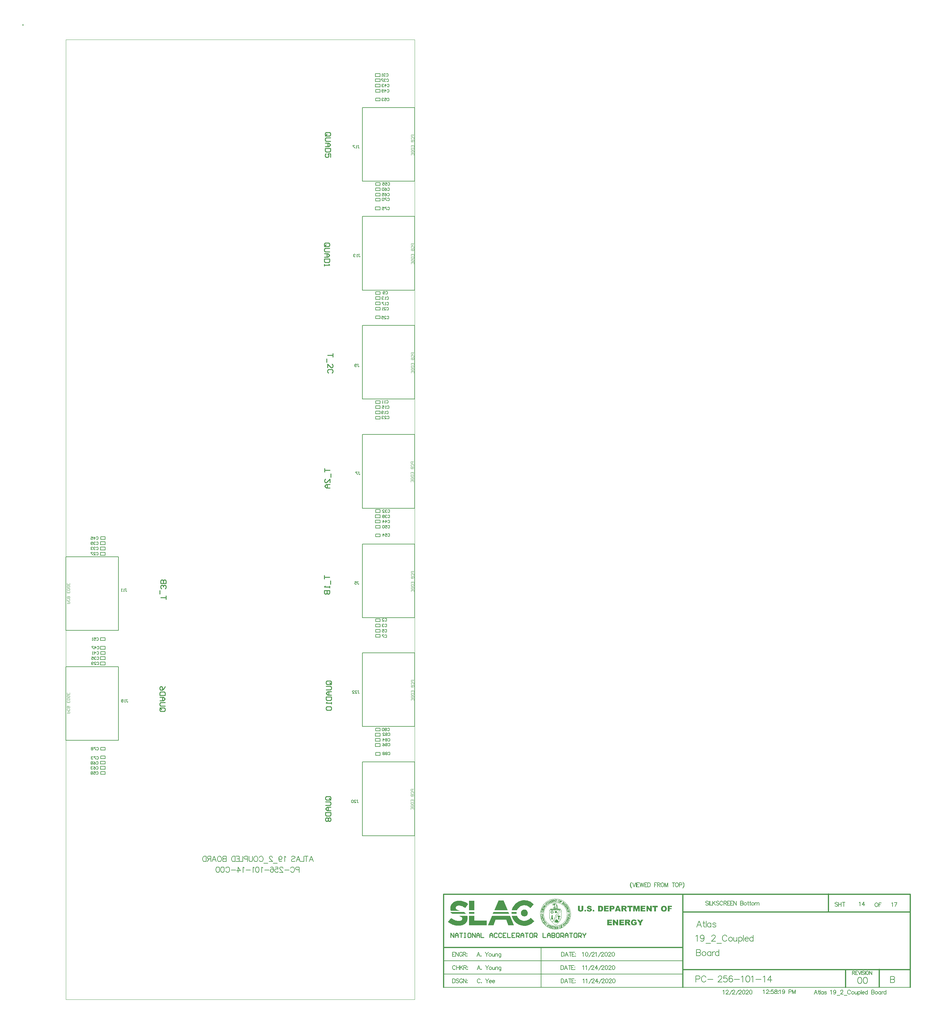
<source format=gbo>
G04*
G04 #@! TF.GenerationSoftware,Altium Limited,Altium Designer,20.1.14 (287)*
G04*
G04 Layer_Color=3326705*
%FSLAX25Y25*%
%MOIN*%
G70*
G04*
G04 #@! TF.SameCoordinates,E5BBD601-0378-4793-8288-20EAF3AE4A8C*
G04*
G04*
G04 #@! TF.FilePolarity,Positive*
G04*
G01*
G75*
%ADD10C,0.00700*%
%ADD11C,0.00800*%
%ADD12C,0.01000*%
%ADD13C,0.00500*%
%ADD15C,0.00400*%
%ADD17C,0.01200*%
%ADD18C,0.00026*%
%ADD19C,0.00043*%
%ADD20C,0.00195*%
%ADD21C,0.00061*%
%ADD22C,0.00087*%
%ADD23C,0.00104*%
%ADD24C,0.00052*%
%ADD25C,0.00049*%
%ADD26C,0.00183*%
%ADD27C,0.00174*%
%ADD28C,0.00244*%
%ADD29C,0.00035*%
%ADD30R,0.06131X0.10864*%
%ADD31R,0.06131X0.02042*%
G36*
X444872Y111275D02*
X445882Y111177D01*
X447164Y110976D01*
X448256Y110719D01*
X449310Y110392D01*
X450328Y109997D01*
X451308Y109536D01*
X452250Y109010D01*
X453156Y108420D01*
X454023Y107770D01*
X450838Y103152D01*
X449845Y103786D01*
X449310Y104122D01*
X448783Y104397D01*
X447898Y104858D01*
X447164Y105145D01*
X446447Y105425D01*
X445727Y105629D01*
X445369Y105704D01*
X444942Y105787D01*
X444550Y105836D01*
X444300Y105868D01*
X443986Y105882D01*
X443672Y105896D01*
X443257Y105884D01*
X442884Y105862D01*
X442205Y105746D01*
X441629Y105565D01*
X441317Y105434D01*
X441149Y105332D01*
X440920Y105192D01*
X440594Y104910D01*
X440333Y104580D01*
X440144Y104198D01*
X440041Y103811D01*
X440010Y103470D01*
X440041Y102920D01*
X440144Y102503D01*
X440340Y102114D01*
X440603Y101793D01*
X440982Y101483D01*
X441475Y101192D01*
X442093Y100911D01*
X442845Y100634D01*
X444801Y100050D01*
X434314D01*
X433984Y101622D01*
X433918Y102913D01*
X434038Y104377D01*
X434386Y105728D01*
X434949Y106957D01*
X435712Y108054D01*
X436660Y109009D01*
X437780Y109812D01*
X439055Y110454D01*
X440406Y110903D01*
X442205Y111225D01*
X443672Y111313D01*
X444872Y111275D01*
D02*
G37*
G36*
X517895Y111908D02*
X519389Y111779D01*
X520888Y111487D01*
X522227Y111086D01*
X523555Y110537D01*
X524814Y109863D01*
X525993Y109073D01*
X527087Y108173D01*
X528088Y107172D01*
X524350Y102853D01*
X523266Y103987D01*
X522533Y104583D01*
X521739Y105099D01*
X520888Y105528D01*
X519988Y105863D01*
X519043Y106100D01*
X518061Y106231D01*
X516939Y106245D01*
X515629Y106080D01*
X514388Y105729D01*
X513229Y105207D01*
X512166Y104529D01*
X511201Y103694D01*
X510390Y102764D01*
X509705Y101706D01*
X509174Y100550D01*
X503309D01*
X503371Y100938D01*
X503702Y102077D01*
X504121Y103175D01*
X504625Y104227D01*
X505209Y105231D01*
X505540Y105706D01*
X505870Y106181D01*
X506602Y107074D01*
X507403Y107905D01*
X508268Y108670D01*
X509192Y109365D01*
X510171Y109985D01*
X511215Y110533D01*
X512279Y110986D01*
X513399Y111358D01*
X514558Y111639D01*
X515751Y111825D01*
X516939Y111908D01*
X517895Y111908D01*
D02*
G37*
G36*
X498550Y100550D02*
X483481D01*
X488190Y111614D01*
X493842D01*
X498550Y100550D01*
D02*
G37*
G36*
X508675Y98506D02*
X508648Y98111D01*
X508624Y97743D01*
Y97024D01*
X508675Y96486D01*
X502993D01*
X502974Y97126D01*
X502956Y97562D01*
X502959Y97767D01*
X502993Y98507D01*
X508675Y98506D01*
D02*
G37*
G36*
X450353Y97853D02*
X450670Y97611D01*
X450986Y97369D01*
X451368Y97023D01*
X451880Y96465D01*
X436708D01*
X436380Y96635D01*
X436052Y96805D01*
X435690Y97029D01*
X435328Y97253D01*
X434903Y97592D01*
X434478Y97930D01*
X433930Y98507D01*
X449271D01*
X450353Y97853D01*
D02*
G37*
G36*
X500289Y96465D02*
X481742D01*
X482612Y98507D01*
X499421D01*
X500289Y96465D01*
D02*
G37*
G36*
X518525Y101172D02*
X519221Y100884D01*
X519848Y100465D01*
X520381Y99932D01*
X520799Y99306D01*
X521088Y98610D01*
X521235Y97871D01*
Y97494D01*
Y97491D01*
Y97114D01*
X521088Y96375D01*
X520799Y95679D01*
X520381Y95052D01*
X519848Y94519D01*
X519221Y94101D01*
X518525Y93812D01*
X517786Y93665D01*
X517033D01*
X516295Y93812D01*
X515600Y94100D01*
X514974Y94518D01*
X514442Y95050D01*
X514024Y95676D01*
X513736Y96371D01*
X513589Y97109D01*
Y97485D01*
Y97499D01*
Y97875D01*
X513736Y98613D01*
X514024Y99309D01*
X514442Y99934D01*
X514974Y100466D01*
X515600Y100884D01*
X516295Y101172D01*
X517033Y101319D01*
X517786D01*
X518525Y101172D01*
D02*
G37*
G36*
X453178Y93666D02*
X453265Y93221D01*
X453325Y92699D01*
X453342Y92243D01*
X453359Y91788D01*
X453295Y90968D01*
X453235Y90201D01*
X453055Y89489D01*
X452872Y88765D01*
X452505Y87911D01*
X452285Y87482D01*
X451887Y86919D01*
X451489Y86356D01*
X450993Y85875D01*
X450498Y85393D01*
X449326Y84596D01*
X448657Y84283D01*
X447989Y83969D01*
X447628Y83859D01*
X447126Y83707D01*
X446481Y83513D01*
X446198Y83465D01*
X445624Y83368D01*
X445222Y83300D01*
X444839Y83240D01*
X444628Y83229D01*
X443969Y83194D01*
X443608Y83175D01*
X443092Y83150D01*
X442700Y83164D01*
X442308Y83178D01*
X441861Y83193D01*
X441399Y83242D01*
X440999Y83284D01*
X440519Y83340D01*
X440092Y83416D01*
X439665Y83491D01*
X439345Y83548D01*
X438833Y83676D01*
X438469Y83768D01*
X438022Y83886D01*
X437625Y84017D01*
X437228Y84147D01*
X436887Y84259D01*
X436449Y84439D01*
X436072Y84594D01*
X435311Y84941D01*
X434927Y85132D01*
X434535Y85328D01*
X433974Y85663D01*
X433413Y85998D01*
X432334Y86758D01*
X431304Y87608D01*
X434927Y91948D01*
X435695Y91369D01*
X436072Y91084D01*
X436449Y90800D01*
X436887Y90521D01*
X437228Y90303D01*
X437625Y90082D01*
X438106Y89822D01*
X438469Y89650D01*
X438833Y89479D01*
X439089Y89380D01*
X439505Y89220D01*
X440092Y89030D01*
X440598Y88886D01*
X440999Y88801D01*
X441630Y88687D01*
X442084Y88630D01*
X442700Y88586D01*
X443187Y88565D01*
X443608Y88578D01*
X443969Y88592D01*
X444628Y88680D01*
X444857Y88735D01*
X445222Y88822D01*
X445502Y88927D01*
X445892Y89098D01*
X446198Y89265D01*
X446575Y89561D01*
X446873Y89903D01*
X447051Y90221D01*
X447126Y90406D01*
X447233Y90827D01*
X447268Y91191D01*
X447243Y91666D01*
X447126Y92112D01*
X446943Y92467D01*
X446782Y92689D01*
X446537Y92919D01*
X446330Y93081D01*
X446039Y93281D01*
X445746Y93435D01*
X445362Y93624D01*
X445048Y93757D01*
X444734Y93880D01*
X444628Y93915D01*
X443969Y94133D01*
X443127Y94423D01*
X452989D01*
X453178Y93666D01*
D02*
G37*
G36*
X461118Y89121D02*
X475011D01*
Y83548D01*
X454986D01*
Y94422D01*
X461118D01*
Y89121D01*
D02*
G37*
G36*
X505787Y83548D02*
X499376D01*
X496829Y89797D01*
X485045D01*
X482496Y83548D01*
X476247D01*
X480873Y94422D01*
X501159D01*
X505787Y83548D01*
D02*
G37*
G36*
X509415Y93832D02*
X509720Y93277D01*
X510024Y92722D01*
X510474Y92124D01*
X510781Y91716D01*
X511198Y91301D01*
X511671Y90829D01*
X511974Y90604D01*
X512276Y90379D01*
X512680Y90077D01*
X513039Y89883D01*
X513397Y89689D01*
X513794Y89474D01*
X514175Y89335D01*
X514556Y89196D01*
X514997Y89035D01*
X516276Y88774D01*
X516939Y88716D01*
X517447Y88722D01*
X518078Y88731D01*
X519083Y88868D01*
X520049Y89117D01*
X520967Y89469D01*
X521834Y89918D01*
X522237Y90188D01*
X522640Y90458D01*
X522895Y90672D01*
X523149Y90886D01*
X523380Y91081D01*
X523605Y91317D01*
X523830Y91552D01*
X524048Y91781D01*
X524258Y92024D01*
X524469Y92267D01*
X528469Y88229D01*
X527460Y87140D01*
X526344Y86159D01*
X525132Y85295D01*
X523830Y84558D01*
X523149Y84240D01*
X522237Y83898D01*
X521732Y83709D01*
X520249Y83328D01*
X518709Y83104D01*
X517920Y83054D01*
X517447Y83052D01*
X516974Y83050D01*
X516607Y83076D01*
X515750Y83136D01*
X514556Y83322D01*
X513794Y83507D01*
X513397Y83603D01*
X512478Y83908D01*
X512276Y83975D01*
X511671Y84233D01*
X511198Y84435D01*
X510474Y84816D01*
X510167Y84978D01*
X509720Y85261D01*
X509170Y85612D01*
X508717Y85953D01*
X508263Y86294D01*
X507831Y86677D01*
X507399Y87060D01*
X506598Y87892D01*
X506232Y88339D01*
X505865Y88785D01*
X505535Y89261D01*
X505205Y89737D01*
X504913Y90239D01*
X504621Y90741D01*
X504369Y91268D01*
X504118Y91795D01*
X503908Y92345D01*
X503699Y92894D01*
X503369Y94034D01*
X503307Y94422D01*
X509170D01*
X509415Y93832D01*
D02*
G37*
G36*
X590978Y105644D02*
X591083D01*
X591197Y105634D01*
X591332Y105613D01*
X591468Y105603D01*
X591770Y105540D01*
X592072Y105457D01*
X592374Y105353D01*
X592509Y105280D01*
X592634Y105197D01*
X592644D01*
X592665Y105176D01*
X592696Y105145D01*
X592738Y105113D01*
X592790Y105061D01*
X592842Y104999D01*
X592904Y104937D01*
X592977Y104853D01*
X593040Y104760D01*
X593102Y104645D01*
X593175Y104531D01*
X593227Y104406D01*
X593290Y104260D01*
X593331Y104104D01*
X593373Y103937D01*
X593404Y103760D01*
X591562Y103656D01*
Y103677D01*
X591541Y103729D01*
X591520Y103802D01*
X591489Y103895D01*
X591447Y104000D01*
X591395Y104104D01*
X591322Y104197D01*
X591239Y104281D01*
X591228Y104291D01*
X591197Y104312D01*
X591145Y104343D01*
X591072Y104385D01*
X590978Y104416D01*
X590864Y104447D01*
X590739Y104468D01*
X590583Y104478D01*
X590531D01*
X590468Y104468D01*
X590385Y104458D01*
X590219Y104416D01*
X590135Y104385D01*
X590062Y104333D01*
X590052Y104322D01*
X590042Y104312D01*
X590010Y104281D01*
X589979Y104239D01*
X589927Y104124D01*
X589906Y104052D01*
X589896Y103979D01*
Y103968D01*
Y103958D01*
X589917Y103885D01*
X589958Y103802D01*
X589990Y103750D01*
X590042Y103708D01*
X590052Y103698D01*
X590073Y103687D01*
X590114Y103666D01*
X590177Y103635D01*
X590260Y103594D01*
X590375Y103552D01*
X590520Y103510D01*
X590697Y103469D01*
X590708D01*
X590750Y103458D01*
X590822Y103437D01*
X590906Y103427D01*
X591010Y103396D01*
X591135Y103365D01*
X591270Y103333D01*
X591416Y103302D01*
X591718Y103208D01*
X592020Y103115D01*
X592165Y103063D01*
X592301Y103011D01*
X592425Y102959D01*
X592540Y102907D01*
X592550D01*
X592561Y102896D01*
X592592Y102875D01*
X592634Y102855D01*
X592727Y102792D01*
X592852Y102719D01*
X592988Y102615D01*
X593123Y102490D01*
X593248Y102355D01*
X593352Y102209D01*
X593362Y102188D01*
X593394Y102136D01*
X593435Y102053D01*
X593487Y101938D01*
X593529Y101793D01*
X593571Y101637D01*
X593602Y101460D01*
X593612Y101272D01*
Y101262D01*
Y101241D01*
Y101210D01*
Y101168D01*
X593591Y101054D01*
X593571Y100897D01*
X593529Y100731D01*
X593467Y100543D01*
X593383Y100346D01*
X593269Y100148D01*
Y100137D01*
X593258Y100127D01*
X593206Y100065D01*
X593133Y99971D01*
X593029Y99856D01*
X592894Y99731D01*
X592727Y99607D01*
X592540Y99482D01*
X592321Y99367D01*
X592311D01*
X592290Y99357D01*
X592259Y99346D01*
X592217Y99326D01*
X592155Y99305D01*
X592082Y99284D01*
X591999Y99263D01*
X591905Y99242D01*
X591801Y99211D01*
X591686Y99190D01*
X591426Y99148D01*
X591124Y99117D01*
X590791Y99107D01*
X590635D01*
X590531Y99117D01*
X590396Y99128D01*
X590250Y99138D01*
X590083Y99159D01*
X589906Y99180D01*
X589532Y99253D01*
X589344Y99305D01*
X589157Y99367D01*
X588980Y99440D01*
X588824Y99523D01*
X588667Y99617D01*
X588543Y99721D01*
X588532Y99731D01*
X588511Y99752D01*
X588480Y99783D01*
X588449Y99836D01*
X588397Y99898D01*
X588345Y99971D01*
X588282Y100054D01*
X588220Y100158D01*
X588157Y100262D01*
X588095Y100387D01*
X587981Y100648D01*
X587897Y100960D01*
X587866Y101126D01*
X587845Y101303D01*
X589709Y101428D01*
Y101408D01*
X589719Y101355D01*
X589740Y101272D01*
X589761Y101168D01*
X589792Y101054D01*
X589833Y100939D01*
X589886Y100835D01*
X589948Y100731D01*
X589958Y100710D01*
X590010Y100668D01*
X590073Y100616D01*
X590177Y100543D01*
X590302Y100471D01*
X590448Y100418D01*
X590625Y100377D01*
X590822Y100356D01*
X590895D01*
X590968Y100366D01*
X591062Y100377D01*
X591166Y100398D01*
X591280Y100439D01*
X591385Y100481D01*
X591478Y100543D01*
X591489Y100554D01*
X591509Y100575D01*
X591551Y100616D01*
X591593Y100679D01*
X591634Y100741D01*
X591676Y100824D01*
X591697Y100908D01*
X591707Y101002D01*
Y101012D01*
Y101043D01*
X591697Y101095D01*
X591676Y101147D01*
X591655Y101220D01*
X591613Y101293D01*
X591562Y101366D01*
X591489Y101439D01*
X591478Y101449D01*
X591447Y101470D01*
X591374Y101512D01*
X591280Y101564D01*
X591145Y101616D01*
X591062Y101647D01*
X590968Y101678D01*
X590864Y101709D01*
X590750Y101751D01*
X590625Y101782D01*
X590479Y101813D01*
X590468D01*
X590427Y101824D01*
X590354Y101845D01*
X590271Y101865D01*
X590167Y101897D01*
X590042Y101928D01*
X589906Y101970D01*
X589761Y102011D01*
X589459Y102126D01*
X589157Y102251D01*
X589011Y102324D01*
X588876Y102407D01*
X588751Y102490D01*
X588636Y102573D01*
X588626Y102584D01*
X588616Y102594D01*
X588584Y102626D01*
X588553Y102657D01*
X588459Y102761D01*
X588366Y102907D01*
X588262Y103084D01*
X588168Y103292D01*
X588105Y103531D01*
X588095Y103666D01*
X588085Y103802D01*
Y103812D01*
Y103823D01*
Y103885D01*
X588095Y103979D01*
X588116Y104104D01*
X588157Y104239D01*
X588199Y104395D01*
X588272Y104551D01*
X588366Y104718D01*
X588376Y104739D01*
X588418Y104791D01*
X588480Y104874D01*
X588574Y104968D01*
X588699Y105082D01*
X588844Y105197D01*
X589021Y105301D01*
X589219Y105405D01*
X589230D01*
X589251Y105415D01*
X589282Y105426D01*
X589323Y105447D01*
X589386Y105467D01*
X589448Y105488D01*
X589532Y105509D01*
X589625Y105530D01*
X589740Y105551D01*
X589854Y105571D01*
X589979Y105592D01*
X590125Y105613D01*
X590271Y105634D01*
X590427Y105644D01*
X590781Y105655D01*
X590895D01*
X590978Y105644D01*
D02*
G37*
G36*
X661215Y99211D02*
X659372D01*
X656999Y102688D01*
Y99211D01*
X655156D01*
Y105551D01*
X656978D01*
X659372Y102042D01*
Y105551D01*
X661215D01*
Y99211D01*
D02*
G37*
G36*
X647484D02*
X645881D01*
Y104041D01*
X644642Y99211D01*
X643185D01*
X641956Y104041D01*
Y99211D01*
X640353D01*
Y105551D01*
X642935D01*
X643913Y101689D01*
X644902Y105551D01*
X647484D01*
Y99211D01*
D02*
G37*
G36*
X583952Y101772D02*
Y101761D01*
Y101751D01*
Y101720D01*
Y101678D01*
X583941Y101564D01*
X583931Y101428D01*
X583910Y101262D01*
X583879Y101085D01*
X583837Y100897D01*
X583775Y100710D01*
Y100700D01*
X583764Y100689D01*
X583744Y100627D01*
X583702Y100533D01*
X583639Y100418D01*
X583567Y100273D01*
X583473Y100127D01*
X583358Y99981D01*
X583223Y99836D01*
X583202Y99815D01*
X583161Y99773D01*
X583088Y99711D01*
X582984Y99627D01*
X582869Y99544D01*
X582734Y99461D01*
X582588Y99378D01*
X582432Y99315D01*
X582421D01*
X582411Y99305D01*
X582380Y99294D01*
X582328Y99284D01*
X582276Y99263D01*
X582213Y99253D01*
X582047Y99211D01*
X581849Y99169D01*
X581620Y99138D01*
X581360Y99117D01*
X581068Y99107D01*
X580891D01*
X580766Y99117D01*
X580610D01*
X580444Y99138D01*
X580246Y99148D01*
X580048Y99169D01*
X580027D01*
X579996Y99180D01*
X579954D01*
X579861Y99201D01*
X579736Y99221D01*
X579590Y99263D01*
X579434Y99305D01*
X579278Y99357D01*
X579132Y99419D01*
X579111Y99430D01*
X579070Y99461D01*
X578997Y99502D01*
X578913Y99565D01*
X578809Y99638D01*
X578695Y99731D01*
X578580Y99846D01*
X578466Y99971D01*
X578455Y99992D01*
X578414Y100033D01*
X578362Y100106D01*
X578299Y100200D01*
X578237Y100304D01*
X578164Y100429D01*
X578101Y100564D01*
X578049Y100700D01*
Y100710D01*
X578039Y100731D01*
X578028Y100762D01*
X578018Y100804D01*
X577997Y100918D01*
X577966Y101064D01*
X577924Y101231D01*
X577904Y101408D01*
X577883Y101595D01*
X577872Y101772D01*
Y105551D01*
X579829D01*
Y101678D01*
Y101668D01*
Y101657D01*
Y101595D01*
X579840Y101501D01*
X579861Y101387D01*
X579902Y101262D01*
X579944Y101126D01*
X580017Y100991D01*
X580111Y100877D01*
X580121Y100866D01*
X580162Y100835D01*
X580225Y100783D01*
X580319Y100731D01*
X580433Y100679D01*
X580569Y100627D01*
X580735Y100595D01*
X580912Y100585D01*
X580995D01*
X581089Y100595D01*
X581204Y100616D01*
X581328Y100658D01*
X581453Y100700D01*
X581589Y100773D01*
X581703Y100866D01*
X581714Y100877D01*
X581745Y100918D01*
X581797Y100991D01*
X581849Y101074D01*
X581901Y101189D01*
X581953Y101335D01*
X581984Y101491D01*
X581995Y101678D01*
Y105551D01*
X583952D01*
Y101772D01*
D02*
G37*
G36*
X684117Y104187D02*
X681233D01*
Y103084D01*
X683700D01*
Y101803D01*
X681233D01*
Y99211D01*
X679266D01*
Y105551D01*
X684117D01*
Y104187D01*
D02*
G37*
G36*
X668033Y103989D02*
X666035D01*
Y99211D01*
X664078D01*
Y103989D01*
X662079D01*
Y105551D01*
X668033D01*
Y103989D01*
D02*
G37*
G36*
X653990Y104197D02*
X650701D01*
Y103188D01*
X653751D01*
Y101897D01*
X650701D01*
Y100648D01*
X654084D01*
Y99211D01*
X648733D01*
Y105551D01*
X653990D01*
Y104197D01*
D02*
G37*
G36*
X639489Y103989D02*
X637490D01*
Y99211D01*
X635533D01*
Y103989D01*
X633535D01*
Y105551D01*
X639489D01*
Y103989D01*
D02*
G37*
G36*
X630682Y105540D02*
X630891Y105530D01*
X631109Y105509D01*
X631349Y105488D01*
X631567Y105447D01*
X631765Y105394D01*
X631775D01*
X631786Y105384D01*
X631848Y105363D01*
X631931Y105322D01*
X632046Y105259D01*
X632161Y105186D01*
X632296Y105082D01*
X632421Y104957D01*
X632535Y104812D01*
X632546Y104791D01*
X632587Y104739D01*
X632629Y104645D01*
X632691Y104531D01*
X632744Y104374D01*
X632795Y104197D01*
X632827Y104000D01*
X632837Y103781D01*
Y103771D01*
Y103760D01*
Y103698D01*
X632827Y103594D01*
X632806Y103469D01*
X632785Y103333D01*
X632744Y103177D01*
X632681Y103021D01*
X632608Y102875D01*
X632598Y102855D01*
X632566Y102813D01*
X632514Y102740D01*
X632442Y102657D01*
X632358Y102553D01*
X632244Y102448D01*
X632129Y102344D01*
X631984Y102251D01*
X631973Y102240D01*
X631942Y102230D01*
X631879Y102199D01*
X631807Y102167D01*
X631703Y102126D01*
X631588Y102084D01*
X631453Y102042D01*
X631296Y102001D01*
X631307D01*
X631349Y101980D01*
X631411Y101959D01*
X631484Y101928D01*
X631650Y101855D01*
X631734Y101813D01*
X631796Y101772D01*
X631807D01*
X631817Y101751D01*
X631848Y101730D01*
X631879Y101699D01*
X631921Y101647D01*
X631973Y101595D01*
X632036Y101522D01*
X632108Y101428D01*
X632119Y101418D01*
X632140Y101387D01*
X632181Y101345D01*
X632223Y101283D01*
X632317Y101158D01*
X632358Y101095D01*
X632389Y101043D01*
X633347Y99211D01*
X631130D01*
X630079Y101137D01*
X630068Y101158D01*
X630047Y101199D01*
X630006Y101262D01*
X629964Y101345D01*
X629902Y101428D01*
X629849Y101501D01*
X629787Y101574D01*
X629725Y101626D01*
X629714Y101637D01*
X629693Y101647D01*
X629641Y101678D01*
X629589Y101709D01*
X629516Y101730D01*
X629433Y101761D01*
X629339Y101772D01*
X629246Y101782D01*
X629079D01*
Y99211D01*
X627112D01*
Y105551D01*
X630599D01*
X630682Y105540D01*
D02*
G37*
G36*
X626456Y99211D02*
X624395D01*
X624082Y100262D01*
X621865D01*
X621553Y99211D01*
X619554D01*
X621927Y105551D01*
X624082D01*
X626456Y99211D01*
D02*
G37*
G36*
X617212Y105540D02*
X617295D01*
X617399Y105519D01*
X617514Y105509D01*
X617638Y105488D01*
X617899Y105426D01*
X618159Y105332D01*
X618294Y105280D01*
X618419Y105207D01*
X618534Y105134D01*
X618638Y105041D01*
X618648Y105030D01*
X618659Y105020D01*
X618690Y104989D01*
X618721Y104947D01*
X618763Y104895D01*
X618805Y104832D01*
X618856Y104760D01*
X618909Y104666D01*
X618950Y104572D01*
X619002Y104468D01*
X619044Y104343D01*
X619086Y104218D01*
X619148Y103937D01*
X619158Y103771D01*
X619169Y103604D01*
Y103594D01*
Y103562D01*
Y103510D01*
X619158Y103448D01*
X619148Y103365D01*
X619138Y103271D01*
X619117Y103167D01*
X619096Y103052D01*
X619023Y102813D01*
X618919Y102563D01*
X618856Y102438D01*
X618784Y102313D01*
X618690Y102199D01*
X618586Y102094D01*
X618575Y102084D01*
X618555Y102074D01*
X618523Y102042D01*
X618482Y102011D01*
X618419Y101970D01*
X618346Y101928D01*
X618253Y101876D01*
X618149Y101834D01*
X618034Y101782D01*
X617909Y101730D01*
X617764Y101689D01*
X617607Y101647D01*
X617430Y101616D01*
X617243Y101584D01*
X617045Y101574D01*
X616827Y101564D01*
X615754D01*
Y99211D01*
X613787D01*
Y105551D01*
X617139D01*
X617212Y105540D01*
D02*
G37*
G36*
X612642Y104197D02*
X609352D01*
Y103188D01*
X612402D01*
Y101897D01*
X609352D01*
Y100648D01*
X612735D01*
Y99211D01*
X607385D01*
Y105551D01*
X612642D01*
Y104197D01*
D02*
G37*
G36*
X603648Y105540D02*
X603731D01*
X603918Y105519D01*
X604147Y105488D01*
X604376Y105447D01*
X604605Y105394D01*
X604813Y105311D01*
X604824D01*
X604834Y105301D01*
X604907Y105270D01*
X605001Y105218D01*
X605126Y105145D01*
X605261Y105051D01*
X605407Y104937D01*
X605552Y104801D01*
X605688Y104645D01*
X605709Y104624D01*
X605750Y104572D01*
X605813Y104478D01*
X605886Y104353D01*
X605969Y104208D01*
X606052Y104031D01*
X606136Y103833D01*
X606198Y103625D01*
Y103614D01*
X606208Y103604D01*
Y103562D01*
X606219Y103521D01*
X606240Y103469D01*
X606250Y103406D01*
X606281Y103250D01*
X606302Y103073D01*
X606333Y102865D01*
X606344Y102636D01*
X606354Y102396D01*
Y102386D01*
Y102355D01*
Y102303D01*
Y102230D01*
X606344Y102147D01*
Y102042D01*
X606333Y101938D01*
X606323Y101813D01*
X606292Y101564D01*
X606250Y101303D01*
X606198Y101043D01*
X606156Y100929D01*
X606115Y100814D01*
Y100804D01*
X606104Y100793D01*
X606094Y100762D01*
X606073Y100720D01*
X606021Y100616D01*
X605948Y100491D01*
X605854Y100346D01*
X605750Y100189D01*
X605615Y100033D01*
X605469Y99877D01*
X605448Y99856D01*
X605396Y99815D01*
X605313Y99752D01*
X605209Y99679D01*
X605074Y99586D01*
X604928Y99513D01*
X604772Y99440D01*
X604595Y99378D01*
X604584D01*
X604564Y99367D01*
X604532D01*
X604491Y99357D01*
X604428Y99336D01*
X604366Y99326D01*
X604210Y99294D01*
X604022Y99263D01*
X603835Y99242D01*
X603627Y99221D01*
X603429Y99211D01*
X600525D01*
Y105551D01*
X603575D01*
X603648Y105540D01*
D02*
G37*
G36*
X596371Y99211D02*
X594487D01*
Y100981D01*
X596371D01*
Y99211D01*
D02*
G37*
G36*
X587023D02*
X585139D01*
Y100981D01*
X587023D01*
Y99211D01*
D02*
G37*
G36*
X675060Y105644D02*
X675164D01*
X675300Y105634D01*
X675445Y105613D01*
X675622Y105582D01*
X675799Y105551D01*
X675997Y105499D01*
X676195Y105447D01*
X676393Y105374D01*
X676601Y105290D01*
X676799Y105197D01*
X676986Y105082D01*
X677173Y104947D01*
X677340Y104801D01*
X677350Y104791D01*
X677382Y104760D01*
X677423Y104718D01*
X677475Y104645D01*
X677538Y104562D01*
X677610Y104447D01*
X677694Y104322D01*
X677777Y104187D01*
X677850Y104020D01*
X677933Y103843D01*
X678006Y103656D01*
X678069Y103437D01*
X678121Y103208D01*
X678162Y102969D01*
X678194Y102709D01*
X678204Y102428D01*
Y102417D01*
Y102376D01*
Y102324D01*
X678194Y102240D01*
Y102147D01*
X678183Y102042D01*
X678173Y101918D01*
X678162Y101782D01*
X678110Y101491D01*
X678048Y101189D01*
X677954Y100877D01*
X677829Y100595D01*
Y100585D01*
X677808Y100564D01*
X677787Y100533D01*
X677756Y100481D01*
X677725Y100418D01*
X677673Y100356D01*
X677559Y100189D01*
X677402Y100013D01*
X677215Y99836D01*
X676996Y99648D01*
X676747Y99492D01*
X676736D01*
X676715Y99471D01*
X676674Y99461D01*
X676622Y99430D01*
X676549Y99398D01*
X676465Y99367D01*
X676372Y99336D01*
X676257Y99305D01*
X676143Y99263D01*
X676007Y99232D01*
X675862Y99201D01*
X675705Y99169D01*
X675362Y99128D01*
X674977Y99107D01*
X674873D01*
X674800Y99117D01*
X674706D01*
X674602Y99128D01*
X674477Y99138D01*
X674352Y99148D01*
X674071Y99190D01*
X673769Y99253D01*
X673478Y99326D01*
X673197Y99440D01*
X673186D01*
X673166Y99461D01*
X673134Y99482D01*
X673082Y99502D01*
X673020Y99544D01*
X672957Y99586D01*
X672791Y99700D01*
X672614Y99856D01*
X672426Y100044D01*
X672239Y100262D01*
X672062Y100523D01*
Y100533D01*
X672041Y100554D01*
X672020Y100595D01*
X672000Y100658D01*
X671968Y100731D01*
X671927Y100814D01*
X671885Y100918D01*
X671854Y101033D01*
X671812Y101158D01*
X671770Y101303D01*
X671739Y101449D01*
X671698Y101616D01*
X671677Y101793D01*
X671656Y101980D01*
X671635Y102376D01*
Y102396D01*
Y102448D01*
X671646Y102521D01*
Y102636D01*
X671666Y102761D01*
X671677Y102917D01*
X671708Y103084D01*
X671739Y103261D01*
X671791Y103448D01*
X671843Y103646D01*
X671916Y103843D01*
X672000Y104052D01*
X672104Y104249D01*
X672218Y104437D01*
X672343Y104624D01*
X672499Y104791D01*
X672510Y104801D01*
X672541Y104832D01*
X672593Y104874D01*
X672655Y104926D01*
X672749Y104989D01*
X672853Y105061D01*
X672978Y105145D01*
X673124Y105228D01*
X673290Y105301D01*
X673467Y105384D01*
X673665Y105457D01*
X673884Y105519D01*
X674113Y105571D01*
X674363Y105613D01*
X674623Y105644D01*
X674904Y105655D01*
X674977D01*
X675060Y105644D01*
D02*
G37*
G36*
X641384Y90144D02*
X641488D01*
X641592Y90134D01*
X641717D01*
X641967Y90103D01*
X642227Y90071D01*
X642477Y90019D01*
X642592Y89988D01*
X642696Y89957D01*
X642706D01*
X642717Y89947D01*
X642789Y89926D01*
X642883Y89874D01*
X643008Y89811D01*
X643143Y89728D01*
X643289Y89624D01*
X643435Y89509D01*
X643570Y89364D01*
X643581Y89343D01*
X643622Y89291D01*
X643685Y89207D01*
X643768Y89093D01*
X643851Y88947D01*
X643934Y88770D01*
X644018Y88572D01*
X644091Y88354D01*
X642196Y88021D01*
X642186Y88042D01*
X642175Y88083D01*
X642144Y88146D01*
X642102Y88218D01*
X642040Y88312D01*
X641977Y88396D01*
X641884Y88489D01*
X641790Y88562D01*
X641780Y88572D01*
X641738Y88593D01*
X641686Y88625D01*
X641603Y88666D01*
X641499Y88697D01*
X641374Y88729D01*
X641238Y88749D01*
X641082Y88760D01*
X641020D01*
X640978Y88749D01*
X640853Y88739D01*
X640707Y88708D01*
X640551Y88656D01*
X640374Y88572D01*
X640208Y88458D01*
X640124Y88396D01*
X640052Y88312D01*
X640031Y88291D01*
X640020Y88260D01*
X639989Y88229D01*
X639968Y88177D01*
X639937Y88125D01*
X639895Y88052D01*
X639864Y87969D01*
X639833Y87875D01*
X639791Y87771D01*
X639760Y87656D01*
X639739Y87531D01*
X639708Y87386D01*
X639698Y87240D01*
X639677Y87073D01*
Y86896D01*
Y86886D01*
Y86855D01*
Y86803D01*
X639687Y86730D01*
Y86647D01*
X639698Y86542D01*
X639729Y86324D01*
X639771Y86085D01*
X639843Y85845D01*
X639937Y85616D01*
X639999Y85522D01*
X640062Y85429D01*
X640083Y85408D01*
X640135Y85356D01*
X640218Y85293D01*
X640343Y85210D01*
X640489Y85127D01*
X640676Y85064D01*
X640895Y85012D01*
X641134Y84991D01*
X641186D01*
X641259Y85002D01*
X641342D01*
X641436Y85012D01*
X641540Y85033D01*
X641759Y85085D01*
X641769D01*
X641811Y85106D01*
X641873Y85127D01*
X641957Y85158D01*
X642061Y85210D01*
X642186Y85262D01*
X642310Y85325D01*
X642456Y85408D01*
Y86001D01*
X641145D01*
Y87323D01*
X644174D01*
Y84617D01*
X644164Y84606D01*
X644132Y84596D01*
X644091Y84565D01*
X644028Y84523D01*
X643955Y84471D01*
X643862Y84419D01*
X643757Y84356D01*
X643653Y84294D01*
X643414Y84169D01*
X643154Y84034D01*
X642883Y83909D01*
X642623Y83815D01*
X642612D01*
X642592Y83805D01*
X642560Y83794D01*
X642508Y83784D01*
X642446Y83763D01*
X642363Y83753D01*
X642279Y83732D01*
X642175Y83711D01*
X642061Y83690D01*
X641946Y83669D01*
X641676Y83638D01*
X641374Y83617D01*
X641041Y83607D01*
X640936D01*
X640853Y83617D01*
X640760D01*
X640645Y83628D01*
X640520Y83638D01*
X640385Y83659D01*
X640093Y83701D01*
X639791Y83763D01*
X639479Y83857D01*
X639198Y83982D01*
X639187D01*
X639167Y84002D01*
X639136Y84023D01*
X639083Y84054D01*
X639021Y84096D01*
X638959Y84148D01*
X638792Y84273D01*
X638615Y84429D01*
X638438Y84627D01*
X638251Y84856D01*
X638095Y85127D01*
Y85137D01*
X638074Y85158D01*
X638063Y85200D01*
X638032Y85262D01*
X638001Y85335D01*
X637970Y85418D01*
X637938Y85522D01*
X637907Y85626D01*
X637865Y85751D01*
X637834Y85887D01*
X637772Y86189D01*
X637730Y86522D01*
X637709Y86876D01*
Y86886D01*
Y86917D01*
Y86980D01*
X637720Y87053D01*
Y87136D01*
X637730Y87250D01*
X637741Y87365D01*
X637761Y87490D01*
X637813Y87771D01*
X637886Y88073D01*
X637990Y88385D01*
X638136Y88677D01*
X638146Y88687D01*
X638157Y88708D01*
X638178Y88749D01*
X638219Y88801D01*
X638261Y88864D01*
X638313Y88937D01*
X638448Y89114D01*
X638625Y89301D01*
X638844Y89499D01*
X639094Y89676D01*
X639385Y89842D01*
X639396D01*
X639417Y89853D01*
X639448Y89874D01*
X639500Y89894D01*
X639573Y89915D01*
X639646Y89947D01*
X639739Y89967D01*
X639843Y89999D01*
X639968Y90030D01*
X640093Y90061D01*
X640239Y90082D01*
X640395Y90103D01*
X640562Y90123D01*
X640739Y90144D01*
X640926Y90155D01*
X641301D01*
X641384Y90144D01*
D02*
G37*
G36*
X649129Y86365D02*
Y83711D01*
X647162D01*
Y86365D01*
X644694Y90051D01*
X646870D01*
X648151Y87906D01*
X649421Y90051D01*
X651596D01*
X649129Y86365D01*
D02*
G37*
G36*
X623354Y83711D02*
X621511D01*
X619138Y87188D01*
Y83711D01*
X617295D01*
Y90051D01*
X619117D01*
X621511Y86542D01*
Y90051D01*
X623354D01*
Y83711D01*
D02*
G37*
G36*
X634659Y90040D02*
X634867Y90030D01*
X635086Y90009D01*
X635325Y89988D01*
X635544Y89947D01*
X635742Y89894D01*
X635752D01*
X635763Y89884D01*
X635825Y89863D01*
X635908Y89822D01*
X636023Y89759D01*
X636137Y89686D01*
X636273Y89582D01*
X636398Y89457D01*
X636512Y89311D01*
X636523Y89291D01*
X636564Y89239D01*
X636606Y89145D01*
X636668Y89030D01*
X636720Y88874D01*
X636772Y88697D01*
X636804Y88500D01*
X636814Y88281D01*
Y88271D01*
Y88260D01*
Y88198D01*
X636804Y88094D01*
X636783Y87969D01*
X636762Y87833D01*
X636720Y87677D01*
X636658Y87521D01*
X636585Y87375D01*
X636575Y87354D01*
X636543Y87313D01*
X636491Y87240D01*
X636418Y87157D01*
X636335Y87053D01*
X636221Y86949D01*
X636106Y86844D01*
X635960Y86751D01*
X635950Y86740D01*
X635919Y86730D01*
X635856Y86699D01*
X635783Y86667D01*
X635679Y86626D01*
X635565Y86584D01*
X635429Y86542D01*
X635273Y86501D01*
X635284D01*
X635325Y86480D01*
X635388Y86459D01*
X635461Y86428D01*
X635627Y86355D01*
X635711Y86313D01*
X635773Y86272D01*
X635783D01*
X635794Y86251D01*
X635825Y86230D01*
X635856Y86199D01*
X635898Y86147D01*
X635950Y86095D01*
X636013Y86022D01*
X636085Y85928D01*
X636096Y85918D01*
X636117Y85887D01*
X636158Y85845D01*
X636200Y85783D01*
X636294Y85658D01*
X636335Y85595D01*
X636366Y85543D01*
X637324Y83711D01*
X635107D01*
X634055Y85637D01*
X634045Y85658D01*
X634024Y85699D01*
X633983Y85762D01*
X633941Y85845D01*
X633878Y85928D01*
X633826Y86001D01*
X633764Y86074D01*
X633702Y86126D01*
X633691Y86137D01*
X633670Y86147D01*
X633618Y86178D01*
X633566Y86209D01*
X633493Y86230D01*
X633410Y86261D01*
X633316Y86272D01*
X633223Y86282D01*
X633056D01*
Y83711D01*
X631089D01*
Y90051D01*
X634576D01*
X634659Y90040D01*
D02*
G37*
G36*
X629912Y88697D02*
X626623D01*
Y87688D01*
X629673D01*
Y86397D01*
X626623D01*
Y85148D01*
X630006D01*
Y83711D01*
X624655D01*
Y90051D01*
X629912D01*
Y88697D01*
D02*
G37*
G36*
X616129D02*
X612840D01*
Y87688D01*
X615890D01*
Y86397D01*
X612840D01*
Y85148D01*
X616223D01*
Y83711D01*
X610872D01*
Y90051D01*
X616129D01*
Y88697D01*
D02*
G37*
%LPC*%
G36*
X629933Y104270D02*
X629079D01*
Y102979D01*
X629964D01*
X630016Y102990D01*
X630089Y103000D01*
X630183Y103011D01*
X630287Y103031D01*
X630422Y103063D01*
X630432D01*
X630453Y103073D01*
X630495Y103084D01*
X630537Y103104D01*
X630641Y103167D01*
X630693Y103208D01*
X630745Y103261D01*
X630755Y103271D01*
X630765Y103292D01*
X630786Y103323D01*
X630807Y103365D01*
X630849Y103479D01*
X630870Y103552D01*
Y103625D01*
Y103635D01*
Y103677D01*
X630859Y103729D01*
X630849Y103802D01*
X630818Y103875D01*
X630786Y103958D01*
X630734Y104031D01*
X630672Y104104D01*
X630661Y104114D01*
X630630Y104135D01*
X630578Y104156D01*
X630505Y104187D01*
X630401Y104218D01*
X630276Y104249D01*
X630120Y104260D01*
X629933Y104270D01*
D02*
G37*
G36*
X622979Y103906D02*
X622292Y101637D01*
X623666D01*
X622979Y103906D01*
D02*
G37*
G36*
X616306Y104260D02*
X615754D01*
Y102844D01*
X616327D01*
X616421Y102855D01*
X616545Y102865D01*
X616670Y102886D01*
X616806Y102927D01*
X616920Y102969D01*
X617024Y103031D01*
X617035Y103042D01*
X617066Y103063D01*
X617097Y103115D01*
X617149Y103167D01*
X617191Y103240D01*
X617222Y103333D01*
X617253Y103427D01*
X617264Y103542D01*
Y103552D01*
Y103594D01*
X617253Y103646D01*
X617243Y103718D01*
X617212Y103802D01*
X617180Y103885D01*
X617128Y103968D01*
X617056Y104052D01*
X617045Y104062D01*
X617014Y104083D01*
X616962Y104114D01*
X616889Y104156D01*
X616785Y104197D01*
X616660Y104229D01*
X616493Y104249D01*
X616306Y104260D01*
D02*
G37*
G36*
X602960Y104114D02*
X602482D01*
Y100648D01*
X603054D01*
X603169Y100658D01*
X603294Y100668D01*
X603439Y100679D01*
X603585Y100710D01*
X603710Y100741D01*
X603825Y100783D01*
X603835Y100793D01*
X603866Y100814D01*
X603918Y100845D01*
X603970Y100897D01*
X604043Y100960D01*
X604106Y101043D01*
X604168Y101137D01*
X604230Y101251D01*
X604241Y101272D01*
X604251Y101314D01*
X604283Y101397D01*
X604314Y101522D01*
X604335Y101668D01*
X604366Y101865D01*
X604376Y102094D01*
X604387Y102355D01*
Y102365D01*
Y102396D01*
Y102448D01*
Y102521D01*
X604376Y102605D01*
X604366Y102698D01*
X604345Y102907D01*
X604303Y103136D01*
X604251Y103365D01*
X604168Y103573D01*
X604116Y103666D01*
X604053Y103739D01*
X604043Y103760D01*
X603991Y103802D01*
X603908Y103854D01*
X603793Y103927D01*
X603637Y104000D01*
X603450Y104052D01*
X603231Y104093D01*
X602960Y104114D01*
D02*
G37*
G36*
X674904Y104166D02*
X674852D01*
X674810Y104156D01*
X674696Y104145D01*
X674560Y104114D01*
X674415Y104062D01*
X674248Y103989D01*
X674092Y103885D01*
X673946Y103739D01*
X673936Y103718D01*
X673915Y103698D01*
X673894Y103656D01*
X673863Y103614D01*
X673832Y103562D01*
X673801Y103489D01*
X673769Y103417D01*
X673738Y103323D01*
X673707Y103219D01*
X673676Y103104D01*
X673644Y102979D01*
X673624Y102844D01*
X673603Y102698D01*
X673592Y102542D01*
Y102365D01*
Y102355D01*
Y102324D01*
Y102271D01*
X673603Y102209D01*
Y102126D01*
X673613Y102042D01*
X673634Y101834D01*
X673676Y101605D01*
X673738Y101387D01*
X673832Y101168D01*
X673884Y101074D01*
X673946Y100991D01*
X673967Y100970D01*
X674009Y100929D01*
X674092Y100856D01*
X674196Y100783D01*
X674342Y100710D01*
X674508Y100637D01*
X674696Y100595D01*
X674914Y100575D01*
X674977D01*
X675019Y100585D01*
X675133Y100595D01*
X675279Y100627D01*
X675435Y100679D01*
X675591Y100741D01*
X675758Y100845D01*
X675893Y100981D01*
X675903Y101002D01*
X675924Y101022D01*
X675945Y101064D01*
X675976Y101106D01*
X676007Y101168D01*
X676039Y101231D01*
X676070Y101314D01*
X676101Y101408D01*
X676132Y101522D01*
X676164Y101637D01*
X676195Y101772D01*
X676216Y101918D01*
X676236Y102084D01*
X676247Y102261D01*
Y102448D01*
Y102459D01*
Y102490D01*
Y102532D01*
X676236Y102594D01*
Y102667D01*
X676226Y102750D01*
X676205Y102948D01*
X676153Y103156D01*
X676091Y103375D01*
X676007Y103573D01*
X675945Y103666D01*
X675882Y103750D01*
X675862Y103771D01*
X675820Y103812D01*
X675737Y103885D01*
X675622Y103958D01*
X675487Y104031D01*
X675320Y104104D01*
X675123Y104145D01*
X674904Y104166D01*
D02*
G37*
G36*
X633910Y88770D02*
X633056D01*
Y87479D01*
X633941D01*
X633993Y87490D01*
X634066Y87500D01*
X634160Y87511D01*
X634264Y87531D01*
X634399Y87563D01*
X634409D01*
X634430Y87573D01*
X634472Y87584D01*
X634514Y87604D01*
X634618Y87667D01*
X634670Y87708D01*
X634722Y87761D01*
X634732Y87771D01*
X634742Y87792D01*
X634763Y87823D01*
X634784Y87865D01*
X634826Y87979D01*
X634847Y88052D01*
Y88125D01*
Y88135D01*
Y88177D01*
X634836Y88229D01*
X634826Y88302D01*
X634795Y88375D01*
X634763Y88458D01*
X634711Y88531D01*
X634649Y88604D01*
X634638Y88614D01*
X634607Y88635D01*
X634555Y88656D01*
X634482Y88687D01*
X634378Y88718D01*
X634253Y88749D01*
X634097Y88760D01*
X633910Y88770D01*
D02*
G37*
%LPD*%
D10*
X393657Y922967D02*
X393657Y1006038D01*
X334582D02*
X393637D01*
X334582Y922967D02*
Y1006038D01*
Y922967D02*
X393657D01*
X334539Y430565D02*
X393613D01*
X334539D02*
Y513635D01*
X393594D01*
X393613Y430565D02*
X393613Y513635D01*
X334482Y184790D02*
X393557D01*
X334482D02*
Y267860D01*
X393537D01*
X393557Y184790D02*
X393557Y267860D01*
X334639Y307962D02*
X393713D01*
X334639D02*
Y391033D01*
X393694D01*
X393713Y307962D02*
X393713Y391033D01*
X393657Y677162D02*
X393657Y760233D01*
X334582D02*
X393637D01*
X334582Y677162D02*
Y760233D01*
Y677162D02*
X393657D01*
X79Y499238D02*
X59153D01*
Y416167D02*
Y499238D01*
X98Y416167D02*
X59153D01*
X79D02*
X79Y499238D01*
Y375367D02*
X59153D01*
Y292296D02*
Y375367D01*
X98Y292296D02*
X59153D01*
X79D02*
X79Y375367D01*
X393657Y800062D02*
X393657Y883133D01*
X334582D02*
X393637D01*
X334582Y800062D02*
Y883133D01*
Y800062D02*
X393657D01*
X393557Y554062D02*
X393557Y637133D01*
X334482D02*
X393537D01*
X334482Y554062D02*
Y637133D01*
Y554062D02*
X393557D01*
D11*
X426872Y13711D02*
X696872D01*
X536372D02*
Y58711D01*
X426372Y43711D02*
X696372D01*
X426372Y28711D02*
X696372D01*
Y13711D02*
X953072D01*
D12*
X293600Y974039D02*
X297598D01*
X298598Y975038D01*
Y977038D01*
X297598Y978037D01*
X293600D01*
X292600Y977038D01*
Y975038D01*
X294599Y976038D02*
X292600Y974039D01*
Y975038D02*
X293600Y974039D01*
X298598Y972039D02*
X293600D01*
X292600Y971039D01*
Y969040D01*
X293600Y968040D01*
X298598D01*
X292600Y966041D02*
X296599D01*
X298598Y964042D01*
X296599Y962042D01*
X292600D01*
X295599D01*
Y966041D01*
X298598Y960043D02*
X292600D01*
Y957044D01*
X293600Y956044D01*
X297598D01*
X298598Y957044D01*
Y960043D01*
Y950046D02*
Y954045D01*
X295599D01*
X296599Y952046D01*
Y951046D01*
X295599Y950046D01*
X293600D01*
X292600Y951046D01*
Y953045D01*
X293600Y954045D01*
X292600Y849410D02*
X296598D01*
X297598Y850410D01*
Y852409D01*
X296598Y853409D01*
X292600D01*
X291600Y852409D01*
Y850410D01*
X293599Y851409D02*
X291600Y849410D01*
Y850410D02*
X292600Y849410D01*
X297598Y847411D02*
X292600D01*
X291600Y846411D01*
Y844412D01*
X292600Y843412D01*
X297598D01*
X291600Y841413D02*
X295599D01*
X297598Y839413D01*
X295599Y837414D01*
X291600D01*
X294599D01*
Y841413D01*
X297598Y835415D02*
X291600D01*
Y832415D01*
X292600Y831416D01*
X296598D01*
X297598Y832415D01*
Y835415D01*
X291600Y829416D02*
Y827417D01*
Y828417D01*
X297598D01*
X296598Y829416D01*
X301358Y728540D02*
Y724541D01*
Y726541D01*
X295360D01*
X294360Y722542D02*
Y718543D01*
X295360Y712545D02*
Y716544D01*
X299359Y712545D01*
X300358D01*
X301358Y713545D01*
Y715544D01*
X300358Y716544D01*
Y706547D02*
X301358Y707547D01*
Y709546D01*
X300358Y710546D01*
X296359D01*
X295360Y709546D01*
Y707547D01*
X296359Y706547D01*
X292002Y599000D02*
Y595001D01*
Y597001D01*
X298000D01*
X299000Y593002D02*
Y589003D01*
X298000Y583005D02*
Y587004D01*
X294002Y583005D01*
X293002D01*
X292002Y584005D01*
Y586004D01*
X293002Y587004D01*
X298000Y581006D02*
X294002D01*
X292002Y579006D01*
X294002Y577007D01*
X298000D01*
X295001D01*
Y581006D01*
X291606Y478322D02*
Y474323D01*
Y476322D01*
X297604D01*
X298604Y472324D02*
Y468325D01*
X297604Y466326D02*
Y464326D01*
Y465326D01*
X291606D01*
X292606Y466326D01*
X291606Y461327D02*
X297604D01*
Y458328D01*
X296604Y457329D01*
X295605D01*
X294605Y458328D01*
Y461327D01*
Y458328D01*
X293605Y457329D01*
X292606D01*
X291606Y458328D01*
Y461327D01*
X298711Y355306D02*
X294712D01*
X293713Y356306D01*
Y358306D01*
X294712Y359305D01*
X298711D01*
X299711Y358306D01*
Y356306D01*
X297711Y357306D02*
X299711Y355306D01*
Y356306D02*
X298711Y355306D01*
X293713Y353307D02*
X298711D01*
X299711Y352307D01*
Y350308D01*
X298711Y349308D01*
X293713D01*
X299711Y347309D02*
X295712D01*
X293713Y345310D01*
X295712Y343310D01*
X299711D01*
X296712D01*
Y347309D01*
X293713Y341311D02*
X299711D01*
Y338312D01*
X298711Y337312D01*
X294712D01*
X293713Y338312D01*
Y341311D01*
X299711Y335313D02*
Y333314D01*
Y334313D01*
X293713D01*
X294712Y335313D01*
Y330314D02*
X293713Y329315D01*
Y327315D01*
X294712Y326316D01*
X298711D01*
X299711Y327315D01*
Y329315D01*
X298711Y330314D01*
X294712D01*
X298113Y225118D02*
X294114D01*
X293115Y226117D01*
Y228117D01*
X294114Y229117D01*
X298113D01*
X299113Y228117D01*
Y226117D01*
X297113Y227117D02*
X299113Y225118D01*
Y226117D02*
X298113Y225118D01*
X293115Y223118D02*
X298113D01*
X299113Y222119D01*
Y220120D01*
X298113Y219120D01*
X293115D01*
X299113Y217121D02*
X295114D01*
X293115Y215121D01*
X295114Y213122D01*
X299113D01*
X296114D01*
Y217121D01*
X293115Y211122D02*
X299113D01*
Y208123D01*
X298113Y207124D01*
X294114D01*
X293115Y208123D01*
Y211122D01*
X294114Y205124D02*
X293115Y204125D01*
Y202125D01*
X294114Y201126D01*
X295114D01*
X296114Y202125D01*
X297113Y201126D01*
X298113D01*
X299113Y202125D01*
Y204125D01*
X298113Y205124D01*
X297113D01*
X296114Y204125D01*
X295114Y205124D01*
X294114D01*
X296114Y204125D02*
Y202125D01*
X112898Y451247D02*
Y455246D01*
Y453247D01*
X106900D01*
X105900Y457245D02*
Y461244D01*
X111898Y463243D02*
X112898Y464243D01*
Y466242D01*
X111898Y467242D01*
X110898D01*
X109899Y466242D01*
Y465243D01*
Y466242D01*
X108899Y467242D01*
X107899D01*
X106900Y466242D01*
Y464243D01*
X107899Y463243D01*
X112898Y469241D02*
X106900D01*
Y472240D01*
X107899Y473240D01*
X108899D01*
X109899Y472240D01*
Y469241D01*
Y472240D01*
X110898Y473240D01*
X111898D01*
X112898Y472240D01*
Y469241D01*
X107000Y328919D02*
X110998D01*
X111998Y327919D01*
Y325919D01*
X110998Y324920D01*
X107000D01*
X106000Y325919D01*
Y327919D01*
X107999Y326919D02*
X106000Y328919D01*
Y327919D02*
X107000Y328919D01*
X111998Y330918D02*
X107000D01*
X106000Y331918D01*
Y333917D01*
X107000Y334916D01*
X111998D01*
X106000Y336916D02*
X109999D01*
X111998Y338915D01*
X109999Y340915D01*
X106000D01*
X108999D01*
Y336916D01*
X111998Y342914D02*
X106000D01*
Y345913D01*
X107000Y346913D01*
X110998D01*
X111998Y345913D01*
Y342914D01*
Y352911D02*
X110998Y350911D01*
X108999Y348912D01*
X107000D01*
X106000Y349912D01*
Y351911D01*
X107000Y352911D01*
X107999D01*
X108999Y351911D01*
Y348912D01*
X-48562Y1099476D02*
X-48800Y1099238D01*
X-48562Y1099000D01*
X-48324Y1099238D01*
X-48562Y1099476D01*
X434300Y69900D02*
Y74898D01*
X437632Y69900D01*
Y74898D01*
X439298Y69900D02*
Y73232D01*
X440965Y74898D01*
X442631Y73232D01*
Y69900D01*
Y72399D01*
X439298D01*
X444297Y74898D02*
X447629D01*
X445963D01*
Y69900D01*
X449295Y74898D02*
X450961D01*
X450128D01*
Y69900D01*
X449295D01*
X450961D01*
X455960Y74898D02*
X454293D01*
X453461Y74065D01*
Y70733D01*
X454293Y69900D01*
X455960D01*
X456793Y70733D01*
Y74065D01*
X455960Y74898D01*
X458459Y69900D02*
Y74898D01*
X461791Y69900D01*
Y74898D01*
X463457Y69900D02*
Y73232D01*
X465123Y74898D01*
X466789Y73232D01*
Y69900D01*
Y72399D01*
X463457D01*
X468456Y74898D02*
Y69900D01*
X471788D01*
X478452D02*
Y73232D01*
X480119Y74898D01*
X481785Y73232D01*
Y69900D01*
Y72399D01*
X478452D01*
X486783Y74065D02*
X485950Y74898D01*
X484284D01*
X483451Y74065D01*
Y70733D01*
X484284Y69900D01*
X485950D01*
X486783Y70733D01*
X491781Y74065D02*
X490948Y74898D01*
X489282D01*
X488449Y74065D01*
Y70733D01*
X489282Y69900D01*
X490948D01*
X491781Y70733D01*
X496780Y74898D02*
X493447D01*
Y69900D01*
X496780D01*
X493447Y72399D02*
X495114D01*
X498446Y74898D02*
Y69900D01*
X501778D01*
X506777Y74898D02*
X503444D01*
Y69900D01*
X506777D01*
X503444Y72399D02*
X505110D01*
X508443Y69900D02*
Y74898D01*
X510942D01*
X511775Y74065D01*
Y72399D01*
X510942Y71566D01*
X508443D01*
X510109D02*
X511775Y69900D01*
X513441D02*
Y73232D01*
X515107Y74898D01*
X516773Y73232D01*
Y69900D01*
Y72399D01*
X513441D01*
X518439Y74898D02*
X521772D01*
X520106D01*
Y69900D01*
X525937Y74898D02*
X524271D01*
X523438Y74065D01*
Y70733D01*
X524271Y69900D01*
X525937D01*
X526770Y70733D01*
Y74065D01*
X525937Y74898D01*
X528436Y69900D02*
Y74898D01*
X530935D01*
X531768Y74065D01*
Y72399D01*
X530935Y71566D01*
X528436D01*
X530102D02*
X531768Y69900D01*
X538433Y74898D02*
Y69900D01*
X541765D01*
X543431D02*
Y73232D01*
X545097Y74898D01*
X546764Y73232D01*
Y69900D01*
Y72399D01*
X543431D01*
X548430Y74898D02*
Y69900D01*
X550929D01*
X551762Y70733D01*
Y71566D01*
X550929Y72399D01*
X548430D01*
X550929D01*
X551762Y73232D01*
Y74065D01*
X550929Y74898D01*
X548430D01*
X555927D02*
X554261D01*
X553428Y74065D01*
Y70733D01*
X554261Y69900D01*
X555927D01*
X556760Y70733D01*
Y74065D01*
X555927Y74898D01*
X558426Y69900D02*
Y74898D01*
X560926D01*
X561759Y74065D01*
Y72399D01*
X560926Y71566D01*
X558426D01*
X560093D02*
X561759Y69900D01*
X563425D02*
Y73232D01*
X565091Y74898D01*
X566757Y73232D01*
Y69900D01*
Y72399D01*
X563425D01*
X568423Y74898D02*
X571756D01*
X570089D01*
Y69900D01*
X575921Y74898D02*
X574255D01*
X573422Y74065D01*
Y70733D01*
X574255Y69900D01*
X575921D01*
X576754Y70733D01*
Y74065D01*
X575921Y74898D01*
X578420Y69900D02*
Y74898D01*
X580919D01*
X581752Y74065D01*
Y72399D01*
X580919Y71566D01*
X578420D01*
X580086D02*
X581752Y69900D01*
X583418Y74898D02*
Y74065D01*
X585084Y72399D01*
X586751Y74065D01*
Y74898D01*
X585084Y72399D02*
Y69900D01*
D13*
X349480Y278624D02*
X354679D01*
X349480Y275424D02*
Y278624D01*
Y275424D02*
X354679D01*
Y278624D01*
X349400Y288500D02*
X354600D01*
X349400Y285300D02*
Y288500D01*
Y285300D02*
X354600D01*
Y288500D01*
Y890600D02*
Y893800D01*
X349400Y890600D02*
X354600D01*
X349400D02*
Y893800D01*
X354600D01*
X39100Y259600D02*
Y262800D01*
X44300D01*
Y259600D02*
Y262800D01*
X39100Y259600D02*
X44300D01*
X39100Y265500D02*
Y268700D01*
X44300D01*
Y265500D02*
Y268700D01*
X39100Y265500D02*
X44300D01*
X39200Y253800D02*
Y256800D01*
X44200D01*
Y253800D02*
Y256800D01*
X39200Y253800D02*
X44200D01*
X39200Y271500D02*
Y274500D01*
X44200D01*
Y271500D02*
Y274500D01*
X39200Y271500D02*
X44200D01*
X39200Y281397D02*
Y284397D01*
X44200D01*
Y281397D02*
Y284397D01*
X39200Y281397D02*
X44200D01*
X39100Y377400D02*
Y380600D01*
X44300D01*
Y377400D02*
Y380600D01*
X39100Y377400D02*
X44300D01*
X39100Y383300D02*
Y386500D01*
X44300D01*
Y383300D02*
Y386500D01*
X39100Y383300D02*
X44300D01*
X39100Y395101D02*
Y398301D01*
X44300D01*
Y395101D02*
Y398301D01*
X39100Y395101D02*
X44300D01*
X39200Y389300D02*
X44200D01*
Y392300D01*
X39200D02*
X44200D01*
X39200Y389300D02*
Y392300D01*
X39100Y404900D02*
X44300D01*
Y408100D01*
X39100D02*
X44300D01*
X39100Y404900D02*
Y408100D01*
Y501100D02*
Y504300D01*
X44300D01*
Y501100D02*
Y504300D01*
X39100Y501100D02*
X44300D01*
X39100Y507100D02*
Y510300D01*
X44300D01*
Y507100D02*
Y510300D01*
X39100Y507100D02*
X44300D01*
X39100Y513000D02*
Y516200D01*
X44300D01*
Y513000D02*
Y516200D01*
X39100Y513000D02*
X44300D01*
X39200Y519000D02*
X44200D01*
Y522000D01*
X39200D02*
X44200D01*
X39200Y519000D02*
Y522000D01*
X354600Y297100D02*
Y300300D01*
X349400Y297100D02*
X354600D01*
X349400D02*
Y300300D01*
X354600D01*
Y291200D02*
Y294400D01*
X349400Y291200D02*
X354600D01*
X349400D02*
Y294400D01*
X354600D01*
X349500Y306100D02*
X354500D01*
X349500Y303100D02*
Y306100D01*
Y303100D02*
X354500D01*
Y306100D01*
Y414434D02*
Y417434D01*
X349500Y414434D02*
X354500D01*
X349500D02*
Y417434D01*
X354500D01*
X349500Y411500D02*
X354500D01*
X349500Y408500D02*
Y411500D01*
Y408500D02*
X354500D01*
Y411500D01*
X349500Y423300D02*
X354500D01*
X349500Y420300D02*
Y423300D01*
Y420300D02*
X354500D01*
Y423300D01*
X349500Y429200D02*
X354500D01*
X349500Y426200D02*
Y429200D01*
Y426200D02*
X354500D01*
Y429200D01*
X354600Y537472D02*
Y540672D01*
X349400Y537472D02*
X354600D01*
X349400D02*
Y540672D01*
X354600D01*
X354650Y543377D02*
Y546577D01*
X349450Y543377D02*
X354650D01*
X349450D02*
Y546577D01*
X354650D01*
X354700Y549300D02*
Y552500D01*
X349500Y549300D02*
X354700D01*
X349500D02*
Y552500D01*
X354700D01*
X349500Y534700D02*
X354500D01*
X349500Y531700D02*
Y534700D01*
Y531700D02*
X354500D01*
Y534700D01*
X349500Y524800D02*
X354500D01*
X349500Y521800D02*
Y524800D01*
Y521800D02*
X354500D01*
Y524800D01*
X349530Y657666D02*
X354530D01*
X349530Y654666D02*
Y657666D01*
Y654666D02*
X354530D01*
Y657666D01*
X349480Y663572D02*
X354480D01*
X349480Y660572D02*
Y663572D01*
Y660572D02*
X354480D01*
Y663572D01*
X349530Y669485D02*
X354530D01*
X349530Y666485D02*
Y669485D01*
Y666485D02*
X354530D01*
Y669485D01*
X349580Y675385D02*
X354579D01*
X349580Y672385D02*
Y675385D01*
Y672385D02*
X354579D01*
Y675385D01*
X354500Y767800D02*
Y770800D01*
X349500Y767800D02*
X354500D01*
X349500D02*
Y770800D01*
X354500D01*
Y777600D02*
Y780600D01*
X349500Y777600D02*
X354500D01*
X349500D02*
Y780600D01*
X354500D01*
X349500Y786600D02*
X354500D01*
X349500Y783600D02*
Y786600D01*
Y783600D02*
X354500D01*
Y786600D01*
Y789500D02*
Y792500D01*
X349500Y789500D02*
X354500D01*
X349500D02*
Y792500D01*
X354500D01*
Y795400D02*
Y798400D01*
X349500Y795400D02*
X354500D01*
X349500D02*
Y798400D01*
X354500D01*
X349600Y903600D02*
X354600D01*
X349600Y900600D02*
Y903600D01*
Y900600D02*
X354600D01*
Y903600D01*
X354500Y906400D02*
Y909400D01*
X349500Y906400D02*
X354500D01*
X349500D02*
Y909400D01*
X354500D01*
X349500Y915400D02*
X354700D01*
X349500Y912200D02*
Y915400D01*
Y912200D02*
X354700D01*
Y915400D01*
X349500Y921400D02*
X354700D01*
X349500Y918200D02*
Y921400D01*
Y918200D02*
X354700D01*
Y921400D01*
X349400Y1044244D02*
X354600D01*
X349400Y1041044D02*
Y1044244D01*
Y1041044D02*
X354600D01*
Y1044244D01*
X349400Y1038332D02*
X354600D01*
X349400Y1035132D02*
Y1038332D01*
Y1035132D02*
X354600D01*
Y1038332D01*
Y1029232D02*
Y1032432D01*
X349400Y1029232D02*
X354600D01*
X349400D02*
Y1032432D01*
X354600D01*
X354500Y1023421D02*
Y1026421D01*
X349500Y1023421D02*
X354500D01*
X349500D02*
Y1026421D01*
X354500D01*
Y1013600D02*
Y1016600D01*
X349500Y1013600D02*
X354500D01*
X349500D02*
Y1016600D01*
X354500D01*
X725044Y110154D02*
X724616Y110582D01*
X723973Y110796D01*
X723116D01*
X722473Y110582D01*
X722045Y110154D01*
Y109725D01*
X722259Y109297D01*
X722473Y109082D01*
X722902Y108868D01*
X724187Y108440D01*
X724616Y108226D01*
X724830Y108011D01*
X725044Y107583D01*
Y106940D01*
X724616Y106512D01*
X723973Y106297D01*
X723116D01*
X722473Y106512D01*
X722045Y106940D01*
X726051Y110796D02*
Y106297D01*
X726994Y110796D02*
Y106297D01*
X729565D01*
X730057Y110796D02*
Y106297D01*
X733057Y110796D02*
X730057Y107797D01*
X731129Y108868D02*
X733057Y106297D01*
X737063Y110154D02*
X736635Y110582D01*
X735992Y110796D01*
X735135D01*
X734492Y110582D01*
X734064Y110154D01*
Y109725D01*
X734278Y109297D01*
X734492Y109082D01*
X734921Y108868D01*
X736206Y108440D01*
X736635Y108226D01*
X736849Y108011D01*
X737063Y107583D01*
Y106940D01*
X736635Y106512D01*
X735992Y106297D01*
X735135D01*
X734492Y106512D01*
X734064Y106940D01*
X741284Y109725D02*
X741069Y110154D01*
X740641Y110582D01*
X740212Y110796D01*
X739356D01*
X738927Y110582D01*
X738498Y110154D01*
X738284Y109725D01*
X738070Y109082D01*
Y108011D01*
X738284Y107369D01*
X738498Y106940D01*
X738927Y106512D01*
X739356Y106297D01*
X740212D01*
X740641Y106512D01*
X741069Y106940D01*
X741284Y107369D01*
X742548Y110796D02*
Y106297D01*
Y110796D02*
X744476D01*
X745119Y110582D01*
X745333Y110368D01*
X745547Y109939D01*
Y109511D01*
X745333Y109082D01*
X745119Y108868D01*
X744476Y108654D01*
X742548D01*
X744047D02*
X745547Y106297D01*
X749339Y110796D02*
X746554D01*
Y106297D01*
X749339D01*
X746554Y108654D02*
X748268D01*
X752874Y110796D02*
X750089D01*
Y106297D01*
X752874D01*
X750089Y108654D02*
X751803D01*
X753624Y110796D02*
Y106297D01*
Y110796D02*
X756623Y106297D01*
Y110796D02*
Y106297D01*
X761401Y110796D02*
Y106297D01*
Y110796D02*
X763329D01*
X763972Y110582D01*
X764186Y110368D01*
X764400Y109939D01*
Y109511D01*
X764186Y109082D01*
X763972Y108868D01*
X763329Y108654D01*
X761401D02*
X763329D01*
X763972Y108440D01*
X764186Y108226D01*
X764400Y107797D01*
Y107154D01*
X764186Y106726D01*
X763972Y106512D01*
X763329Y106297D01*
X761401D01*
X766478Y109297D02*
X766050Y109082D01*
X765621Y108654D01*
X765407Y108011D01*
Y107583D01*
X765621Y106940D01*
X766050Y106512D01*
X766478Y106297D01*
X767121D01*
X767549Y106512D01*
X767978Y106940D01*
X768192Y107583D01*
Y108011D01*
X767978Y108654D01*
X767549Y109082D01*
X767121Y109297D01*
X766478D01*
X769820Y110796D02*
Y107154D01*
X770035Y106512D01*
X770463Y106297D01*
X770892D01*
X769178Y109297D02*
X770677D01*
X772177Y110796D02*
Y107154D01*
X772391Y106512D01*
X772820Y106297D01*
X773248D01*
X771534Y109297D02*
X773034D01*
X774962D02*
X774534Y109082D01*
X774105Y108654D01*
X773891Y108011D01*
Y107583D01*
X774105Y106940D01*
X774534Y106512D01*
X774962Y106297D01*
X775605D01*
X776033Y106512D01*
X776462Y106940D01*
X776676Y107583D01*
Y108011D01*
X776462Y108654D01*
X776033Y109082D01*
X775605Y109297D01*
X774962D01*
X777662D02*
Y106297D01*
Y108440D02*
X778304Y109082D01*
X778733Y109297D01*
X779376D01*
X779804Y109082D01*
X780018Y108440D01*
Y106297D01*
Y108440D02*
X780661Y109082D01*
X781089Y109297D01*
X781732D01*
X782161Y109082D01*
X782375Y108440D01*
Y106297D01*
X711100Y22933D02*
X714099D01*
X715099Y23266D01*
X715432Y23599D01*
X715766Y24266D01*
Y25265D01*
X715432Y25932D01*
X715099Y26265D01*
X714099Y26599D01*
X711100D01*
Y19600D01*
X722331Y24932D02*
X721998Y25599D01*
X721331Y26265D01*
X720665Y26599D01*
X719332D01*
X718665Y26265D01*
X717999Y25599D01*
X717665Y24932D01*
X717332Y23932D01*
Y22266D01*
X717665Y21266D01*
X717999Y20600D01*
X718665Y19933D01*
X719332Y19600D01*
X720665D01*
X721331Y19933D01*
X721998Y20600D01*
X722331Y21266D01*
X724297Y22599D02*
X730296D01*
X895245Y109239D02*
X895673Y109454D01*
X896316Y110096D01*
Y105597D01*
X900687Y110096D02*
X898544Y107097D01*
X901758D01*
X900687Y110096D02*
Y105597D01*
X931800Y108542D02*
X932228Y108756D01*
X932871Y109399D01*
Y104900D01*
X938099Y109399D02*
X935956Y104900D01*
X935099Y109399D02*
X938099D01*
X274630Y155500D02*
X276915Y161499D01*
X279200Y155500D01*
X278343Y157500D02*
X275486D01*
X271230Y161499D02*
Y155500D01*
X273230Y161499D02*
X269231D01*
X268517D02*
Y155500D01*
X265089D01*
X259861D02*
X262146Y161499D01*
X264432Y155500D01*
X263575Y157500D02*
X260718D01*
X254462Y160642D02*
X255034Y161213D01*
X255891Y161499D01*
X257033D01*
X257890Y161213D01*
X258462Y160642D01*
Y160071D01*
X258176Y159499D01*
X257890Y159213D01*
X257319Y158928D01*
X255605Y158356D01*
X255034Y158071D01*
X254748Y157785D01*
X254462Y157214D01*
Y156357D01*
X255034Y155786D01*
X255891Y155500D01*
X257033D01*
X257890Y155786D01*
X258462Y156357D01*
X248407Y160356D02*
X247835Y160642D01*
X246978Y161499D01*
Y155500D01*
X240294Y159499D02*
X240580Y158642D01*
X241151Y158071D01*
X242008Y157785D01*
X242294D01*
X243151Y158071D01*
X243722Y158642D01*
X244007Y159499D01*
Y159785D01*
X243722Y160642D01*
X243151Y161213D01*
X242294Y161499D01*
X242008D01*
X241151Y161213D01*
X240580Y160642D01*
X240294Y159499D01*
Y158071D01*
X240580Y156643D01*
X241151Y155786D01*
X242008Y155500D01*
X242579D01*
X243436Y155786D01*
X243722Y156357D01*
X238666Y153500D02*
X234095D01*
X233038Y160071D02*
Y160356D01*
X232753Y160927D01*
X232467Y161213D01*
X231896Y161499D01*
X230753D01*
X230182Y161213D01*
X229896Y160927D01*
X229611Y160356D01*
Y159785D01*
X229896Y159213D01*
X230468Y158356D01*
X233324Y155500D01*
X229325D01*
X227982Y153500D02*
X223412D01*
X218356Y160071D02*
X218642Y160642D01*
X219213Y161213D01*
X219784Y161499D01*
X220927D01*
X221498Y161213D01*
X222069Y160642D01*
X222355Y160071D01*
X222641Y159213D01*
Y157785D01*
X222355Y156928D01*
X222069Y156357D01*
X221498Y155786D01*
X220927Y155500D01*
X219784D01*
X219213Y155786D01*
X218642Y156357D01*
X218356Y156928D01*
X214957Y161499D02*
X215528Y161213D01*
X216099Y160642D01*
X216385Y160071D01*
X216670Y159213D01*
Y157785D01*
X216385Y156928D01*
X216099Y156357D01*
X215528Y155786D01*
X214957Y155500D01*
X213814D01*
X213243Y155786D01*
X212671Y156357D01*
X212386Y156928D01*
X212100Y157785D01*
Y159213D01*
X212386Y160071D01*
X212671Y160642D01*
X213243Y161213D01*
X213814Y161499D01*
X214957D01*
X210700D02*
Y157214D01*
X210415Y156357D01*
X209843Y155786D01*
X208986Y155500D01*
X208415D01*
X207558Y155786D01*
X206987Y156357D01*
X206701Y157214D01*
Y161499D01*
X205045Y158356D02*
X202474D01*
X201617Y158642D01*
X201331Y158928D01*
X201045Y159499D01*
Y160356D01*
X201331Y160927D01*
X201617Y161213D01*
X202474Y161499D01*
X205045D01*
Y155500D01*
X199703Y161499D02*
Y155500D01*
X196275D01*
X191904Y161499D02*
X195618D01*
Y155500D01*
X191904D01*
X195618Y158642D02*
X193333D01*
X190905Y161499D02*
Y155500D01*
Y161499D02*
X188905D01*
X188048Y161213D01*
X187477Y160642D01*
X187191Y160071D01*
X186906Y159213D01*
Y157785D01*
X187191Y156928D01*
X187477Y156357D01*
X188048Y155786D01*
X188905Y155500D01*
X190905D01*
X180850Y161499D02*
Y155500D01*
Y161499D02*
X178279D01*
X177422Y161213D01*
X177136Y160927D01*
X176850Y160356D01*
Y159785D01*
X177136Y159213D01*
X177422Y158928D01*
X178279Y158642D01*
X180850D02*
X178279D01*
X177422Y158356D01*
X177136Y158071D01*
X176850Y157500D01*
Y156643D01*
X177136Y156071D01*
X177422Y155786D01*
X178279Y155500D01*
X180850D01*
X173794Y161499D02*
X174365Y161213D01*
X174937Y160642D01*
X175222Y160071D01*
X175508Y159213D01*
Y157785D01*
X175222Y156928D01*
X174937Y156357D01*
X174365Y155786D01*
X173794Y155500D01*
X172651D01*
X172080Y155786D01*
X171509Y156357D01*
X171223Y156928D01*
X170938Y157785D01*
Y159213D01*
X171223Y160071D01*
X171509Y160642D01*
X172080Y161213D01*
X172651Y161499D01*
X173794D01*
X164967Y155500D02*
X167253Y161499D01*
X169538Y155500D01*
X168681Y157500D02*
X165824D01*
X163568Y161499D02*
Y155500D01*
Y161499D02*
X160997D01*
X160140Y161213D01*
X159854Y160927D01*
X159569Y160356D01*
Y159785D01*
X159854Y159213D01*
X160140Y158928D01*
X160997Y158642D01*
X163568D01*
X161568D02*
X159569Y155500D01*
X158226Y161499D02*
Y155500D01*
Y161499D02*
X156226D01*
X155369Y161213D01*
X154798Y160642D01*
X154512Y160071D01*
X154227Y159213D01*
Y157785D01*
X154512Y156928D01*
X154798Y156357D01*
X155369Y155786D01*
X156226Y155500D01*
X158226D01*
X263300Y146290D02*
X260729D01*
X259872Y146576D01*
X259587Y146861D01*
X259301Y147433D01*
Y148290D01*
X259587Y148861D01*
X259872Y149147D01*
X260729Y149432D01*
X263300D01*
Y143433D01*
X253674Y148004D02*
X253959Y148575D01*
X254531Y149147D01*
X255102Y149432D01*
X256244D01*
X256816Y149147D01*
X257387Y148575D01*
X257673Y148004D01*
X257958Y147147D01*
Y145719D01*
X257673Y144862D01*
X257387Y144290D01*
X256816Y143719D01*
X256244Y143433D01*
X255102D01*
X254531Y143719D01*
X253959Y144290D01*
X253674Y144862D01*
X251988Y146004D02*
X246846D01*
X244790Y148004D02*
Y148290D01*
X244504Y148861D01*
X244218Y149147D01*
X243647Y149432D01*
X242505D01*
X241933Y149147D01*
X241648Y148861D01*
X241362Y148290D01*
Y147718D01*
X241648Y147147D01*
X242219Y146290D01*
X245075Y143433D01*
X241076D01*
X236306Y149432D02*
X239162D01*
X239448Y146861D01*
X239162Y147147D01*
X238305Y147433D01*
X237448D01*
X236591Y147147D01*
X236020Y146576D01*
X235735Y145719D01*
Y145147D01*
X236020Y144290D01*
X236591Y143719D01*
X237448Y143433D01*
X238305D01*
X239162Y143719D01*
X239448Y144005D01*
X239734Y144576D01*
X230964Y148575D02*
X231250Y149147D01*
X232107Y149432D01*
X232678D01*
X233535Y149147D01*
X234106Y148290D01*
X234392Y146861D01*
Y145433D01*
X234106Y144290D01*
X233535Y143719D01*
X232678Y143433D01*
X232392D01*
X231535Y143719D01*
X230964Y144290D01*
X230678Y145147D01*
Y145433D01*
X230964Y146290D01*
X231535Y146861D01*
X232392Y147147D01*
X232678D01*
X233535Y146861D01*
X234106Y146290D01*
X234392Y145433D01*
X229364Y146004D02*
X224223D01*
X222452Y148290D02*
X221880Y148575D01*
X221023Y149432D01*
Y143433D01*
X216339Y149432D02*
X217196Y149147D01*
X217767Y148290D01*
X218053Y146861D01*
Y146004D01*
X217767Y144576D01*
X217196Y143719D01*
X216339Y143433D01*
X215767D01*
X214910Y143719D01*
X214339Y144576D01*
X214053Y146004D01*
Y146861D01*
X214339Y148290D01*
X214910Y149147D01*
X215767Y149432D01*
X216339D01*
X212711Y148290D02*
X212140Y148575D01*
X211283Y149432D01*
Y143433D01*
X208312Y146004D02*
X203170D01*
X201399Y148290D02*
X200828Y148575D01*
X199971Y149432D01*
Y143433D01*
X194143Y149432D02*
X197000Y145433D01*
X192715D01*
X194143Y149432D02*
Y143433D01*
X191658Y146004D02*
X186516D01*
X180461Y148004D02*
X180746Y148575D01*
X181318Y149147D01*
X181889Y149432D01*
X183031D01*
X183603Y149147D01*
X184174Y148575D01*
X184460Y148004D01*
X184745Y147147D01*
Y145719D01*
X184460Y144862D01*
X184174Y144290D01*
X183603Y143719D01*
X183031Y143433D01*
X181889D01*
X181318Y143719D01*
X180746Y144290D01*
X180461Y144862D01*
X177061Y149432D02*
X177918Y149147D01*
X178490Y148290D01*
X178775Y146861D01*
Y146004D01*
X178490Y144576D01*
X177918Y143719D01*
X177061Y143433D01*
X176490D01*
X175633Y143719D01*
X175062Y144576D01*
X174776Y146004D01*
Y146861D01*
X175062Y148290D01*
X175633Y149147D01*
X176490Y149432D01*
X177061D01*
X171720D02*
X172577Y149147D01*
X173148Y148290D01*
X173434Y146861D01*
Y146004D01*
X173148Y144576D01*
X172577Y143719D01*
X171720Y143433D01*
X171148D01*
X170291Y143719D01*
X169720Y144576D01*
X169434Y146004D01*
Y146861D01*
X169720Y148290D01*
X170291Y149147D01*
X171148Y149432D01*
X171720D01*
X329343Y963246D02*
X330343D01*
X329843D01*
Y960747D01*
X330343Y960247D01*
X330843D01*
X331343Y960747D01*
X328344Y960247D02*
X327344D01*
X327844D01*
Y963246D01*
X328344Y962746D01*
X325844Y963246D02*
X323845D01*
Y962746D01*
X325844Y960747D01*
Y960247D01*
X329393Y348241D02*
X330393D01*
X329893D01*
Y345742D01*
X330393Y345242D01*
X330892D01*
X331392Y345742D01*
X326394Y345242D02*
X328393D01*
X326394Y347242D01*
Y347741D01*
X326894Y348241D01*
X327893D01*
X328393Y347741D01*
X323395Y345242D02*
X325394D01*
X323395Y347242D01*
Y347741D01*
X323895Y348241D01*
X324894D01*
X325394Y347741D01*
X328299Y224900D02*
X329299D01*
X328799D01*
Y222400D01*
X329299Y221901D01*
X329799D01*
X330299Y222400D01*
X325300Y221901D02*
X327300D01*
X325300Y223900D01*
Y224400D01*
X325800Y224900D01*
X326800D01*
X327300Y224400D01*
X324301D02*
X323801Y224900D01*
X322801D01*
X322301Y224400D01*
Y222400D01*
X322801Y221901D01*
X323801D01*
X324301Y222400D01*
Y224400D01*
X68285Y338299D02*
X69284D01*
X68785D01*
Y335800D01*
X69284Y335300D01*
X69784D01*
X70284Y335800D01*
X67285Y335300D02*
X66286D01*
X66785D01*
Y338299D01*
X67285Y337799D01*
X64786D02*
X64286Y338299D01*
X63287D01*
X62787Y337799D01*
Y337299D01*
X63287Y336799D01*
X62787Y336299D01*
Y335800D01*
X63287Y335300D01*
X64286D01*
X64786Y335800D01*
Y336299D01*
X64286Y336799D01*
X64786Y337299D01*
Y337799D01*
X64286Y336799D02*
X63287D01*
X330209Y840614D02*
X331209D01*
X330709D01*
Y838114D01*
X331209Y837615D01*
X331709D01*
X332209Y838114D01*
X329210Y837615D02*
X328210D01*
X328710D01*
Y840614D01*
X329210Y840114D01*
X326710D02*
X326211Y840614D01*
X325211D01*
X324711Y840114D01*
Y839614D01*
X325211Y839114D01*
X325711D01*
X325211D01*
X324711Y838614D01*
Y838114D01*
X325211Y837615D01*
X326211D01*
X326710Y838114D01*
X67085Y463139D02*
X68085D01*
X67585D01*
Y460640D01*
X68085Y460140D01*
X68585D01*
X69084Y460640D01*
X66085Y460140D02*
X65086D01*
X65586D01*
Y463139D01*
X66085Y462639D01*
X63586Y460140D02*
X62586D01*
X63086D01*
Y463139D01*
X63586Y462639D01*
X328960Y716729D02*
X329959D01*
X329460D01*
Y714229D01*
X329959Y713730D01*
X330459D01*
X330959Y714229D01*
X327960D02*
X327460Y713730D01*
X326461D01*
X325961Y714229D01*
Y716229D01*
X326461Y716729D01*
X327460D01*
X327960Y716229D01*
Y715729D01*
X327460Y715229D01*
X325961D01*
X330000Y595000D02*
X330999D01*
X330500D01*
Y592500D01*
X330999Y592000D01*
X331499D01*
X331999Y592500D01*
X329000Y595000D02*
X327001D01*
Y594500D01*
X329000Y592500D01*
Y592000D01*
X328957Y471396D02*
X329956D01*
X329456D01*
Y468897D01*
X329956Y468397D01*
X330456D01*
X330956Y468897D01*
X325957Y471396D02*
X327957D01*
Y469897D01*
X326957Y470396D01*
X326457D01*
X325957Y469897D01*
Y468897D01*
X326457Y468397D01*
X327457D01*
X327957Y468897D01*
X363699Y278300D02*
X364199Y278800D01*
X365199D01*
X365699Y278300D01*
Y276300D01*
X365199Y275800D01*
X364199D01*
X363699Y276300D01*
X362700Y278300D02*
X362200Y278800D01*
X361200D01*
X360700Y278300D01*
Y277800D01*
X361200Y277300D01*
X360700Y276800D01*
Y276300D01*
X361200Y275800D01*
X362200D01*
X362700Y276300D01*
Y276800D01*
X362200Y277300D01*
X362700Y277800D01*
Y278300D01*
X362200Y277300D02*
X361200D01*
X359701Y278300D02*
X359201Y278800D01*
X358201D01*
X357701Y278300D01*
Y277800D01*
X358201Y277300D01*
X357701Y276800D01*
Y276300D01*
X358201Y275800D01*
X359201D01*
X359701Y276300D01*
Y276800D01*
X359201Y277300D01*
X359701Y277800D01*
Y278300D01*
X359201Y277300D02*
X358201D01*
X363620Y288369D02*
X364120Y288869D01*
X365119D01*
X365619Y288369D01*
Y286370D01*
X365119Y285870D01*
X364120D01*
X363620Y286370D01*
X362620Y288369D02*
X362120Y288869D01*
X361121D01*
X360621Y288369D01*
Y287870D01*
X361121Y287370D01*
X360621Y286870D01*
Y286370D01*
X361121Y285870D01*
X362120D01*
X362620Y286370D01*
Y286870D01*
X362120Y287370D01*
X362620Y287870D01*
Y288369D01*
X362120Y287370D02*
X361121D01*
X357622Y288869D02*
X358621Y288369D01*
X359621Y287370D01*
Y286370D01*
X359121Y285870D01*
X358122D01*
X357622Y286370D01*
Y286870D01*
X358122Y287370D01*
X359621D01*
X363620Y293800D02*
X364120Y294300D01*
X365119D01*
X365619Y293800D01*
Y291801D01*
X365119Y291301D01*
X364120D01*
X363620Y291801D01*
X362620Y293800D02*
X362120Y294300D01*
X361121D01*
X360621Y293800D01*
Y293301D01*
X361121Y292801D01*
X360621Y292301D01*
Y291801D01*
X361121Y291301D01*
X362120D01*
X362620Y291801D01*
Y292301D01*
X362120Y292801D01*
X362620Y293301D01*
Y293800D01*
X362120Y292801D02*
X361121D01*
X358122Y291301D02*
Y294300D01*
X359621Y292801D01*
X357622D01*
X363620Y300122D02*
X364120Y300622D01*
X365119D01*
X365619Y300122D01*
Y298123D01*
X365119Y297623D01*
X364120D01*
X363620Y298123D01*
X362620Y300122D02*
X362120Y300622D01*
X361121D01*
X360621Y300122D01*
Y299623D01*
X361121Y299123D01*
X360621Y298623D01*
Y298123D01*
X361121Y297623D01*
X362120D01*
X362620Y298123D01*
Y298623D01*
X362120Y299123D01*
X362620Y299623D01*
Y300122D01*
X362120Y299123D02*
X361121D01*
X357622Y297623D02*
X359621D01*
X357622Y299623D01*
Y300122D01*
X358122Y300622D01*
X359121D01*
X359621Y300122D01*
X363019Y893200D02*
X363519Y893699D01*
X364519D01*
X365019Y893200D01*
Y891200D01*
X364519Y890701D01*
X363519D01*
X363019Y891200D01*
X362020Y893699D02*
X360020D01*
Y893200D01*
X362020Y891200D01*
Y890701D01*
X357021Y893699D02*
X359021D01*
Y892200D01*
X358021Y892700D01*
X357521D01*
X357021Y892200D01*
Y891200D01*
X357521Y890701D01*
X358521D01*
X359021Y891200D01*
X34199Y267657D02*
X34699Y268157D01*
X35699D01*
X36199Y267657D01*
Y265658D01*
X35699Y265158D01*
X34699D01*
X34199Y265658D01*
X31200Y268157D02*
X32200Y267657D01*
X33200Y266658D01*
Y265658D01*
X32700Y265158D01*
X31700D01*
X31200Y265658D01*
Y266158D01*
X31700Y266658D01*
X33200D01*
X30201Y267657D02*
X29701Y268157D01*
X28701D01*
X28201Y267657D01*
Y267158D01*
X28701Y266658D01*
X28201Y266158D01*
Y265658D01*
X28701Y265158D01*
X29701D01*
X30201Y265658D01*
Y266158D01*
X29701Y266658D01*
X30201Y267158D01*
Y267657D01*
X29701Y266658D02*
X28701D01*
X34143Y262199D02*
X34643Y262699D01*
X35643D01*
X36143Y262199D01*
Y260200D01*
X35643Y259700D01*
X34643D01*
X34143Y260200D01*
X31144Y262699D02*
X32144Y262199D01*
X33144Y261199D01*
Y260200D01*
X32644Y259700D01*
X31644D01*
X31144Y260200D01*
Y260700D01*
X31644Y261199D01*
X33144D01*
X30145Y262199D02*
X29645Y262699D01*
X28645D01*
X28145Y262199D01*
Y261699D01*
X28645Y261199D01*
X29145D01*
X28645D01*
X28145Y260700D01*
Y260200D01*
X28645Y259700D01*
X29645D01*
X30145Y260200D01*
X363119Y914800D02*
X363619Y915300D01*
X364619D01*
X365119Y914800D01*
Y912800D01*
X364619Y912300D01*
X363619D01*
X363119Y912800D01*
X360120Y915300D02*
X361120Y914800D01*
X362120Y913800D01*
Y912800D01*
X361620Y912300D01*
X360620D01*
X360120Y912800D01*
Y913300D01*
X360620Y913800D01*
X362120D01*
X359121Y914800D02*
X358621Y915300D01*
X357621D01*
X357121Y914800D01*
Y912800D01*
X357621Y912300D01*
X358621D01*
X359121Y912800D01*
Y914800D01*
X363399Y920817D02*
X363899Y921317D01*
X364899D01*
X365399Y920817D01*
Y918818D01*
X364899Y918318D01*
X363899D01*
X363399Y918818D01*
X360400Y921317D02*
X362400D01*
Y919817D01*
X361400Y920317D01*
X360900D01*
X360400Y919817D01*
Y918818D01*
X360900Y918318D01*
X361900D01*
X362400Y918818D01*
X357401Y921317D02*
X359401D01*
Y919817D01*
X358401Y920317D01*
X357901D01*
X357401Y919817D01*
Y918818D01*
X357901Y918318D01*
X358901D01*
X359401Y918818D01*
X34482Y407499D02*
X34981Y407999D01*
X35981D01*
X36481Y407499D01*
Y405500D01*
X35981Y405000D01*
X34981D01*
X34482Y405500D01*
X31483Y407999D02*
X33482D01*
Y406499D01*
X32482Y406999D01*
X31982D01*
X31483Y406499D01*
Y405500D01*
X31982Y405000D01*
X32982D01*
X33482Y405500D01*
X30483Y405000D02*
X29483D01*
X29983D01*
Y407999D01*
X30483Y407499D01*
X35187Y397700D02*
X35687Y398200D01*
X36687D01*
X37187Y397700D01*
Y395701D01*
X36687Y395201D01*
X35687D01*
X35187Y395701D01*
X32688Y395201D02*
Y398200D01*
X34188Y396701D01*
X32188D01*
X31189Y398200D02*
X29189D01*
Y397700D01*
X31189Y395701D01*
Y395201D01*
X363399Y540071D02*
X363899Y540571D01*
X364899D01*
X365399Y540071D01*
Y538072D01*
X364899Y537572D01*
X363899D01*
X363399Y538072D01*
X360900Y537572D02*
Y540571D01*
X362400Y539072D01*
X360400D01*
X357901Y537572D02*
Y540571D01*
X359401Y539072D01*
X357401D01*
X362699Y1031900D02*
X363199Y1032399D01*
X364199D01*
X364699Y1031900D01*
Y1029900D01*
X364199Y1029401D01*
X363199D01*
X362699Y1029900D01*
X360200Y1029401D02*
Y1032399D01*
X361700Y1030900D01*
X359700D01*
X358701Y1031900D02*
X358201Y1032399D01*
X357201D01*
X356701Y1031900D01*
Y1031400D01*
X357201Y1030900D01*
X357701D01*
X357201D01*
X356701Y1030400D01*
Y1029900D01*
X357201Y1029401D01*
X358201D01*
X358701Y1029900D01*
X34399Y515599D02*
X34899Y516099D01*
X35899D01*
X36399Y515599D01*
Y513600D01*
X35899Y513100D01*
X34899D01*
X34399Y513600D01*
X33400Y515599D02*
X32900Y516099D01*
X31900D01*
X31400Y515599D01*
Y515099D01*
X31900Y514599D01*
X32400D01*
X31900D01*
X31400Y514100D01*
Y513600D01*
X31900Y513100D01*
X32900D01*
X33400Y513600D01*
X30401D02*
X29901Y513100D01*
X28901D01*
X28401Y513600D01*
Y515599D01*
X28901Y516099D01*
X29901D01*
X30401Y515599D01*
Y515099D01*
X29901Y514599D01*
X28401D01*
X363399Y545899D02*
X363899Y546399D01*
X364899D01*
X365399Y545899D01*
Y543900D01*
X364899Y543400D01*
X363899D01*
X363399Y543900D01*
X362400Y545899D02*
X361900Y546399D01*
X360900D01*
X360400Y545899D01*
Y545399D01*
X360900Y544900D01*
X361400D01*
X360900D01*
X360400Y544400D01*
Y543900D01*
X360900Y543400D01*
X361900D01*
X362400Y543900D01*
X359401Y545899D02*
X358901Y546399D01*
X357901D01*
X357401Y545899D01*
Y545399D01*
X357901Y544900D01*
X357401Y544400D01*
Y543900D01*
X357901Y543400D01*
X358901D01*
X359401Y543900D01*
Y544400D01*
X358901Y544900D01*
X359401Y545399D01*
Y545899D01*
X358901Y544900D02*
X357901D01*
X361970Y1037732D02*
X362470Y1038232D01*
X363470D01*
X363970Y1037732D01*
Y1035733D01*
X363470Y1035233D01*
X362470D01*
X361970Y1035733D01*
X360971Y1037732D02*
X360471Y1038232D01*
X359471D01*
X358972Y1037732D01*
Y1037232D01*
X359471Y1036732D01*
X359971D01*
X359471D01*
X358972Y1036232D01*
Y1035733D01*
X359471Y1035233D01*
X360471D01*
X360971Y1035733D01*
X357972Y1038232D02*
X355972D01*
Y1037732D01*
X357972Y1035733D01*
Y1035233D01*
X34981Y385900D02*
X35481Y386400D01*
X36481D01*
X36981Y385900D01*
Y383900D01*
X36481Y383401D01*
X35481D01*
X34981Y383900D01*
X33982Y385900D02*
X33482Y386400D01*
X32482D01*
X31982Y385900D01*
Y385400D01*
X32482Y384900D01*
X32982D01*
X32482D01*
X31982Y384400D01*
Y383900D01*
X32482Y383401D01*
X33482D01*
X33982Y383900D01*
X28983Y386400D02*
X30983D01*
Y384900D01*
X29983Y385400D01*
X29483D01*
X28983Y384900D01*
Y383900D01*
X29483Y383401D01*
X30483D01*
X30983Y383900D01*
X34399Y509699D02*
X34899Y510199D01*
X35899D01*
X36399Y509699D01*
Y507700D01*
X35899Y507200D01*
X34899D01*
X34399Y507700D01*
X33400Y509699D02*
X32900Y510199D01*
X31900D01*
X31400Y509699D01*
Y509199D01*
X31900Y508699D01*
X32400D01*
X31900D01*
X31400Y508200D01*
Y507700D01*
X31900Y507200D01*
X32900D01*
X33400Y507700D01*
X30401Y509699D02*
X29901Y510199D01*
X28901D01*
X28401Y509699D01*
Y509199D01*
X28901Y508699D01*
X29401D01*
X28901D01*
X28401Y508200D01*
Y507700D01*
X28901Y507200D01*
X29901D01*
X30401Y507700D01*
X363349Y551914D02*
X363849Y552414D01*
X364849D01*
X365349Y551914D01*
Y549915D01*
X364849Y549415D01*
X363849D01*
X363349Y549915D01*
X362350Y551914D02*
X361850Y552414D01*
X360850D01*
X360350Y551914D01*
Y551414D01*
X360850Y550915D01*
X361350D01*
X360850D01*
X360350Y550415D01*
Y549915D01*
X360850Y549415D01*
X361850D01*
X362350Y549915D01*
X357351Y549415D02*
X359351D01*
X357351Y551414D01*
Y551914D01*
X357851Y552414D01*
X358851D01*
X359351Y551914D01*
X361521Y1043645D02*
X362020Y1044144D01*
X363020D01*
X363520Y1043645D01*
Y1041645D01*
X363020Y1041145D01*
X362020D01*
X361521Y1041645D01*
X360521Y1043645D02*
X360021Y1044144D01*
X359021D01*
X358522Y1043645D01*
Y1043145D01*
X359021Y1042645D01*
X359521D01*
X359021D01*
X358522Y1042145D01*
Y1041645D01*
X359021Y1041145D01*
X360021D01*
X360521Y1041645D01*
X357522Y1041145D02*
X356522D01*
X357022D01*
Y1044144D01*
X357522Y1043645D01*
X34981Y379999D02*
X35481Y380499D01*
X36481D01*
X36981Y379999D01*
Y378000D01*
X36481Y377500D01*
X35481D01*
X34981Y378000D01*
X31982Y377500D02*
X33982D01*
X31982Y379499D01*
Y379999D01*
X32482Y380499D01*
X33482D01*
X33982Y379999D01*
X30983Y378000D02*
X30483Y377500D01*
X29483D01*
X28983Y378000D01*
Y379999D01*
X29483Y380499D01*
X30483D01*
X30983Y379999D01*
Y379499D01*
X30483Y378999D01*
X28983D01*
X34299Y503699D02*
X34799Y504199D01*
X35799D01*
X36299Y503699D01*
Y501700D01*
X35799Y501200D01*
X34799D01*
X34299Y501700D01*
X31300Y501200D02*
X33300D01*
X31300Y503199D01*
Y503699D01*
X31800Y504199D01*
X32800D01*
X33300Y503699D01*
X30301Y504199D02*
X28301D01*
Y503699D01*
X30301Y501700D01*
Y501200D01*
X363121Y305625D02*
X363621Y306125D01*
X364621D01*
X365121Y305625D01*
Y303625D01*
X364621Y303126D01*
X363621D01*
X363121Y303625D01*
X362121Y305625D02*
X361622Y306125D01*
X360622D01*
X360122Y305625D01*
Y305125D01*
X360622Y304625D01*
X360122Y304125D01*
Y303625D01*
X360622Y303126D01*
X361622D01*
X362121Y303625D01*
Y304125D01*
X361622Y304625D01*
X362121Y305125D01*
Y305625D01*
X361622Y304625D02*
X360622D01*
X359122Y305625D02*
X358623Y306125D01*
X357623D01*
X357123Y305625D01*
Y303625D01*
X357623Y303126D01*
X358623D01*
X359122Y303625D01*
Y305625D01*
X34501Y283899D02*
X35001Y284399D01*
X36000D01*
X36500Y283899D01*
Y281900D01*
X36000Y281400D01*
X35001D01*
X34501Y281900D01*
X33501Y284399D02*
X31502D01*
Y283899D01*
X33501Y281900D01*
Y281400D01*
X30502Y283899D02*
X30002Y284399D01*
X29002D01*
X28503Y283899D01*
Y283399D01*
X29002Y282899D01*
X28503Y282400D01*
Y281900D01*
X29002Y281400D01*
X30002D01*
X30502Y281900D01*
Y282400D01*
X30002Y282899D01*
X30502Y283399D01*
Y283899D01*
X30002Y282899D02*
X29002D01*
X34601Y273531D02*
X35100Y274030D01*
X36100D01*
X36600Y273531D01*
Y271531D01*
X36100Y271031D01*
X35100D01*
X34601Y271531D01*
X33601Y274030D02*
X31602D01*
Y273531D01*
X33601Y271531D01*
Y271031D01*
X30602Y273531D02*
X30102Y274030D01*
X29102D01*
X28603Y273531D01*
Y273031D01*
X29102Y272531D01*
X29602D01*
X29102D01*
X28603Y272031D01*
Y271531D01*
X29102Y271031D01*
X30102D01*
X30602Y271531D01*
X362901Y903399D02*
X363401Y903899D01*
X364400D01*
X364900Y903399D01*
Y901400D01*
X364400Y900900D01*
X363401D01*
X362901Y901400D01*
X361901Y903899D02*
X359902D01*
Y903399D01*
X361901Y901400D01*
Y900900D01*
X358902Y903399D02*
X358402Y903899D01*
X357402D01*
X356903Y903399D01*
Y901400D01*
X357402Y900900D01*
X358402D01*
X358902Y901400D01*
Y903399D01*
X362801Y908899D02*
X363300Y909399D01*
X364300D01*
X364800Y908899D01*
Y906900D01*
X364300Y906400D01*
X363300D01*
X362801Y906900D01*
X359802Y909399D02*
X360801Y908899D01*
X361801Y907899D01*
Y906900D01*
X361301Y906400D01*
X360301D01*
X359802Y906900D01*
Y907400D01*
X360301Y907899D01*
X361801D01*
X356803Y909399D02*
X358802D01*
Y907899D01*
X357802Y908399D01*
X357302D01*
X356803Y907899D01*
Y906900D01*
X357302Y906400D01*
X358302D01*
X358802Y906900D01*
X34249Y256299D02*
X34749Y256799D01*
X35749D01*
X36249Y256299D01*
Y254300D01*
X35749Y253800D01*
X34749D01*
X34249Y254300D01*
X31250Y256799D02*
X33250D01*
Y255299D01*
X32250Y255799D01*
X31750D01*
X31250Y255299D01*
Y254300D01*
X31750Y253800D01*
X32750D01*
X33250Y254300D01*
X30251Y256299D02*
X29751Y256799D01*
X28751D01*
X28251Y256299D01*
Y255799D01*
X28751Y255299D01*
X28251Y254800D01*
Y254300D01*
X28751Y253800D01*
X29751D01*
X30251Y254300D01*
Y254800D01*
X29751Y255299D01*
X30251Y255799D01*
Y256299D01*
X29751Y255299D02*
X28751D01*
X363299Y524799D02*
X363799Y525299D01*
X364799D01*
X365299Y524799D01*
Y522800D01*
X364799Y522300D01*
X363799D01*
X363299Y522800D01*
X360300Y525299D02*
X362300D01*
Y523800D01*
X361300Y524299D01*
X360800D01*
X360300Y523800D01*
Y522800D01*
X360800Y522300D01*
X361800D01*
X362300Y522800D01*
X357801Y522300D02*
Y525299D01*
X359301Y523800D01*
X357301D01*
X362601Y1016099D02*
X363101Y1016599D01*
X364100D01*
X364600Y1016099D01*
Y1014100D01*
X364100Y1013600D01*
X363101D01*
X362601Y1014100D01*
X359602Y1016599D02*
X361601D01*
Y1015100D01*
X360601Y1015599D01*
X360102D01*
X359602Y1015100D01*
Y1014100D01*
X360102Y1013600D01*
X361101D01*
X361601Y1014100D01*
X358602Y1016099D02*
X358102Y1016599D01*
X357102D01*
X356603Y1016099D01*
Y1015599D01*
X357102Y1015100D01*
X357602D01*
X357102D01*
X356603Y1014600D01*
Y1014100D01*
X357102Y1013600D01*
X358102D01*
X358602Y1014100D01*
X363349Y534199D02*
X363849Y534699D01*
X364849D01*
X365349Y534199D01*
Y532200D01*
X364849Y531700D01*
X363849D01*
X363349Y532200D01*
X360350Y534699D02*
X362350D01*
Y533200D01*
X361350Y533699D01*
X360850D01*
X360350Y533200D01*
Y532200D01*
X360850Y531700D01*
X361850D01*
X362350Y532200D01*
X359351Y534199D02*
X358851Y534699D01*
X357851D01*
X357351Y534199D01*
Y532200D01*
X357851Y531700D01*
X358851D01*
X359351Y532200D01*
Y534199D01*
X362601Y1025899D02*
X363101Y1026399D01*
X364100D01*
X364600Y1025899D01*
Y1023900D01*
X364100Y1023400D01*
X363101D01*
X362601Y1023900D01*
X360102Y1023400D02*
Y1026399D01*
X361601Y1024899D01*
X359602D01*
X358602Y1023900D02*
X358102Y1023400D01*
X357102D01*
X356603Y1023900D01*
Y1025899D01*
X357102Y1026399D01*
X358102D01*
X358602Y1025899D01*
Y1025399D01*
X358102Y1024899D01*
X356603D01*
X34282Y521400D02*
X34757Y521924D01*
X35755Y521972D01*
X36279Y521496D01*
X36375Y519499D01*
X35899Y518976D01*
X34901Y518928D01*
X34378Y519403D01*
X31905Y518784D02*
X31761Y521779D01*
X33331Y520354D01*
X31334Y520258D01*
X28267Y521611D02*
X30264Y521707D01*
X30336Y520210D01*
X29313Y520661D01*
X28814Y520637D01*
X28339Y520114D01*
X28387Y519115D01*
X28910Y518640D01*
X29908Y518688D01*
X30384Y519211D01*
X34937Y391799D02*
X35437Y392299D01*
X36437D01*
X36937Y391799D01*
Y389800D01*
X36437Y389300D01*
X35437D01*
X34937Y389800D01*
X32438Y389300D02*
Y392299D01*
X33938Y390799D01*
X31938D01*
X30939Y389300D02*
X29939D01*
X30439D01*
Y392299D01*
X30939Y391799D01*
X360001Y429199D02*
X360501Y429699D01*
X361500D01*
X362000Y429199D01*
Y427200D01*
X361500Y426700D01*
X360501D01*
X360001Y427200D01*
X357002Y426700D02*
X359001D01*
X357002Y428699D01*
Y429199D01*
X357502Y429699D01*
X358501D01*
X359001Y429199D01*
X360121Y422799D02*
X360621Y423299D01*
X361621D01*
X362121Y422799D01*
Y420800D01*
X361621Y420300D01*
X360621D01*
X360121Y420800D01*
X359121Y422799D02*
X358622Y423299D01*
X357622D01*
X357122Y422799D01*
Y422299D01*
X357622Y421800D01*
X358122D01*
X357622D01*
X357122Y421300D01*
Y420800D01*
X357622Y420300D01*
X358622D01*
X359121Y420800D01*
X360121Y416933D02*
X360621Y417433D01*
X361621D01*
X362121Y416933D01*
Y414934D01*
X361621Y414434D01*
X360621D01*
X360121Y414934D01*
X357122Y417433D02*
X359121D01*
Y415933D01*
X358122Y416433D01*
X357622D01*
X357122Y415933D01*
Y414934D01*
X357622Y414434D01*
X358622D01*
X359121Y414934D01*
X360101Y410699D02*
X360600Y411199D01*
X361600D01*
X362100Y410699D01*
Y408700D01*
X361600Y408200D01*
X360600D01*
X360101Y408700D01*
X359101Y411199D02*
X357102D01*
Y410699D01*
X359101Y408700D01*
Y408200D01*
X360801Y798017D02*
X361300Y798516D01*
X362300D01*
X362800Y798017D01*
Y796017D01*
X362300Y795517D01*
X361300D01*
X360801Y796017D01*
X359801D02*
X359301Y795517D01*
X358301D01*
X357802Y796017D01*
Y798017D01*
X358301Y798516D01*
X359301D01*
X359801Y798017D01*
Y797517D01*
X359301Y797017D01*
X357802D01*
X361501Y675199D02*
X362000Y675699D01*
X363000D01*
X363500Y675199D01*
Y673200D01*
X363000Y672700D01*
X362000D01*
X361501Y673200D01*
X360501Y672700D02*
X359501D01*
X360001D01*
Y675699D01*
X360501Y675199D01*
X358002Y672700D02*
X357002D01*
X357502D01*
Y675699D01*
X358002Y675199D01*
X362101Y791999D02*
X362600Y792499D01*
X363600D01*
X364100Y791999D01*
Y790000D01*
X363600Y789500D01*
X362600D01*
X362101Y790000D01*
X361101Y789500D02*
X360101D01*
X360601D01*
Y792499D01*
X361101Y791999D01*
X358602D02*
X358102Y792499D01*
X357102D01*
X356602Y791999D01*
Y791499D01*
X357102Y791000D01*
X357602D01*
X357102D01*
X356602Y790500D01*
Y790000D01*
X357102Y789500D01*
X358102D01*
X358602Y790000D01*
X362601Y668984D02*
X363101Y669484D01*
X364100D01*
X364600Y668984D01*
Y666985D01*
X364100Y666485D01*
X363101D01*
X362601Y666985D01*
X361601Y666485D02*
X360601D01*
X361101D01*
Y669484D01*
X361601Y668984D01*
X357102Y669484D02*
X359102D01*
Y667984D01*
X358102Y668484D01*
X357602D01*
X357102Y667984D01*
Y666985D01*
X357602Y666485D01*
X358602D01*
X359102Y666985D01*
X362101Y785827D02*
X362600Y786327D01*
X363600D01*
X364100Y785827D01*
Y783828D01*
X363600Y783328D01*
X362600D01*
X362101Y783828D01*
X361101Y783328D02*
X360101D01*
X360601D01*
Y786327D01*
X361101Y785827D01*
X358602Y786327D02*
X356602D01*
Y785827D01*
X358602Y783828D01*
Y783328D01*
X361701Y663099D02*
X362200Y663599D01*
X363200D01*
X363700Y663099D01*
Y661100D01*
X363200Y660600D01*
X362200D01*
X361701Y661100D01*
X360701Y660600D02*
X359701D01*
X360201D01*
Y663599D01*
X360701Y663099D01*
X358202Y661100D02*
X357702Y660600D01*
X356702D01*
X356202Y661100D01*
Y663099D01*
X356702Y663599D01*
X357702D01*
X358202Y663099D01*
Y662599D01*
X357702Y662100D01*
X356202D01*
X362101Y780099D02*
X362600Y780599D01*
X363600D01*
X364100Y780099D01*
Y778100D01*
X363600Y777600D01*
X362600D01*
X362101Y778100D01*
X359102Y777600D02*
X361101D01*
X359102Y779599D01*
Y780099D01*
X359601Y780599D01*
X360601D01*
X361101Y780099D01*
X358102Y777600D02*
X357102D01*
X357602D01*
Y780599D01*
X358102Y780099D01*
X362601Y657299D02*
X363101Y657799D01*
X364100D01*
X364600Y657299D01*
Y655300D01*
X364100Y654800D01*
X363101D01*
X362601Y655300D01*
X359602Y654800D02*
X361601D01*
X359602Y656799D01*
Y657299D01*
X360102Y657799D01*
X361101D01*
X361601Y657299D01*
X358602D02*
X358102Y657799D01*
X357102D01*
X356603Y657299D01*
Y656799D01*
X357102Y656299D01*
X357602D01*
X357102D01*
X356603Y655800D01*
Y655300D01*
X357102Y654800D01*
X358102D01*
X358602Y655300D01*
X362401Y770276D02*
X362900Y770775D01*
X363900D01*
X364400Y770276D01*
Y768276D01*
X363900Y767776D01*
X362900D01*
X362401Y768276D01*
X359402Y767776D02*
X361401D01*
X359402Y769776D01*
Y770276D01*
X359901Y770775D01*
X360901D01*
X361401Y770276D01*
X356403Y770775D02*
X358402D01*
Y769276D01*
X357402Y769776D01*
X356902D01*
X356403Y769276D01*
Y768276D01*
X356902Y767776D01*
X357902D01*
X358402Y768276D01*
X787016Y10107D02*
X787444Y10321D01*
X788087Y10964D01*
Y6465D01*
X790529Y9893D02*
Y10107D01*
X790743Y10536D01*
X790958Y10750D01*
X791386Y10964D01*
X792243D01*
X792672Y10750D01*
X792886Y10536D01*
X793100Y10107D01*
Y9679D01*
X792886Y9250D01*
X792457Y8608D01*
X790315Y6465D01*
X793314D01*
X794535Y9465D02*
X794321Y9250D01*
X794535Y9036D01*
X794750Y9250D01*
X794535Y9465D01*
Y6894D02*
X794321Y6679D01*
X794535Y6465D01*
X794750Y6679D01*
X794535Y6894D01*
X798306Y10964D02*
X796164D01*
X795949Y9036D01*
X796164Y9250D01*
X796806Y9465D01*
X797449D01*
X798092Y9250D01*
X798520Y8822D01*
X798735Y8179D01*
Y7751D01*
X798520Y7108D01*
X798092Y6679D01*
X797449Y6465D01*
X796806D01*
X796164Y6679D01*
X795949Y6894D01*
X795735Y7322D01*
X800813Y10964D02*
X800170Y10750D01*
X799956Y10321D01*
Y9893D01*
X800170Y9465D01*
X800598Y9250D01*
X801455Y9036D01*
X802098Y8822D01*
X802527Y8393D01*
X802741Y7965D01*
Y7322D01*
X802527Y6894D01*
X802312Y6679D01*
X801670Y6465D01*
X800813D01*
X800170Y6679D01*
X799956Y6894D01*
X799742Y7322D01*
Y7965D01*
X799956Y8393D01*
X800384Y8822D01*
X801027Y9036D01*
X801884Y9250D01*
X802312Y9465D01*
X802527Y9893D01*
Y10321D01*
X802312Y10750D01*
X801670Y10964D01*
X800813D01*
X803962Y9465D02*
X803748Y9250D01*
X803962Y9036D01*
X804176Y9250D01*
X803962Y9465D01*
Y6894D02*
X803748Y6679D01*
X803962Y6465D01*
X804176Y6679D01*
X803962Y6894D01*
X805162Y10107D02*
X805590Y10321D01*
X806233Y10964D01*
Y6465D01*
X811246Y9465D02*
X811032Y8822D01*
X810603Y8393D01*
X809961Y8179D01*
X809746D01*
X809104Y8393D01*
X808675Y8822D01*
X808461Y9465D01*
Y9679D01*
X808675Y10321D01*
X809104Y10750D01*
X809746Y10964D01*
X809961D01*
X810603Y10750D01*
X811032Y10321D01*
X811246Y9465D01*
Y8393D01*
X811032Y7322D01*
X810603Y6679D01*
X809961Y6465D01*
X809532D01*
X808889Y6679D01*
X808675Y7108D01*
X816002Y8608D02*
X817930D01*
X818573Y8822D01*
X818787Y9036D01*
X819002Y9465D01*
Y10107D01*
X818787Y10536D01*
X818573Y10750D01*
X817930Y10964D01*
X816002D01*
Y6465D01*
X820008Y10964D02*
Y6465D01*
Y10964D02*
X821723Y6465D01*
X823436Y10964D02*
X821723Y6465D01*
X823436Y10964D02*
Y6465D01*
X741516Y9607D02*
X741944Y9821D01*
X742587Y10464D01*
Y5965D01*
X745029Y9393D02*
Y9607D01*
X745243Y10036D01*
X745458Y10250D01*
X745886Y10464D01*
X746743D01*
X747172Y10250D01*
X747386Y10036D01*
X747600Y9607D01*
Y9179D01*
X747386Y8750D01*
X746957Y8107D01*
X744815Y5965D01*
X747814D01*
X748821Y5322D02*
X751821Y10464D01*
X752335Y9393D02*
Y9607D01*
X752549Y10036D01*
X752763Y10250D01*
X753192Y10464D01*
X754049D01*
X754477Y10250D01*
X754691Y10036D01*
X754906Y9607D01*
Y9179D01*
X754691Y8750D01*
X754263Y8107D01*
X752120Y5965D01*
X755120D01*
X756127Y5322D02*
X759126Y10464D01*
X759640Y9393D02*
Y9607D01*
X759855Y10036D01*
X760069Y10250D01*
X760497Y10464D01*
X761354D01*
X761783Y10250D01*
X761997Y10036D01*
X762211Y9607D01*
Y9179D01*
X761997Y8750D01*
X761568Y8107D01*
X759426Y5965D01*
X762425D01*
X764718Y10464D02*
X764075Y10250D01*
X763647Y9607D01*
X763432Y8536D01*
Y7893D01*
X763647Y6822D01*
X764075Y6179D01*
X764718Y5965D01*
X765146D01*
X765789Y6179D01*
X766218Y6822D01*
X766432Y7893D01*
Y8536D01*
X766218Y9607D01*
X765789Y10250D01*
X765146Y10464D01*
X764718D01*
X767653Y9393D02*
Y9607D01*
X767867Y10036D01*
X768081Y10250D01*
X768510Y10464D01*
X769367D01*
X769795Y10250D01*
X770010Y10036D01*
X770224Y9607D01*
Y9179D01*
X770010Y8750D01*
X769581Y8107D01*
X767439Y5965D01*
X770438D01*
X772730Y10464D02*
X772088Y10250D01*
X771659Y9607D01*
X771445Y8536D01*
Y7893D01*
X771659Y6822D01*
X772088Y6179D01*
X772730Y5965D01*
X773159D01*
X773802Y6179D01*
X774230Y6822D01*
X774444Y7893D01*
Y8536D01*
X774230Y9607D01*
X773802Y10250D01*
X773159Y10464D01*
X772730D01*
X583672Y22353D02*
X584101Y22567D01*
X584743Y23210D01*
Y18711D01*
X586972Y22353D02*
X587400Y22567D01*
X588043Y23210D01*
Y18711D01*
X590271Y18068D02*
X593270Y23210D01*
X593784Y22139D02*
Y22353D01*
X593999Y22782D01*
X594213Y22996D01*
X594641Y23210D01*
X595498D01*
X595927Y22996D01*
X596141Y22782D01*
X596355Y22353D01*
Y21925D01*
X596141Y21496D01*
X595713Y20853D01*
X593570Y18711D01*
X596569D01*
X599719Y23210D02*
X597576Y20211D01*
X600790D01*
X599719Y23210D02*
Y18711D01*
X601583Y18068D02*
X604582Y23210D01*
X605096Y22139D02*
Y22353D01*
X605310Y22782D01*
X605525Y22996D01*
X605953Y23210D01*
X606810D01*
X607239Y22996D01*
X607453Y22782D01*
X607667Y22353D01*
Y21925D01*
X607453Y21496D01*
X607024Y20853D01*
X604882Y18711D01*
X607881D01*
X610174Y23210D02*
X609531Y22996D01*
X609102Y22353D01*
X608888Y21282D01*
Y20639D01*
X609102Y19568D01*
X609531Y18925D01*
X610174Y18711D01*
X610602D01*
X611245Y18925D01*
X611673Y19568D01*
X611888Y20639D01*
Y21282D01*
X611673Y22353D01*
X611245Y22996D01*
X610602Y23210D01*
X610174D01*
X613109Y22139D02*
Y22353D01*
X613323Y22782D01*
X613537Y22996D01*
X613966Y23210D01*
X614823D01*
X615251Y22996D01*
X615465Y22782D01*
X615680Y22353D01*
Y21925D01*
X615465Y21496D01*
X615037Y20853D01*
X612895Y18711D01*
X615894D01*
X618186Y23210D02*
X617544Y22996D01*
X617115Y22353D01*
X616901Y21282D01*
Y20639D01*
X617115Y19568D01*
X617544Y18925D01*
X618186Y18711D01*
X618615D01*
X619257Y18925D01*
X619686Y19568D01*
X619900Y20639D01*
Y21282D01*
X619686Y22353D01*
X619257Y22996D01*
X618615Y23210D01*
X618186D01*
X583272Y37353D02*
X583701Y37567D01*
X584343Y38210D01*
Y33711D01*
X586572Y37353D02*
X587000Y37567D01*
X587643Y38210D01*
Y33711D01*
X589871Y33068D02*
X592870Y38210D01*
X593384Y37139D02*
Y37353D01*
X593599Y37782D01*
X593813Y37996D01*
X594241Y38210D01*
X595098D01*
X595527Y37996D01*
X595741Y37782D01*
X595955Y37353D01*
Y36925D01*
X595741Y36496D01*
X595313Y35853D01*
X593170Y33711D01*
X596170D01*
X599319Y38210D02*
X597176Y35211D01*
X600390D01*
X599319Y38210D02*
Y33711D01*
X601183Y33068D02*
X604182Y38210D01*
X604696Y37139D02*
Y37353D01*
X604911Y37782D01*
X605125Y37996D01*
X605553Y38210D01*
X606410D01*
X606839Y37996D01*
X607053Y37782D01*
X607267Y37353D01*
Y36925D01*
X607053Y36496D01*
X606624Y35853D01*
X604482Y33711D01*
X607481D01*
X609774Y38210D02*
X609131Y37996D01*
X608703Y37353D01*
X608488Y36282D01*
Y35639D01*
X608703Y34568D01*
X609131Y33925D01*
X609774Y33711D01*
X610202D01*
X610845Y33925D01*
X611273Y34568D01*
X611488Y35639D01*
Y36282D01*
X611273Y37353D01*
X610845Y37996D01*
X610202Y38210D01*
X609774D01*
X612709Y37139D02*
Y37353D01*
X612923Y37782D01*
X613137Y37996D01*
X613566Y38210D01*
X614423D01*
X614851Y37996D01*
X615065Y37782D01*
X615280Y37353D01*
Y36925D01*
X615065Y36496D01*
X614637Y35853D01*
X612495Y33711D01*
X615494D01*
X617786Y38210D02*
X617144Y37996D01*
X616715Y37353D01*
X616501Y36282D01*
Y35639D01*
X616715Y34568D01*
X617144Y33925D01*
X617786Y33711D01*
X618215D01*
X618857Y33925D01*
X619286Y34568D01*
X619500Y35639D01*
Y36282D01*
X619286Y37353D01*
X618857Y37996D01*
X618215Y38210D01*
X617786D01*
X558672D02*
Y33711D01*
Y38210D02*
X560172D01*
X560815Y37996D01*
X561243Y37567D01*
X561457Y37139D01*
X561672Y36496D01*
Y35425D01*
X561457Y34782D01*
X561243Y34354D01*
X560815Y33925D01*
X560172Y33711D01*
X558672D01*
X566106D02*
X564393Y38210D01*
X562679Y33711D01*
X563321Y35211D02*
X565464D01*
X568656Y38210D02*
Y33711D01*
X567156Y38210D02*
X570155D01*
X573476D02*
X570691D01*
Y33711D01*
X573476D01*
X570691Y36068D02*
X572405D01*
X574440Y36710D02*
X574226Y36496D01*
X574440Y36282D01*
X574655Y36496D01*
X574440Y36710D01*
Y34139D02*
X574226Y33925D01*
X574440Y33711D01*
X574655Y33925D01*
X574440Y34139D01*
X467700Y33711D02*
X465986Y38210D01*
X464272Y33711D01*
X464915Y35211D02*
X467057D01*
X468964Y34139D02*
X468750Y33925D01*
X468964Y33711D01*
X469178Y33925D01*
X468964Y34139D01*
X473699Y38210D02*
X475413Y36068D01*
Y33711D01*
X477127Y38210D02*
X475413Y36068D01*
X478776Y36710D02*
X478348Y36496D01*
X477919Y36068D01*
X477705Y35425D01*
Y34997D01*
X477919Y34354D01*
X478348Y33925D01*
X478776Y33711D01*
X479419D01*
X479847Y33925D01*
X480276Y34354D01*
X480490Y34997D01*
Y35425D01*
X480276Y36068D01*
X479847Y36496D01*
X479419Y36710D01*
X478776D01*
X481476D02*
Y34568D01*
X481690Y33925D01*
X482119Y33711D01*
X482761D01*
X483190Y33925D01*
X483832Y34568D01*
Y36710D02*
Y33711D01*
X485011Y36710D02*
Y33711D01*
Y35853D02*
X485653Y36496D01*
X486082Y36710D01*
X486725D01*
X487153Y36496D01*
X487367Y35853D01*
Y33711D01*
X491117Y36710D02*
Y33283D01*
X490902Y32640D01*
X490688Y32426D01*
X490260Y32211D01*
X489617D01*
X489188Y32426D01*
X491117Y36068D02*
X490688Y36496D01*
X490260Y36710D01*
X489617D01*
X489188Y36496D01*
X488760Y36068D01*
X488546Y35425D01*
Y34997D01*
X488760Y34354D01*
X489188Y33925D01*
X489617Y33711D01*
X490260D01*
X490688Y33925D01*
X491117Y34354D01*
X439586Y37139D02*
X439372Y37567D01*
X438943Y37996D01*
X438515Y38210D01*
X437658D01*
X437229Y37996D01*
X436801Y37567D01*
X436587Y37139D01*
X436372Y36496D01*
Y35425D01*
X436587Y34782D01*
X436801Y34354D01*
X437229Y33925D01*
X437658Y33711D01*
X438515D01*
X438943Y33925D01*
X439372Y34354D01*
X439586Y34782D01*
X440850Y38210D02*
Y33711D01*
X443849Y38210D02*
Y33711D01*
X440850Y36068D02*
X443849D01*
X445092Y38210D02*
Y33711D01*
X448091Y38210D02*
X445092Y35211D01*
X446163Y36282D02*
X448091Y33711D01*
X449098Y38210D02*
Y33711D01*
Y38210D02*
X451026D01*
X451669Y37996D01*
X451883Y37782D01*
X452098Y37353D01*
Y36925D01*
X451883Y36496D01*
X451669Y36282D01*
X451026Y36068D01*
X449098D01*
X450598D02*
X452098Y33711D01*
X453319Y36710D02*
X453104Y36496D01*
X453319Y36282D01*
X453533Y36496D01*
X453319Y36710D01*
Y34139D02*
X453104Y33925D01*
X453319Y33711D01*
X453533Y33925D01*
X453319Y34139D01*
X558972Y23210D02*
Y18711D01*
Y23210D02*
X560472D01*
X561115Y22996D01*
X561543Y22567D01*
X561757Y22139D01*
X561972Y21496D01*
Y20425D01*
X561757Y19782D01*
X561543Y19354D01*
X561115Y18925D01*
X560472Y18711D01*
X558972D01*
X566406D02*
X564692Y23210D01*
X562979Y18711D01*
X563621Y20211D02*
X565764D01*
X568956Y23210D02*
Y18711D01*
X567456Y23210D02*
X570456D01*
X573776D02*
X570991D01*
Y18711D01*
X573776D01*
X570991Y21068D02*
X572705D01*
X574740Y21710D02*
X574526Y21496D01*
X574740Y21282D01*
X574955Y21496D01*
X574740Y21710D01*
Y19139D02*
X574526Y18925D01*
X574740Y18711D01*
X574955Y18925D01*
X574740Y19139D01*
X847943Y5965D02*
X846230Y10464D01*
X844516Y5965D01*
X845158Y7465D02*
X847301D01*
X849636Y10464D02*
Y6822D01*
X849850Y6179D01*
X850279Y5965D01*
X850707D01*
X848993Y8964D02*
X850493D01*
X851350Y10464D02*
Y5965D01*
X854863Y8964D02*
Y5965D01*
Y8322D02*
X854435Y8750D01*
X854006Y8964D01*
X853364D01*
X852935Y8750D01*
X852507Y8322D01*
X852293Y7679D01*
Y7251D01*
X852507Y6608D01*
X852935Y6179D01*
X853364Y5965D01*
X854006D01*
X854435Y6179D01*
X854863Y6608D01*
X858420Y8322D02*
X858206Y8750D01*
X857563Y8964D01*
X856920D01*
X856277Y8750D01*
X856063Y8322D01*
X856277Y7893D01*
X856706Y7679D01*
X857777Y7465D01*
X858206Y7251D01*
X858420Y6822D01*
Y6608D01*
X858206Y6179D01*
X857563Y5965D01*
X856920D01*
X856277Y6179D01*
X856063Y6608D01*
X862897Y9607D02*
X863326Y9821D01*
X863969Y10464D01*
Y5965D01*
X868982Y8964D02*
X868768Y8322D01*
X868339Y7893D01*
X867696Y7679D01*
X867482D01*
X866839Y7893D01*
X866411Y8322D01*
X866197Y8964D01*
Y9179D01*
X866411Y9821D01*
X866839Y10250D01*
X867482Y10464D01*
X867696D01*
X868339Y10250D01*
X868768Y9821D01*
X868982Y8964D01*
Y7893D01*
X868768Y6822D01*
X868339Y6179D01*
X867696Y5965D01*
X867268D01*
X866625Y6179D01*
X866411Y6608D01*
X870203Y4465D02*
X873631D01*
X874424Y9393D02*
Y9607D01*
X874638Y10036D01*
X874852Y10250D01*
X875280Y10464D01*
X876137D01*
X876566Y10250D01*
X876780Y10036D01*
X876994Y9607D01*
Y9179D01*
X876780Y8750D01*
X876352Y8108D01*
X874209Y5965D01*
X877209D01*
X878216Y4465D02*
X881643D01*
X885435Y9393D02*
X885221Y9821D01*
X884793Y10250D01*
X884364Y10464D01*
X883507D01*
X883079Y10250D01*
X882650Y9821D01*
X882436Y9393D01*
X882222Y8750D01*
Y7679D01*
X882436Y7036D01*
X882650Y6608D01*
X883079Y6179D01*
X883507Y5965D01*
X884364D01*
X884793Y6179D01*
X885221Y6608D01*
X885435Y7036D01*
X887771Y8964D02*
X887342Y8750D01*
X886914Y8322D01*
X886699Y7679D01*
Y7251D01*
X886914Y6608D01*
X887342Y6179D01*
X887771Y5965D01*
X888413D01*
X888842Y6179D01*
X889270Y6608D01*
X889485Y7251D01*
Y7679D01*
X889270Y8322D01*
X888842Y8750D01*
X888413Y8964D01*
X887771D01*
X890470D02*
Y6822D01*
X890684Y6179D01*
X891113Y5965D01*
X891755D01*
X892184Y6179D01*
X892827Y6822D01*
Y8964D02*
Y5965D01*
X894005Y8964D02*
Y4465D01*
Y8322D02*
X894433Y8750D01*
X894862Y8964D01*
X895505D01*
X895933Y8750D01*
X896362Y8322D01*
X896576Y7679D01*
Y7251D01*
X896362Y6608D01*
X895933Y6179D01*
X895505Y5965D01*
X894862D01*
X894433Y6179D01*
X894005Y6608D01*
X897540Y10464D02*
Y5965D01*
X898483Y7679D02*
X901054D01*
Y8108D01*
X900839Y8536D01*
X900625Y8750D01*
X900197Y8964D01*
X899554D01*
X899125Y8750D01*
X898697Y8322D01*
X898483Y7679D01*
Y7251D01*
X898697Y6608D01*
X899125Y6179D01*
X899554Y5965D01*
X900197D01*
X900625Y6179D01*
X901054Y6608D01*
X904589Y10464D02*
Y5965D01*
Y8322D02*
X904160Y8750D01*
X903732Y8964D01*
X903089D01*
X902660Y8750D01*
X902232Y8322D01*
X902018Y7679D01*
Y7251D01*
X902232Y6608D01*
X902660Y6179D01*
X903089Y5965D01*
X903732D01*
X904160Y6179D01*
X904589Y6608D01*
X909323Y10464D02*
Y5965D01*
Y10464D02*
X911251D01*
X911894Y10250D01*
X912108Y10036D01*
X912323Y9607D01*
Y9179D01*
X912108Y8750D01*
X911894Y8536D01*
X911251Y8322D01*
X909323D02*
X911251D01*
X911894Y8108D01*
X912108Y7893D01*
X912323Y7465D01*
Y6822D01*
X912108Y6394D01*
X911894Y6179D01*
X911251Y5965D01*
X909323D01*
X914401Y8964D02*
X913972Y8750D01*
X913544Y8322D01*
X913330Y7679D01*
Y7251D01*
X913544Y6608D01*
X913972Y6179D01*
X914401Y5965D01*
X915043D01*
X915472Y6179D01*
X915900Y6608D01*
X916115Y7251D01*
Y7679D01*
X915900Y8322D01*
X915472Y8750D01*
X915043Y8964D01*
X914401D01*
X919671D02*
Y5965D01*
Y8322D02*
X919242Y8750D01*
X918814Y8964D01*
X918171D01*
X917743Y8750D01*
X917314Y8322D01*
X917100Y7679D01*
Y7251D01*
X917314Y6608D01*
X917743Y6179D01*
X918171Y5965D01*
X918814D01*
X919242Y6179D01*
X919671Y6608D01*
X920871Y8964D02*
Y5965D01*
Y7679D02*
X921085Y8322D01*
X921513Y8750D01*
X921942Y8964D01*
X922585D01*
X925563Y10464D02*
Y5965D01*
Y8322D02*
X925134Y8750D01*
X924706Y8964D01*
X924063D01*
X923634Y8750D01*
X923206Y8322D01*
X922992Y7679D01*
Y7251D01*
X923206Y6608D01*
X923634Y6179D01*
X924063Y5965D01*
X924706D01*
X925134Y6179D01*
X925563Y6608D01*
X582972Y52353D02*
X583401Y52567D01*
X584044Y53210D01*
Y48711D01*
X587557Y53210D02*
X586914Y52996D01*
X586486Y52353D01*
X586272Y51282D01*
Y50639D01*
X586486Y49568D01*
X586914Y48925D01*
X587557Y48711D01*
X587986D01*
X588628Y48925D01*
X589057Y49568D01*
X589271Y50639D01*
Y51282D01*
X589057Y52353D01*
X588628Y52996D01*
X587986Y53210D01*
X587557D01*
X590278Y48068D02*
X593277Y53210D01*
X593791Y52139D02*
Y52353D01*
X594006Y52782D01*
X594220Y52996D01*
X594648Y53210D01*
X595505D01*
X595934Y52996D01*
X596148Y52782D01*
X596362Y52353D01*
Y51925D01*
X596148Y51496D01*
X595719Y50853D01*
X593577Y48711D01*
X596576D01*
X597583Y52353D02*
X598012Y52567D01*
X598655Y53210D01*
Y48711D01*
X600883Y48068D02*
X603882Y53210D01*
X604396Y52139D02*
Y52353D01*
X604610Y52782D01*
X604825Y52996D01*
X605253Y53210D01*
X606110D01*
X606539Y52996D01*
X606753Y52782D01*
X606967Y52353D01*
Y51925D01*
X606753Y51496D01*
X606324Y50853D01*
X604182Y48711D01*
X607181D01*
X609474Y53210D02*
X608831Y52996D01*
X608402Y52353D01*
X608188Y51282D01*
Y50639D01*
X608402Y49568D01*
X608831Y48925D01*
X609474Y48711D01*
X609902D01*
X610545Y48925D01*
X610973Y49568D01*
X611188Y50639D01*
Y51282D01*
X610973Y52353D01*
X610545Y52996D01*
X609902Y53210D01*
X609474D01*
X612409Y52139D02*
Y52353D01*
X612623Y52782D01*
X612837Y52996D01*
X613266Y53210D01*
X614123D01*
X614551Y52996D01*
X614765Y52782D01*
X614980Y52353D01*
Y51925D01*
X614765Y51496D01*
X614337Y50853D01*
X612195Y48711D01*
X615194D01*
X617486Y53210D02*
X616844Y52996D01*
X616415Y52353D01*
X616201Y51282D01*
Y50639D01*
X616415Y49568D01*
X616844Y48925D01*
X617486Y48711D01*
X617915D01*
X618558Y48925D01*
X618986Y49568D01*
X619200Y50639D01*
Y51282D01*
X618986Y52353D01*
X618558Y52996D01*
X617915Y53210D01*
X617486D01*
X467486Y22139D02*
X467272Y22567D01*
X466843Y22996D01*
X466415Y23210D01*
X465558D01*
X465129Y22996D01*
X464701Y22567D01*
X464487Y22139D01*
X464272Y21496D01*
Y20425D01*
X464487Y19782D01*
X464701Y19354D01*
X465129Y18925D01*
X465558Y18711D01*
X466415D01*
X466843Y18925D01*
X467272Y19354D01*
X467486Y19782D01*
X468964Y19139D02*
X468750Y18925D01*
X468964Y18711D01*
X469178Y18925D01*
X468964Y19139D01*
X473699Y23210D02*
X475413Y21068D01*
Y18711D01*
X477127Y23210D02*
X475413Y21068D01*
X477705Y20425D02*
X480276D01*
Y20853D01*
X480062Y21282D01*
X479847Y21496D01*
X479419Y21710D01*
X478776D01*
X478348Y21496D01*
X477919Y21068D01*
X477705Y20425D01*
Y19997D01*
X477919Y19354D01*
X478348Y18925D01*
X478776Y18711D01*
X479419D01*
X479847Y18925D01*
X480276Y19354D01*
X481240Y20425D02*
X483811D01*
Y20853D01*
X483597Y21282D01*
X483383Y21496D01*
X482954Y21710D01*
X482311D01*
X481883Y21496D01*
X481454Y21068D01*
X481240Y20425D01*
Y19997D01*
X481454Y19354D01*
X481883Y18925D01*
X482311Y18711D01*
X482954D01*
X483383Y18925D01*
X483811Y19354D01*
X467400Y48711D02*
X465686Y53210D01*
X463972Y48711D01*
X464615Y50211D02*
X466757D01*
X468664Y49139D02*
X468450Y48925D01*
X468664Y48711D01*
X468878Y48925D01*
X468664Y49139D01*
X473399Y53210D02*
X475113Y51068D01*
Y48711D01*
X476827Y53210D02*
X475113Y51068D01*
X478476Y51710D02*
X478048Y51496D01*
X477619Y51068D01*
X477405Y50425D01*
Y49997D01*
X477619Y49354D01*
X478048Y48925D01*
X478476Y48711D01*
X479119D01*
X479548Y48925D01*
X479976Y49354D01*
X480190Y49997D01*
Y50425D01*
X479976Y51068D01*
X479548Y51496D01*
X479119Y51710D01*
X478476D01*
X481176D02*
Y49568D01*
X481390Y48925D01*
X481818Y48711D01*
X482461D01*
X482890Y48925D01*
X483532Y49568D01*
Y51710D02*
Y48711D01*
X484711Y51710D02*
Y48711D01*
Y50853D02*
X485353Y51496D01*
X485782Y51710D01*
X486425D01*
X486853Y51496D01*
X487067Y50853D01*
Y48711D01*
X490816Y51710D02*
Y48283D01*
X490602Y47640D01*
X490388Y47426D01*
X489960Y47211D01*
X489317D01*
X488888Y47426D01*
X490816Y51068D02*
X490388Y51496D01*
X489960Y51710D01*
X489317D01*
X488888Y51496D01*
X488460Y51068D01*
X488246Y50425D01*
Y49997D01*
X488460Y49354D01*
X488888Y48925D01*
X489317Y48711D01*
X489960D01*
X490388Y48925D01*
X490816Y49354D01*
X638600Y132456D02*
X638171Y132027D01*
X637743Y131385D01*
X637314Y130528D01*
X637100Y129457D01*
Y128600D01*
X637314Y127529D01*
X637743Y126672D01*
X638171Y126029D01*
X638600Y125600D01*
X638171Y132027D02*
X637743Y131171D01*
X637529Y130528D01*
X637314Y129457D01*
Y128600D01*
X637529Y127529D01*
X637743Y126886D01*
X638171Y126029D01*
X639457Y131599D02*
X641171Y127100D01*
X642884Y131599D02*
X641171Y127100D01*
X643463Y131599D02*
Y127100D01*
X647191Y131599D02*
X644406D01*
Y127100D01*
X647191D01*
X644406Y129457D02*
X646119D01*
X647940Y131599D02*
X649012Y127100D01*
X650083Y131599D02*
X649012Y127100D01*
X650083Y131599D02*
X651154Y127100D01*
X652225Y131599D02*
X651154Y127100D01*
X655910Y131599D02*
X653125D01*
Y127100D01*
X655910D01*
X653125Y129457D02*
X654839D01*
X656660Y131599D02*
Y127100D01*
Y131599D02*
X658160D01*
X658803Y131385D01*
X659231Y130956D01*
X659445Y130528D01*
X659659Y129885D01*
Y128814D01*
X659445Y128171D01*
X659231Y127743D01*
X658803Y127314D01*
X658160Y127100D01*
X656660D01*
X664201Y131599D02*
Y127100D01*
Y131599D02*
X666987D01*
X664201Y129457D02*
X665915D01*
X667501Y131599D02*
Y127100D01*
Y131599D02*
X669429D01*
X670072Y131385D01*
X670286Y131171D01*
X670500Y130742D01*
Y130314D01*
X670286Y129885D01*
X670072Y129671D01*
X669429Y129457D01*
X667501D01*
X669000D02*
X670500Y127100D01*
X672792Y131599D02*
X672364Y131385D01*
X671935Y130956D01*
X671721Y130528D01*
X671507Y129885D01*
Y128814D01*
X671721Y128171D01*
X671935Y127743D01*
X672364Y127314D01*
X672792Y127100D01*
X673649D01*
X674078Y127314D01*
X674506Y127743D01*
X674720Y128171D01*
X674935Y128814D01*
Y129885D01*
X674720Y130528D01*
X674506Y130956D01*
X674078Y131385D01*
X673649Y131599D01*
X672792D01*
X675984D02*
Y127100D01*
Y131599D02*
X677698Y127100D01*
X679412Y131599D02*
X677698Y127100D01*
X679412Y131599D02*
Y127100D01*
X685732Y131599D02*
Y127100D01*
X684233Y131599D02*
X687232D01*
X689053D02*
X688625Y131385D01*
X688196Y130956D01*
X687982Y130528D01*
X687768Y129885D01*
Y128814D01*
X687982Y128171D01*
X688196Y127743D01*
X688625Y127314D01*
X689053Y127100D01*
X689910D01*
X690339Y127314D01*
X690767Y127743D01*
X690981Y128171D01*
X691196Y128814D01*
Y129885D01*
X690981Y130528D01*
X690767Y130956D01*
X690339Y131385D01*
X689910Y131599D01*
X689053D01*
X692245Y129242D02*
X694173D01*
X694816Y129457D01*
X695030Y129671D01*
X695245Y130099D01*
Y130742D01*
X695030Y131171D01*
X694816Y131385D01*
X694173Y131599D01*
X692245D01*
Y127100D01*
X696252Y132456D02*
X696680Y132027D01*
X697109Y131385D01*
X697537Y130528D01*
X697751Y129457D01*
Y128600D01*
X697537Y127529D01*
X697109Y126672D01*
X696680Y126029D01*
X696252Y125600D01*
X696680Y132027D02*
X697109Y131171D01*
X697323Y130528D01*
X697537Y129457D01*
Y128600D01*
X697323Y127529D01*
X697109Y126886D01*
X696680Y126029D01*
X914358Y109010D02*
X913929Y108796D01*
X913501Y108367D01*
X913287Y107939D01*
X913072Y107296D01*
Y106225D01*
X913287Y105582D01*
X913501Y105154D01*
X913929Y104725D01*
X914358Y104511D01*
X915215D01*
X915643Y104725D01*
X916072Y105154D01*
X916286Y105582D01*
X916500Y106225D01*
Y107296D01*
X916286Y107939D01*
X916072Y108367D01*
X915643Y108796D01*
X915215Y109010D01*
X914358D01*
X917550D02*
Y104511D01*
Y109010D02*
X920335D01*
X917550Y106868D02*
X919264D01*
X871072Y108867D02*
X870643Y109296D01*
X870000Y109510D01*
X869143D01*
X868501Y109296D01*
X868072Y108867D01*
Y108439D01*
X868287Y108010D01*
X868501Y107796D01*
X868929Y107582D01*
X870215Y107153D01*
X870643Y106939D01*
X870858Y106725D01*
X871072Y106296D01*
Y105654D01*
X870643Y105225D01*
X870000Y105011D01*
X869143D01*
X868501Y105225D01*
X868072Y105654D01*
X872079Y109510D02*
Y105011D01*
X875078Y109510D02*
Y105011D01*
X872079Y107368D02*
X875078D01*
X877820Y109510D02*
Y105011D01*
X876321Y109510D02*
X879320D01*
X736206Y25043D02*
Y25376D01*
X736539Y26043D01*
X736872Y26376D01*
X737539Y26709D01*
X738872D01*
X739538Y26376D01*
X739872Y26043D01*
X740205Y25376D01*
Y24710D01*
X739872Y24043D01*
X739205Y23044D01*
X735872Y19711D01*
X740538D01*
X746103Y26709D02*
X742771D01*
X742438Y23710D01*
X742771Y24043D01*
X743771Y24377D01*
X744770D01*
X745770Y24043D01*
X746437Y23377D01*
X746770Y22377D01*
Y21711D01*
X746437Y20711D01*
X745770Y20044D01*
X744770Y19711D01*
X743771D01*
X742771Y20044D01*
X742438Y20378D01*
X742104Y21044D01*
X752336Y25710D02*
X752002Y26376D01*
X751002Y26709D01*
X750336D01*
X749336Y26376D01*
X748670Y25376D01*
X748336Y23710D01*
Y22044D01*
X748670Y20711D01*
X749336Y20044D01*
X750336Y19711D01*
X750669D01*
X751669Y20044D01*
X752336Y20711D01*
X752669Y21711D01*
Y22044D01*
X752336Y23044D01*
X751669Y23710D01*
X750669Y24043D01*
X750336D01*
X749336Y23710D01*
X748670Y23044D01*
X748336Y22044D01*
X754202Y22710D02*
X760201D01*
X762267Y25376D02*
X762933Y25710D01*
X763933Y26709D01*
Y19711D01*
X769398Y26709D02*
X768399Y26376D01*
X767732Y25376D01*
X767399Y23710D01*
Y22710D01*
X767732Y21044D01*
X768399Y20044D01*
X769398Y19711D01*
X770065D01*
X771065Y20044D01*
X771731Y21044D01*
X772065Y22710D01*
Y23710D01*
X771731Y25376D01*
X771065Y26376D01*
X770065Y26709D01*
X769398D01*
X773631Y25376D02*
X774297Y25710D01*
X775297Y26709D01*
Y19711D01*
X778763Y22710D02*
X784762D01*
X786828Y25376D02*
X787495Y25710D01*
X788494Y26709D01*
Y19711D01*
X795293Y26709D02*
X791960Y22044D01*
X796959D01*
X795293Y26709D02*
Y19711D01*
X559372Y53210D02*
Y48711D01*
Y53210D02*
X560872D01*
X561515Y52996D01*
X561943Y52567D01*
X562157Y52139D01*
X562372Y51496D01*
Y50425D01*
X562157Y49782D01*
X561943Y49354D01*
X561515Y48925D01*
X560872Y48711D01*
X559372D01*
X566806D02*
X565093Y53210D01*
X563379Y48711D01*
X564021Y50211D02*
X566164D01*
X569356Y53210D02*
Y48711D01*
X567856Y53210D02*
X570856D01*
X574176D02*
X571391D01*
Y48711D01*
X574176D01*
X571391Y51068D02*
X573105D01*
X575140Y51710D02*
X574926Y51496D01*
X575140Y51282D01*
X575355Y51496D01*
X575140Y51710D01*
Y49139D02*
X574926Y48925D01*
X575140Y48711D01*
X575355Y48925D01*
X575140Y49139D01*
X439157Y53210D02*
X436372D01*
Y48711D01*
X439157D01*
X436372Y51068D02*
X438086D01*
X439907Y53210D02*
Y48711D01*
Y53210D02*
X442907Y48711D01*
Y53210D02*
Y48711D01*
X447363Y52139D02*
X447149Y52567D01*
X446720Y52996D01*
X446292Y53210D01*
X445435D01*
X445006Y52996D01*
X444578Y52567D01*
X444363Y52139D01*
X444149Y51496D01*
Y50425D01*
X444363Y49782D01*
X444578Y49354D01*
X445006Y48925D01*
X445435Y48711D01*
X446292D01*
X446720Y48925D01*
X447149Y49354D01*
X447363Y49782D01*
Y50425D01*
X446292D02*
X447363D01*
X448391Y53210D02*
Y48711D01*
Y53210D02*
X450319D01*
X450962Y52996D01*
X451176Y52782D01*
X451391Y52353D01*
Y51925D01*
X451176Y51496D01*
X450962Y51282D01*
X450319Y51068D01*
X448391D01*
X449891D02*
X451391Y48711D01*
X452612Y51710D02*
X452397Y51496D01*
X452612Y51282D01*
X452826Y51496D01*
X452612Y51710D01*
Y49139D02*
X452397Y48925D01*
X452612Y48711D01*
X452826Y48925D01*
X452612Y49139D01*
X436372Y23210D02*
Y18711D01*
Y23210D02*
X437872D01*
X438515Y22996D01*
X438943Y22567D01*
X439157Y22139D01*
X439372Y21496D01*
Y20425D01*
X439157Y19782D01*
X438943Y19354D01*
X438515Y18925D01*
X437872Y18711D01*
X436372D01*
X443378Y22567D02*
X442949Y22996D01*
X442307Y23210D01*
X441450D01*
X440807Y22996D01*
X440379Y22567D01*
Y22139D01*
X440593Y21710D01*
X440807Y21496D01*
X441235Y21282D01*
X442521Y20853D01*
X442949Y20639D01*
X443164Y20425D01*
X443378Y19997D01*
Y19354D01*
X442949Y18925D01*
X442307Y18711D01*
X441450D01*
X440807Y18925D01*
X440379Y19354D01*
X447598Y22139D02*
X447384Y22567D01*
X446956Y22996D01*
X446527Y23210D01*
X445670D01*
X445242Y22996D01*
X444813Y22567D01*
X444599Y22139D01*
X444385Y21496D01*
Y20425D01*
X444599Y19782D01*
X444813Y19354D01*
X445242Y18925D01*
X445670Y18711D01*
X446527D01*
X446956Y18925D01*
X447384Y19354D01*
X447598Y19782D01*
Y20425D01*
X446527D02*
X447598D01*
X448627Y23210D02*
Y18711D01*
Y23210D02*
X451626Y18711D01*
Y23210D02*
Y18711D01*
X453083Y21710D02*
X452869Y21496D01*
X453083Y21282D01*
X453297Y21496D01*
X453083Y21710D01*
Y19139D02*
X452869Y18925D01*
X453083Y18711D01*
X453297Y18925D01*
X453083Y19139D01*
X717205Y81711D02*
X714538Y88709D01*
X711872Y81711D01*
X712872Y84044D02*
X716205D01*
X719837Y88709D02*
Y83044D01*
X720171Y82044D01*
X720837Y81711D01*
X721504D01*
X718837Y86377D02*
X721170D01*
X722503Y88709D02*
Y81711D01*
X727969Y86377D02*
Y81711D01*
Y85377D02*
X727302Y86043D01*
X726636Y86377D01*
X725636D01*
X724969Y86043D01*
X724303Y85377D01*
X723970Y84377D01*
Y83710D01*
X724303Y82711D01*
X724969Y82044D01*
X725636Y81711D01*
X726636D01*
X727302Y82044D01*
X727969Y82711D01*
X733501Y85377D02*
X733168Y86043D01*
X732168Y86377D01*
X731168D01*
X730168Y86043D01*
X729835Y85377D01*
X730168Y84710D01*
X730835Y84377D01*
X732501Y84044D01*
X733168Y83710D01*
X733501Y83044D01*
Y82711D01*
X733168Y82044D01*
X732168Y81711D01*
X731168D01*
X730168Y82044D01*
X729835Y82711D01*
X710872Y71376D02*
X711539Y71710D01*
X712539Y72710D01*
Y65711D01*
X720337Y70377D02*
X720004Y69377D01*
X719337Y68710D01*
X718337Y68377D01*
X718004D01*
X717004Y68710D01*
X716338Y69377D01*
X716005Y70377D01*
Y70710D01*
X716338Y71710D01*
X717004Y72376D01*
X718004Y72710D01*
X718337D01*
X719337Y72376D01*
X720004Y71710D01*
X720337Y70377D01*
Y68710D01*
X720004Y67044D01*
X719337Y66044D01*
X718337Y65711D01*
X717671D01*
X716671Y66044D01*
X716338Y66711D01*
X722237Y63378D02*
X727569D01*
X728802Y71043D02*
Y71376D01*
X729135Y72043D01*
X729468Y72376D01*
X730135Y72710D01*
X731468D01*
X732134Y72376D01*
X732468Y72043D01*
X732801Y71376D01*
Y70710D01*
X732468Y70043D01*
X731801Y69044D01*
X728469Y65711D01*
X733134D01*
X734701Y63378D02*
X740033D01*
X745931Y71043D02*
X745598Y71710D01*
X744932Y72376D01*
X744265Y72710D01*
X742932D01*
X742266Y72376D01*
X741599Y71710D01*
X741266Y71043D01*
X740933Y70043D01*
Y68377D01*
X741266Y67377D01*
X741599Y66711D01*
X742266Y66044D01*
X742932Y65711D01*
X744265D01*
X744932Y66044D01*
X745598Y66711D01*
X745931Y67377D01*
X749564Y70377D02*
X748898Y70043D01*
X748231Y69377D01*
X747898Y68377D01*
Y67711D01*
X748231Y66711D01*
X748898Y66044D01*
X749564Y65711D01*
X750564D01*
X751230Y66044D01*
X751897Y66711D01*
X752230Y67711D01*
Y68377D01*
X751897Y69377D01*
X751230Y70043D01*
X750564Y70377D01*
X749564D01*
X753763D02*
Y67044D01*
X754096Y66044D01*
X754763Y65711D01*
X755763D01*
X756429Y66044D01*
X757429Y67044D01*
Y70377D02*
Y65711D01*
X759262Y70377D02*
Y63378D01*
Y69377D02*
X759929Y70043D01*
X760595Y70377D01*
X761595D01*
X762261Y70043D01*
X762928Y69377D01*
X763261Y68377D01*
Y67711D01*
X762928Y66711D01*
X762261Y66044D01*
X761595Y65711D01*
X760595D01*
X759929Y66044D01*
X759262Y66711D01*
X764761Y72710D02*
Y65711D01*
X766227Y68377D02*
X770226D01*
Y69044D01*
X769893Y69710D01*
X769560Y70043D01*
X768893Y70377D01*
X767894D01*
X767227Y70043D01*
X766560Y69377D01*
X766227Y68377D01*
Y67711D01*
X766560Y66711D01*
X767227Y66044D01*
X767894Y65711D01*
X768893D01*
X769560Y66044D01*
X770226Y66711D01*
X775725Y72710D02*
Y65711D01*
Y69377D02*
X775059Y70043D01*
X774392Y70377D01*
X773392D01*
X772726Y70043D01*
X772059Y69377D01*
X771726Y68377D01*
Y67711D01*
X772059Y66711D01*
X772726Y66044D01*
X773392Y65711D01*
X774392D01*
X775059Y66044D01*
X775725Y66711D01*
X711700Y56299D02*
Y49300D01*
Y56299D02*
X714699D01*
X715699Y55965D01*
X716032Y55632D01*
X716366Y54965D01*
Y54299D01*
X716032Y53632D01*
X715699Y53299D01*
X714699Y52966D01*
X711700D02*
X714699D01*
X715699Y52633D01*
X716032Y52299D01*
X716366Y51633D01*
Y50633D01*
X716032Y49966D01*
X715699Y49633D01*
X714699Y49300D01*
X711700D01*
X719598Y53966D02*
X718932Y53632D01*
X718265Y52966D01*
X717932Y51966D01*
Y51300D01*
X718265Y50300D01*
X718932Y49633D01*
X719598Y49300D01*
X720598D01*
X721265Y49633D01*
X721931Y50300D01*
X722264Y51300D01*
Y51966D01*
X721931Y52966D01*
X721265Y53632D01*
X720598Y53966D01*
X719598D01*
X727797D02*
Y49300D01*
Y52966D02*
X727130Y53632D01*
X726464Y53966D01*
X725464D01*
X724797Y53632D01*
X724131Y52966D01*
X723797Y51966D01*
Y51300D01*
X724131Y50300D01*
X724797Y49633D01*
X725464Y49300D01*
X726464D01*
X727130Y49633D01*
X727797Y50300D01*
X729663Y53966D02*
Y49300D01*
Y51966D02*
X729996Y52966D01*
X730663Y53632D01*
X731329Y53966D01*
X732329D01*
X736961Y56299D02*
Y49300D01*
Y52966D02*
X736295Y53632D01*
X735628Y53966D01*
X734628D01*
X733962Y53632D01*
X733295Y52966D01*
X732962Y51966D01*
Y51300D01*
X733295Y50300D01*
X733962Y49633D01*
X734628Y49300D01*
X735628D01*
X736295Y49633D01*
X736961Y50300D01*
X930572Y26010D02*
Y19011D01*
Y26010D02*
X933572D01*
X934571Y25676D01*
X934905Y25343D01*
X935238Y24677D01*
Y24010D01*
X934905Y23343D01*
X934571Y23010D01*
X933572Y22677D01*
X930572D02*
X933572D01*
X934571Y22344D01*
X934905Y22010D01*
X935238Y21344D01*
Y20344D01*
X934905Y19678D01*
X934571Y19344D01*
X933572Y19011D01*
X930572D01*
X895572Y25010D02*
X894572Y24676D01*
X893906Y23676D01*
X893572Y22010D01*
Y21010D01*
X893906Y19344D01*
X894572Y18344D01*
X895572Y18011D01*
X896238D01*
X897238Y18344D01*
X897905Y19344D01*
X898238Y21010D01*
Y22010D01*
X897905Y23676D01*
X897238Y24676D01*
X896238Y25010D01*
X895572D01*
X901804D02*
X900804Y24676D01*
X900138Y23676D01*
X899804Y22010D01*
Y21010D01*
X900138Y19344D01*
X900804Y18344D01*
X901804Y18011D01*
X902470D01*
X903470Y18344D01*
X904137Y19344D01*
X904470Y21010D01*
Y22010D01*
X904137Y23676D01*
X903470Y24676D01*
X902470Y25010D01*
X901804D01*
X887572Y32010D02*
Y28011D01*
Y32010D02*
X889286D01*
X889858Y31820D01*
X890048Y31629D01*
X890238Y31248D01*
Y30867D01*
X890048Y30487D01*
X889858Y30296D01*
X889286Y30106D01*
X887572D01*
X888905D02*
X890238Y28011D01*
X893609Y32010D02*
X891133D01*
Y28011D01*
X893609D01*
X891133Y30106D02*
X892657D01*
X894276Y32010D02*
X895799Y28011D01*
X897323Y32010D02*
X895799Y28011D01*
X897837Y32010D02*
Y28011D01*
X901341Y31439D02*
X900960Y31820D01*
X900389Y32010D01*
X899627D01*
X899056Y31820D01*
X898675Y31439D01*
Y31058D01*
X898865Y30677D01*
X899056Y30487D01*
X899436Y30296D01*
X900579Y29915D01*
X900960Y29725D01*
X901150Y29534D01*
X901341Y29154D01*
Y28582D01*
X900960Y28201D01*
X900389Y28011D01*
X899627D01*
X899056Y28201D01*
X898675Y28582D01*
X902236Y32010D02*
Y28011D01*
X904216Y32010D02*
X903835Y31820D01*
X903455Y31439D01*
X903264Y31058D01*
X903074Y30487D01*
Y29534D01*
X903264Y28963D01*
X903455Y28582D01*
X903835Y28201D01*
X904216Y28011D01*
X904978D01*
X905359Y28201D01*
X905740Y28582D01*
X905930Y28963D01*
X906121Y29534D01*
Y30487D01*
X905930Y31058D01*
X905740Y31439D01*
X905359Y31820D01*
X904978Y32010D01*
X904216D01*
X907054D02*
Y28011D01*
Y32010D02*
X909720Y28011D01*
Y32010D02*
Y28011D01*
D15*
X392554Y975428D02*
X389555D01*
Y973928D01*
X390055Y973428D01*
X391055D01*
X391555Y973928D01*
Y975428D01*
X390055Y970429D02*
X389555Y970929D01*
Y971929D01*
X390055Y972429D01*
X392055D01*
X392554Y971929D01*
Y970929D01*
X392055Y970429D01*
X389555Y969429D02*
X392554D01*
Y967930D01*
X392055Y967430D01*
X391555D01*
X391055Y967930D01*
Y969429D01*
Y967930D01*
X390555Y967430D01*
X390055D01*
X389555Y967930D01*
Y969429D01*
Y961432D02*
Y963431D01*
X392554D01*
Y961432D01*
X391055Y963431D02*
Y962432D01*
X389555Y960432D02*
X392554D01*
Y958933D01*
X392055Y958433D01*
X390055D01*
X389555Y958933D01*
Y960432D01*
X390055Y955434D02*
X389555Y955934D01*
Y956933D01*
X390055Y957433D01*
X392055D01*
X392554Y956933D01*
Y955934D01*
X392055Y955434D01*
X391055D01*
Y956434D01*
X389555Y952435D02*
Y954434D01*
X392554D01*
Y952435D01*
X391055Y954434D02*
Y953435D01*
X392511Y483025D02*
X389512D01*
Y481526D01*
X390012Y481026D01*
X391012D01*
X391511Y481526D01*
Y483025D01*
X390012Y478027D02*
X389512Y478527D01*
Y479526D01*
X390012Y480026D01*
X392011D01*
X392511Y479526D01*
Y478527D01*
X392011Y478027D01*
X389512Y477027D02*
X392511D01*
Y475528D01*
X392011Y475028D01*
X391511D01*
X391012Y475528D01*
Y477027D01*
Y475528D01*
X390512Y475028D01*
X390012D01*
X389512Y475528D01*
Y477027D01*
Y469030D02*
Y471029D01*
X392511D01*
Y469030D01*
X391012Y471029D02*
Y470029D01*
X389512Y468030D02*
X392511D01*
Y466531D01*
X392011Y466031D01*
X390012D01*
X389512Y466531D01*
Y468030D01*
X390012Y463032D02*
X389512Y463531D01*
Y464531D01*
X390012Y465031D01*
X392011D01*
X392511Y464531D01*
Y463531D01*
X392011Y463032D01*
X391012D01*
Y464031D01*
X389512Y460033D02*
Y462032D01*
X392511D01*
Y460033D01*
X391012Y462032D02*
Y461032D01*
X392454Y237250D02*
X389455D01*
Y235751D01*
X389955Y235251D01*
X390955D01*
X391455Y235751D01*
Y237250D01*
X389955Y232252D02*
X389455Y232752D01*
Y233751D01*
X389955Y234251D01*
X391954D01*
X392454Y233751D01*
Y232752D01*
X391954Y232252D01*
X389455Y231252D02*
X392454D01*
Y229753D01*
X391954Y229253D01*
X391455D01*
X390955Y229753D01*
Y231252D01*
Y229753D01*
X390455Y229253D01*
X389955D01*
X389455Y229753D01*
Y231252D01*
Y223255D02*
Y225254D01*
X392454D01*
Y223255D01*
X390955Y225254D02*
Y224254D01*
X389455Y222255D02*
X392454D01*
Y220756D01*
X391954Y220256D01*
X389955D01*
X389455Y220756D01*
Y222255D01*
X389955Y217257D02*
X389455Y217757D01*
Y218756D01*
X389955Y219256D01*
X391954D01*
X392454Y218756D01*
Y217757D01*
X391954Y217257D01*
X390955D01*
Y218256D01*
X389455Y214258D02*
Y216257D01*
X392454D01*
Y214258D01*
X390955Y216257D02*
Y215257D01*
X392611Y360423D02*
X389612D01*
Y358923D01*
X390112Y358423D01*
X391111D01*
X391611Y358923D01*
Y360423D01*
X390112Y355424D02*
X389612Y355924D01*
Y356924D01*
X390112Y357424D01*
X392111D01*
X392611Y356924D01*
Y355924D01*
X392111Y355424D01*
X389612Y354425D02*
X392611D01*
Y352925D01*
X392111Y352425D01*
X391611D01*
X391111Y352925D01*
Y354425D01*
Y352925D01*
X390612Y352425D01*
X390112D01*
X389612Y352925D01*
Y354425D01*
Y346427D02*
Y348427D01*
X392611D01*
Y346427D01*
X391111Y348427D02*
Y347427D01*
X389612Y345428D02*
X392611D01*
Y343928D01*
X392111Y343428D01*
X390112D01*
X389612Y343928D01*
Y345428D01*
X390112Y340429D02*
X389612Y340929D01*
Y341929D01*
X390112Y342429D01*
X392111D01*
X392611Y341929D01*
Y340929D01*
X392111Y340429D01*
X391111D01*
Y341429D01*
X389612Y337430D02*
Y339430D01*
X392611D01*
Y337430D01*
X391111Y339430D02*
Y338430D01*
X392554Y729623D02*
X389555D01*
Y728123D01*
X390055Y727624D01*
X391055D01*
X391555Y728123D01*
Y729623D01*
X390055Y724624D02*
X389555Y725124D01*
Y726124D01*
X390055Y726624D01*
X392055D01*
X392554Y726124D01*
Y725124D01*
X392055Y724624D01*
X389555Y723625D02*
X392554D01*
Y722125D01*
X392055Y721625D01*
X391555D01*
X391055Y722125D01*
Y723625D01*
Y722125D01*
X390555Y721625D01*
X390055D01*
X389555Y722125D01*
Y723625D01*
Y715627D02*
Y717627D01*
X392554D01*
Y715627D01*
X391055Y717627D02*
Y716627D01*
X389555Y714628D02*
X392554D01*
Y713128D01*
X392055Y712628D01*
X390055D01*
X389555Y713128D01*
Y714628D01*
X390055Y709629D02*
X389555Y710129D01*
Y711129D01*
X390055Y711629D01*
X392055D01*
X392554Y711129D01*
Y710129D01*
X392055Y709629D01*
X391055D01*
Y710629D01*
X389555Y706630D02*
Y708630D01*
X392554D01*
Y706630D01*
X391055Y708630D02*
Y707630D01*
X1181Y446777D02*
X4180D01*
Y448277D01*
X3680Y448776D01*
X2681D01*
X2181Y448277D01*
Y446777D01*
X3680Y451776D02*
X4180Y451276D01*
Y450276D01*
X3680Y449776D01*
X1681D01*
X1181Y450276D01*
Y451276D01*
X1681Y451776D01*
X4180Y452775D02*
X1181D01*
Y454275D01*
X1681Y454775D01*
X2181D01*
X2681Y454275D01*
Y452775D01*
Y454275D01*
X3181Y454775D01*
X3680D01*
X4180Y454275D01*
Y452775D01*
Y460773D02*
Y458773D01*
X1181D01*
Y460773D01*
X2681Y458773D02*
Y459773D01*
X4180Y461772D02*
X1181D01*
Y463272D01*
X1681Y463772D01*
X3680D01*
X4180Y463272D01*
Y461772D01*
X3680Y466771D02*
X4180Y466271D01*
Y465271D01*
X3680Y464771D01*
X1681D01*
X1181Y465271D01*
Y466271D01*
X1681Y466771D01*
X2681D01*
Y465771D01*
X4180Y469770D02*
Y467770D01*
X1181D01*
Y469770D01*
X2681Y467770D02*
Y468770D01*
X1181Y322906D02*
X4180D01*
Y324406D01*
X3680Y324906D01*
X2681D01*
X2181Y324406D01*
Y322906D01*
X3680Y327905D02*
X4180Y327405D01*
Y326405D01*
X3680Y325905D01*
X1681D01*
X1181Y326405D01*
Y327405D01*
X1681Y327905D01*
X4180Y328904D02*
X1181D01*
Y330404D01*
X1681Y330904D01*
X2181D01*
X2681Y330404D01*
Y328904D01*
Y330404D01*
X3181Y330904D01*
X3680D01*
X4180Y330404D01*
Y328904D01*
Y336902D02*
Y334902D01*
X1181D01*
Y336902D01*
X2681Y334902D02*
Y335902D01*
X4180Y337901D02*
X1181D01*
Y339401D01*
X1681Y339901D01*
X3680D01*
X4180Y339401D01*
Y337901D01*
X3680Y342900D02*
X4180Y342400D01*
Y341400D01*
X3680Y340900D01*
X1681D01*
X1181Y341400D01*
Y342400D01*
X1681Y342900D01*
X2681D01*
Y341900D01*
X4180Y345899D02*
Y343899D01*
X1181D01*
Y345899D01*
X2681Y343899D02*
Y344899D01*
X392554Y852523D02*
X389555D01*
Y851023D01*
X390055Y850523D01*
X391055D01*
X391555Y851023D01*
Y852523D01*
X390055Y847525D02*
X389555Y848024D01*
Y849024D01*
X390055Y849524D01*
X392055D01*
X392554Y849024D01*
Y848024D01*
X392055Y847525D01*
X389555Y846525D02*
X392554D01*
Y845025D01*
X392055Y844525D01*
X391555D01*
X391055Y845025D01*
Y846525D01*
Y845025D01*
X390555Y844525D01*
X390055D01*
X389555Y845025D01*
Y846525D01*
Y838527D02*
Y840527D01*
X392554D01*
Y838527D01*
X391055Y840527D02*
Y839527D01*
X389555Y837528D02*
X392554D01*
Y836028D01*
X392055Y835528D01*
X390055D01*
X389555Y836028D01*
Y837528D01*
X390055Y832529D02*
X389555Y833029D01*
Y834029D01*
X390055Y834529D01*
X392055D01*
X392554Y834029D01*
Y833029D01*
X392055Y832529D01*
X391055D01*
Y833529D01*
X389555Y829530D02*
Y831530D01*
X392554D01*
Y829530D01*
X391055Y831530D02*
Y830530D01*
X392454Y606523D02*
X389455D01*
Y605023D01*
X389955Y604524D01*
X390955D01*
X391455Y605023D01*
Y606523D01*
X389955Y601524D02*
X389455Y602024D01*
Y603024D01*
X389955Y603524D01*
X391954D01*
X392454Y603024D01*
Y602024D01*
X391954Y601524D01*
X389455Y600525D02*
X392454D01*
Y599025D01*
X391954Y598525D01*
X391455D01*
X390955Y599025D01*
Y600525D01*
Y599025D01*
X390455Y598525D01*
X389955D01*
X389455Y599025D01*
Y600525D01*
Y592527D02*
Y594527D01*
X392454D01*
Y592527D01*
X390955Y594527D02*
Y593527D01*
X389455Y591528D02*
X392454D01*
Y590028D01*
X391954Y589528D01*
X389955D01*
X389455Y590028D01*
Y591528D01*
X389955Y586529D02*
X389455Y587029D01*
Y588029D01*
X389955Y588529D01*
X391954D01*
X392454Y588029D01*
Y587029D01*
X391954Y586529D01*
X390955D01*
Y587529D01*
X389455Y583530D02*
Y585530D01*
X392454D01*
Y583530D01*
X390955Y585530D02*
Y584530D01*
X393701Y0D02*
Y1082677D01*
X0Y0D02*
Y1082677D01*
Y0D02*
X393701D01*
X0Y1082677D02*
X393701D01*
D17*
X953072Y13511D02*
Y118511D01*
X426372Y58711D02*
X696372D01*
X860572Y99011D02*
Y119011D01*
X696372Y13711D02*
Y118711D01*
X426372D02*
X953072D01*
X426372Y13711D02*
Y118711D01*
X696372Y98711D02*
X953072D01*
X696372Y33711D02*
X953072D01*
X918072Y14011D02*
Y34011D01*
X880072Y13511D02*
Y33511D01*
D18*
X554753Y88222D02*
X554819Y88029D01*
X554722Y88559D02*
X554753Y88222D01*
X554722Y88559D02*
X554759Y88932D01*
X554867Y89088D01*
X554939Y88992D01*
X555012Y88751D01*
D19*
X554915Y88414D02*
X555205D01*
X553758Y88174D02*
X554000Y88222D01*
X553518Y90388D02*
X553566Y90292D01*
X553518Y90388D02*
X553566Y90532D01*
Y90388D02*
Y90532D01*
Y90292D02*
Y90388D01*
X552749Y97565D02*
X552891Y97463D01*
X552626Y97842D02*
X552749Y97565D01*
X552538Y98255D02*
X552626Y97842D01*
X552505Y98763D02*
X552538Y98255D01*
X552505Y98763D02*
X552538Y99271D01*
X552626Y99683D01*
X552749Y99961D01*
X552891Y100063D01*
X553032Y99961D01*
X553156Y99683D01*
X553243Y99271D01*
X553277Y98763D01*
X553243Y98255D02*
X553277Y98763D01*
X553156Y97842D02*
X553243Y98255D01*
X553032Y97565D02*
X553156Y97842D01*
X552891Y97463D02*
X553032Y97565D01*
X552722D02*
X552891Y97463D01*
X552584Y97842D02*
X552722Y97565D01*
X552491Y98255D02*
X552584Y97842D01*
X552457Y98763D02*
X552491Y98255D01*
X552457Y98763D02*
X552491Y99271D01*
X552584Y99683D01*
X552722Y99961D01*
X552891Y100063D01*
X553025Y99961D01*
X553132Y99683D01*
X553203Y99271D01*
X553228Y98763D01*
X553203Y98255D02*
X553228Y98763D01*
X553132Y97842D02*
X553203Y98255D01*
X553025Y97565D02*
X553132Y97842D01*
X552891Y97463D02*
X553025Y97565D01*
X551944Y98022D02*
X551975Y97848D01*
X551944Y98022D02*
X552053Y98300D01*
X552280Y98640D01*
X552602Y99004D01*
X552993Y99353D01*
X553349Y99593D01*
X553632Y99707D01*
X553807Y99677D01*
X553838Y99496D01*
X553728Y99202D02*
X553838Y99496D01*
X553502Y98845D02*
X553728Y99202D01*
X553180Y98474D02*
X553502Y98845D01*
X552788Y98153D02*
X553180Y98474D01*
X552433Y97927D02*
X552788Y98153D01*
X552150Y97817D02*
X552433Y97927D01*
X551975Y97848D02*
X552150Y97817D01*
X551937Y98030D02*
X551975Y97848D01*
X551937Y98030D02*
X552035Y98324D01*
X552260Y98681D01*
X552602Y99052D01*
X552966Y99373D01*
X553313Y99599D01*
X553605Y99708D01*
X553807Y99677D01*
X553837Y99504D01*
X553722Y99226D02*
X553837Y99504D01*
X553481Y98886D02*
X553722Y99226D01*
X553132Y98522D02*
X553481Y98886D01*
X552768Y98173D02*
X553132Y98522D01*
X552427Y97933D02*
X552768Y98173D01*
X552149Y97818D02*
X552427Y97933D01*
X551975Y97848D02*
X552149Y97818D01*
X554091Y98621D02*
X554192Y98763D01*
X553813Y98498D02*
X554091Y98621D01*
X553399Y98411D02*
X553813Y98498D01*
X552891Y98378D02*
X553399Y98411D01*
X552383D02*
X552891Y98378D01*
X551969Y98498D02*
X552383Y98411D01*
X551691Y98621D02*
X551969Y98498D01*
X551589Y98763D02*
X551691Y98621D01*
X551589Y98763D02*
X551691Y98932D01*
X551969Y99070D01*
X552383Y99162D01*
X552891Y99196D01*
X553399Y99162D01*
X553813Y99070D01*
X554091Y98932D01*
X554192Y98763D01*
X554091Y98594D02*
X554192Y98763D01*
X553813Y98456D02*
X554091Y98594D01*
X553399Y98364D02*
X553813Y98456D01*
X552891Y98330D02*
X553399Y98364D01*
X552383D02*
X552891Y98330D01*
X551969Y98456D02*
X552383Y98364D01*
X551691Y98594D02*
X551969Y98456D01*
X551589Y98763D02*
X551691Y98594D01*
X551589Y98763D02*
X551691Y98904D01*
X551969Y99028D01*
X552383Y99115D01*
X552891Y99148D01*
X553399Y99115D01*
X553813Y99028D01*
X554091Y98904D01*
X554192Y98763D01*
X553632Y97818D02*
X553807Y97848D01*
X553349Y97933D02*
X553632Y97818D01*
X552993Y98173D02*
X553349Y97933D01*
X552602Y98522D02*
X552993Y98173D01*
X552280Y98886D02*
X552602Y98522D01*
X552053Y99226D02*
X552280Y98886D01*
X551944Y99504D02*
X552053Y99226D01*
X551944Y99504D02*
X551975Y99677D01*
X552150Y99708D01*
X552433Y99599D01*
X552788Y99373D01*
X553180Y99052D01*
X553502Y98681D01*
X553728Y98324D01*
X553838Y98030D01*
X553807Y97848D02*
X553838Y98030D01*
X553605Y97817D02*
X553807Y97848D01*
X553313Y97927D02*
X553605Y97817D01*
X552966Y98153D02*
X553313Y97927D01*
X552602Y98474D02*
X552966Y98153D01*
X552260Y98845D02*
X552602Y98474D01*
X552035Y99202D02*
X552260Y98845D01*
X551937Y99496D02*
X552035Y99202D01*
X551937Y99496D02*
X551975Y99677D01*
X552149Y99707D01*
X552427Y99593D01*
X552768Y99353D01*
X553132Y99004D01*
X553481Y98640D01*
X553722Y98300D01*
X553837Y98022D01*
X553807Y97848D02*
X553837Y98022D01*
D20*
X554964Y88222D02*
X555205D01*
Y87933D02*
Y88222D01*
X554964Y87933D02*
X555205D01*
X554964D02*
Y88222D01*
X554722Y87740D02*
X555012Y88366D01*
X554482Y87740D02*
X554722D01*
X554337Y88174D02*
X554482Y87740D01*
X554337Y88174D02*
X554385D01*
X554482D01*
X554494Y88089D01*
X554578Y87933D01*
X554662Y87873D01*
X554819Y87885D01*
X554964Y88029D01*
X555006Y88162D01*
X555012Y88366D01*
X554674Y88559D02*
X555253Y88511D01*
X554674Y88559D02*
X554699Y88450D01*
X554722Y88270D01*
X554867Y88077D01*
X554957Y88174D01*
X555012Y88270D01*
Y88366D01*
X554867D02*
X555012D01*
X554819Y88438D02*
X554867Y88366D01*
X554771Y88511D02*
X554819Y88438D01*
X554771Y88511D02*
X555253D01*
X553325Y87500D02*
Y88366D01*
Y87500D02*
X553662Y87789D01*
X553578Y87770D02*
X553662Y87789D01*
X553421Y87933D02*
X553578Y87770D01*
X553337Y88204D02*
X553421Y87933D01*
X553325Y88366D02*
X553337Y88204D01*
X552843Y87548D02*
Y88414D01*
Y87548D02*
X552987Y87644D01*
X552957Y87710D02*
X552987Y87644D01*
X552891Y87885D02*
X552957Y87710D01*
X552849Y88222D02*
X552891Y87885D01*
X552843Y88414D02*
X552849Y88222D01*
X555253Y87885D02*
Y88366D01*
X554964D02*
X555253D01*
X554964Y87933D02*
Y88366D01*
Y87933D02*
X555253Y87885D01*
X554819Y88077D02*
X554867D01*
X554722Y88366D02*
X554819Y88077D01*
X554530Y88366D02*
X554722D01*
X554530D02*
X554608Y88101D01*
X554722Y87981D01*
X554867Y88077D01*
X554134Y89578D02*
X554337Y89810D01*
X554018Y89257D02*
X554134Y89578D01*
X553964Y88971D02*
X554018Y89257D01*
X553951Y88847D02*
X553964Y88971D01*
X553951Y88847D02*
X553989Y88296D01*
X554072Y87975D01*
X554155Y87826D01*
X554192Y87789D01*
X554144Y87770D02*
X554192Y87789D01*
X554096D02*
X554144Y87770D01*
X553948Y87849D02*
X554096Y87789D01*
X553855Y88023D02*
X553948Y87849D01*
X553798Y88296D02*
X553855Y88023D01*
X553758Y88655D02*
X553798Y88296D01*
X553758Y88655D02*
X553792Y89094D01*
X553885Y89497D01*
X554023Y89792D01*
X554192Y89907D01*
X554337Y89810D01*
X555494Y88414D02*
X555590Y88511D01*
X555349Y88366D02*
X555494Y88414D01*
X555301Y88511D02*
X555349Y88366D01*
X555301Y88511D02*
X555349Y88655D01*
Y88511D02*
Y88655D01*
Y88511D02*
X555590D01*
X553277Y105935D02*
X553325Y105646D01*
X553373Y105760D01*
X553277Y106127D02*
X553373Y105760D01*
X553258Y106067D02*
X553277Y106127D01*
X553258Y106067D02*
X553277Y105935D01*
X552795Y103865D02*
X552801Y104003D01*
X552843Y104250D01*
X552824Y104370D02*
X552843Y104250D01*
X552824Y104370D02*
X552843Y104491D01*
X552891Y104406D01*
X552939Y104250D01*
X552867Y104021D02*
X552939Y104250D01*
X552795Y103865D02*
X552867Y104021D01*
X553662Y105598D02*
X553716Y105544D01*
X553807Y105453D01*
X553909Y105158D01*
X553903Y104972D02*
X553909Y105158D01*
X553819Y105056D02*
X553903Y104972D01*
X553807Y105213D02*
X553819Y105056D01*
X553716Y105441D02*
X553807Y105213D01*
X553662Y105598D02*
X553716Y105441D01*
X551734Y104154D02*
Y104346D01*
Y103961D02*
Y104154D01*
X551686Y103769D02*
X551734Y103961D01*
X551589Y103721D02*
X551686Y103769D01*
X551565Y103702D02*
X551589Y103721D01*
X551541D02*
X551565Y103702D01*
X551541Y103721D02*
Y103817D01*
X551572Y103829D01*
X551638Y103913D01*
X551686Y104148D01*
X551734Y104346D01*
X552795Y105068D02*
X552837Y105032D01*
X552843Y104924D01*
X552837Y104888D02*
X552843Y104924D01*
X552795Y104780D02*
X552837Y104888D01*
X552734Y104689D02*
X552795Y104780D01*
X552734Y104689D02*
X552746Y104924D01*
X552795Y105068D01*
X551011Y107331D02*
Y107475D01*
X550915Y107391D02*
X551011Y107331D01*
X550818Y107523D02*
X550915Y107391D01*
X550818Y107523D02*
X550897Y107499D01*
X551011Y107475D01*
X551156Y107619D02*
X551348Y107523D01*
X551589Y107072D01*
X551830Y106801D01*
X551818Y106639D02*
X551830Y106801D01*
X551763Y106551D02*
X551818Y106639D01*
X551734Y106512D02*
X551763Y106551D01*
X551734Y106512D02*
X551915Y106729D01*
X551843Y106910D02*
X551915Y106729D01*
X551680Y107108D02*
X551843Y106910D01*
X551589Y107379D02*
X551680Y107108D01*
X551589Y107379D02*
X551650Y107493D01*
X551782Y107427D01*
X551764Y107475D02*
X551782Y107427D01*
X551764Y107475D02*
X551782Y107523D01*
X551879Y107475D01*
X551788Y107529D02*
X551879Y107475D01*
X551734Y107619D02*
X551788Y107529D01*
X551734Y107619D02*
X551824Y107698D01*
X551879Y107812D01*
X552102Y107908D01*
X552361Y107860D01*
X552264Y107956D02*
X552361Y107860D01*
X552264Y107956D02*
X552330Y107968D01*
X552216Y107908D02*
X552330Y107968D01*
X552041Y107950D02*
X552216Y107908D01*
X551975Y107956D02*
X552041Y107950D01*
X551818Y108004D02*
X551975Y107956D01*
X551589Y108053D02*
X551818Y108004D01*
X551481Y108041D02*
X551589Y108053D01*
X551300Y107956D02*
X551481Y108041D01*
X551083Y107896D02*
X551300Y107956D01*
X551011Y108053D02*
X551083Y107896D01*
X551011Y108053D02*
X551212Y108198D01*
X551503Y108277D01*
X551854Y108294D01*
X552234Y108257D01*
X552612Y108170D01*
X552956Y108039D01*
X553237Y107870D01*
X553421Y107667D01*
X553644Y107216D01*
X553758Y106657D01*
X553807Y106627D01*
X553855Y106561D01*
X553867Y106422D01*
X553807Y106320D02*
X553867Y106422D01*
X553758Y106368D02*
X553807Y106320D01*
X553758Y106368D02*
X553861Y105993D01*
X554036Y105646D01*
X554192Y105298D01*
X554241Y104924D01*
X554096Y104828D02*
X554241Y104924D01*
X554096Y104828D02*
X554241Y104539D01*
X554289Y104587D01*
X554494Y103793D01*
X554771Y102999D01*
X554397Y103324D02*
X554771Y102999D01*
X554096Y103721D02*
X554397Y103324D01*
X553947Y103253D02*
X554096Y103721D01*
X553807Y102981D02*
X553947Y103253D01*
X553662Y102854D02*
X553807Y102981D01*
X553487Y103263D02*
X553662Y102854D01*
X553132Y103672D02*
X553487Y103263D01*
X553041Y103306D02*
X553132Y103672D01*
X552873Y103053D02*
X553041Y103306D01*
X552678Y102881D02*
X552873Y103053D01*
X552505Y102758D02*
X552678Y102881D01*
X552471Y102819D02*
X552505Y102758D01*
X552409Y103029D02*
X552471Y102819D01*
X552275Y103320D02*
X552409Y103029D01*
X552023Y103624D02*
X552275Y103320D01*
X551990Y103560D02*
X552023Y103624D01*
X551903Y103402D02*
X551990Y103560D01*
X551779Y103198D02*
X551903Y103402D01*
X551638Y102999D02*
X551779Y103198D01*
X551537Y102913D02*
X551638Y102999D01*
X551409Y102824D02*
X551537Y102913D01*
X551252Y102758D02*
X551409Y102824D01*
X551204Y103125D02*
X551252Y102758D01*
X551156Y103528D02*
X551204Y103125D01*
X551012Y103413D02*
X551156Y103528D01*
X550909Y103329D02*
X551012Y103413D01*
X550796Y103237D02*
X550909Y103329D01*
X550625Y103095D02*
X550796Y103237D01*
X550385Y102987D02*
X550625Y103095D01*
X550288Y102950D02*
X550385Y102987D01*
X550288Y102950D02*
X550625Y103608D01*
X550963Y104238D01*
X551264Y104886D01*
X551493Y105598D01*
Y105748D01*
Y105935D01*
X551522Y105957D01*
X551669Y105948D01*
X551589Y106079D02*
X551669Y105948D01*
X551306Y106434D02*
X551589Y106079D01*
X550915Y106753D02*
X551306Y106434D01*
X550915Y106753D02*
X551222Y106795D01*
X551493Y106657D01*
X551568Y106578D01*
X551608Y106636D01*
X551493Y106801D02*
X551608Y106636D01*
X551064Y106933D02*
X551493Y106801D01*
X550481Y106994D02*
X551064Y106933D01*
X549934Y106910D02*
X550481Y106994D01*
X549613Y106608D02*
X549934Y106910D01*
X549434D02*
X549613Y106608D01*
X549434Y106910D02*
X549445Y107246D01*
X549600Y107529D01*
X549854Y107667D01*
X550469Y107698D01*
X551156Y107619D01*
X553614Y102566D02*
X553722Y102686D01*
X553903Y102806D01*
X553994Y102926D01*
X554048Y103047D01*
X554180Y103305D01*
X554241Y103384D01*
X554425Y103144D01*
X554668Y102914D01*
X554939Y102775D01*
X555205Y102806D01*
X554765Y103408D02*
X555205Y102806D01*
X554578Y104154D02*
X554765Y103408D01*
X554180Y105833D02*
X554578Y104154D01*
X553710Y107475D02*
X554180Y105833D01*
X553421Y107860D02*
X553710Y107475D01*
X553011Y108180D02*
X553421Y107860D01*
X552529Y108365D02*
X553011Y108180D01*
X552011Y108442D02*
X552529Y108365D01*
X551493Y108438D02*
X552011Y108442D01*
X551077Y108287D02*
X551493Y108438D01*
X550770Y107956D02*
X551077Y108287D01*
X550662Y107890D02*
X550770Y107956D01*
X550481Y107860D02*
X550662Y107890D01*
X549896Y107854D02*
X550481Y107860D01*
X549420Y107523D02*
X549896Y107854D01*
X549274Y107212D02*
X549420Y107523D01*
X549264Y106879D02*
X549274Y107212D01*
X549264Y106879D02*
X549380Y106555D01*
X549613Y106272D01*
X549746Y106578D01*
X549951Y106705D01*
X550420Y106768D01*
X550848Y106633D01*
X551178Y106353D01*
X551348Y105983D01*
X551288Y105273D02*
X551348Y105983D01*
X551011Y104635D02*
X551288Y105273D01*
X550240Y103239D02*
X551011Y104635D01*
X550138Y103005D02*
X550240Y103239D01*
X549999Y102806D02*
X550138Y103005D01*
X549999Y102806D02*
X550583Y102932D01*
X551059Y103239D01*
X551108Y102878D01*
X551156Y102517D01*
X551722Y102932D01*
X552072Y103384D01*
X552150Y103255D01*
X552192Y103185D01*
X552234Y103106D01*
X552313Y102950D01*
X552403Y102740D01*
X552457Y102566D01*
X552517Y102611D01*
X552650Y102710D01*
X552782Y102809D01*
X552843Y102854D01*
X553005Y103038D01*
X553090Y103137D01*
X553148Y103227D01*
X553228Y103384D01*
X553307Y103257D01*
X553421Y103095D01*
X553554Y102830D01*
X553614Y102566D01*
X567207Y97511D02*
X567297Y97313D01*
X567496Y97223D01*
X567695Y97313D01*
X567785Y97511D01*
X567695Y97710D02*
X567785Y97511D01*
X567496Y97800D02*
X567695Y97710D01*
X567297D02*
X567496Y97800D01*
X567207Y97511D02*
X567297Y97710D01*
X536695Y97511D02*
X536786Y97313D01*
X536985Y97223D01*
X537184Y97313D01*
X537274Y97511D01*
X537184Y97710D02*
X537274Y97511D01*
X536985Y97800D02*
X537184Y97710D01*
X536786D02*
X536985Y97800D01*
X536695Y97511D02*
X536786Y97710D01*
X564314Y85237D02*
X564411Y85334D01*
X563495Y87307D02*
X564411Y85334D01*
X563495Y87307D02*
X564556Y86296D01*
X564796Y86056D01*
X564700Y85815D02*
X564796Y86056D01*
X564700Y85815D02*
X564748Y85719D01*
X565375Y86393D01*
X565327Y86489D02*
X565375Y86393D01*
X565279Y86441D02*
X565327Y86489D01*
X565019Y86363D02*
X565279Y86441D01*
X564796Y86537D02*
X565019Y86363D01*
X563881Y87355D02*
X564796Y86537D01*
X563688Y87548D02*
X563881Y87355D01*
X563688Y87548D02*
X563784Y87789D01*
Y87837D01*
X563736Y87885D02*
X563784Y87837D01*
X563206Y87355D02*
X563736Y87885D01*
X563206Y87355D02*
X563977Y85719D01*
X562338Y86393D02*
X563977Y85719D01*
X561808Y85815D02*
X562338Y86393D01*
X561808Y85815D02*
X561856Y85719D01*
X561904Y85767D01*
X562163Y85845D01*
X562386Y85671D01*
X563302Y84852D01*
X563495Y84612D01*
X563483Y84491D02*
X563495Y84612D01*
X563399Y84371D02*
X563483Y84491D01*
X563399Y84371D02*
X563447Y84275D01*
X564025Y84901D01*
X563929Y84997D02*
X564025Y84901D01*
X563881Y84949D02*
X563929Y84997D01*
X563796Y84846D02*
X563881Y84949D01*
X563640Y84852D02*
X563796Y84846D01*
X563537Y84907D02*
X563640Y84852D01*
X563399Y84997D02*
X563537Y84907D01*
X562242Y86056D02*
X563399Y84997D01*
X562242Y86056D02*
X564314Y85237D01*
X567689Y95249D02*
X567737Y95971D01*
X566773Y95682D02*
X567689Y95249D01*
X566773Y95682D02*
X567737Y95971D01*
X566483Y95923D02*
X568267Y96501D01*
X566483Y95634D02*
Y95923D01*
Y95634D02*
X567833Y95009D01*
X568315Y94720D01*
X568466Y94593D01*
X568508Y94431D01*
Y94383D02*
Y94431D01*
Y94383D02*
X568604D01*
X568701Y95249D01*
X568604D02*
X568701D01*
X568520Y95057D02*
X568604Y95249D01*
X568364Y95009D02*
X568520Y95057D01*
X568074Y95105D02*
X568364Y95009D01*
X567833Y95201D02*
X568074Y95105D01*
X567833Y95201D02*
X567881Y96019D01*
X568315Y96164D01*
X568460Y96212D01*
X568592Y96085D01*
X568652Y95923D01*
X568749D01*
X568797Y96838D01*
X568701D02*
X568797D01*
X568538Y96597D02*
X568701Y96838D01*
X568267Y96501D02*
X568538Y96597D01*
X566483Y94575D02*
X567303Y94527D01*
X566435Y94479D02*
X566483Y94575D01*
X566435Y94479D02*
X566580Y94335D01*
X566357Y94082D02*
X566580Y94335D01*
X566242Y93757D02*
X566357Y94082D01*
X566236Y93304D02*
X566242Y93757D01*
X566236Y93304D02*
X566405Y92909D01*
X566710Y92613D01*
X567110Y92457D01*
X567593Y92437D01*
X568008Y92584D01*
X568324Y92884D01*
X568508Y93324D01*
X568502Y93932D02*
X568508Y93324D01*
X568171Y94431D02*
X568502Y93932D01*
X568074Y94287D02*
X568171Y94431D01*
X568074Y94287D02*
X568345Y93889D01*
X568364Y93420D01*
X568219Y93077D02*
X568364Y93420D01*
X567930Y92842D02*
X568219Y93077D01*
X567592Y92764D02*
X567930Y92842D01*
X567255Y92794D02*
X567592Y92764D01*
X566580Y93131D02*
X567255Y92794D01*
X566393Y93426D02*
X566580Y93131D01*
X566387Y93757D02*
X566393Y93426D01*
X566387Y93757D02*
X566502Y94052D01*
X566724Y94238D01*
X567255Y94431D01*
X567303Y94527D01*
X566387Y91976D02*
X567544Y91639D01*
X567821Y91525D01*
X567881Y91302D01*
Y91254D02*
Y91302D01*
Y91254D02*
X567978Y91206D01*
X568219Y92072D01*
X568122D02*
X568219D01*
X568122Y92024D02*
Y92072D01*
X567936Y91886D02*
X568122Y92024D01*
X567640Y91928D02*
X567936Y91886D01*
X566483Y92265D02*
X567640Y91928D01*
X566224Y92403D02*
X566483Y92265D01*
X566146Y92650D02*
X566224Y92403D01*
X566146Y92650D02*
X566194D01*
X566098Y92698D02*
X566194Y92650D01*
X565809Y91832D02*
X566098Y92698D01*
X565809Y91832D02*
X565905D01*
X565953Y91880D01*
X566134Y92036D01*
X566387Y91976D01*
X566146Y90003D02*
X566339Y90436D01*
X565520Y90292D02*
X566146Y90003D01*
X565423Y90436D02*
X565520Y90292D01*
X565423Y90436D02*
X565435Y90628D01*
X565520Y90821D01*
X565638Y91002D01*
X565785Y91152D01*
X565967Y91220D01*
X566194Y91158D01*
X566369Y91050D01*
X566435Y90869D01*
X566441Y90635D01*
X566339Y90436D02*
X566441Y90635D01*
X566580Y90676D02*
X567496Y90869D01*
X566580Y90676D02*
X566640Y91158D01*
X566339Y91495D02*
X566640Y91158D01*
X566068Y91548D02*
X566339Y91495D01*
X565833Y91453D02*
X566068Y91548D01*
X565634Y91258D02*
X565833Y91453D01*
X565471Y91013D02*
X565634Y91258D01*
X564941Y89858D02*
X565471Y91013D01*
X564941Y89858D02*
X564989Y89810D01*
X565038Y89858D01*
X565261Y90009D01*
X565520Y89907D01*
X566628Y89377D01*
X566749Y89323D01*
X566869Y89232D01*
Y88992D02*
Y89232D01*
Y88944D02*
Y88992D01*
Y88944D02*
X566917Y88896D01*
X567351Y89762D01*
X567255Y89810D02*
X567351Y89762D01*
X567255D02*
Y89810D01*
X567032Y89588D02*
X567255Y89762D01*
X566773Y89666D02*
X567032Y89588D01*
X566242Y89907D02*
X566773Y89666D01*
X566242Y89907D02*
X566483Y90340D01*
X567737Y90532D01*
X567978Y91013D01*
X567881Y91062D02*
X567978Y91013D01*
X567725Y90911D02*
X567881Y91062D01*
X567496Y90869D02*
X567725Y90911D01*
X564893Y89666D02*
X565520Y89521D01*
X563881Y88077D02*
X564893Y89666D01*
X563881Y88077D02*
X563929Y88029D01*
X563977Y88077D01*
X564200Y88180D01*
X564459Y88029D01*
X565471Y87404D01*
X565712Y87163D01*
X565724Y87060D01*
X565664Y86922D02*
X565724Y87060D01*
X565664Y86922D02*
X565761Y86874D01*
X566773Y88462D01*
X566387Y89088D02*
X566773Y88462D01*
X566291Y89040D02*
X566387Y89088D01*
X566291Y89040D02*
X566387Y88378D01*
X566194Y87789D02*
X566387Y88378D01*
X566050Y87632D02*
X566194Y87789D01*
X565905Y87548D02*
X566050Y87632D01*
X565712Y87644D02*
X565905Y87548D01*
X565134Y87981D02*
X565712Y87644D01*
X565134Y87981D02*
X565279Y88174D01*
X565387Y88306D01*
X565568Y88366D01*
X565857Y88318D01*
X565905Y88414D01*
X565086Y88944D02*
X565905Y88414D01*
X565038Y88847D02*
X565086Y88944D01*
X565038Y88847D02*
X565248Y88559D01*
X565134Y88270D02*
X565248Y88559D01*
X565038Y88077D02*
X565134Y88270D01*
X564604Y88366D02*
X565038Y88077D01*
X564471Y88444D02*
X564604Y88366D01*
X564411Y88559D02*
X564471Y88444D01*
X564411Y88559D02*
X564465Y88721D01*
X564556Y88847D01*
X564959Y89263D01*
X565471Y89425D01*
X565520Y89521D01*
X561471Y83938D02*
X562049Y84371D01*
X561133Y84949D02*
X561471Y83938D01*
X561133Y84949D02*
X562049Y84371D01*
X561133Y85286D02*
X562724Y84371D01*
X560892Y85093D02*
X561133Y85286D01*
X560892Y85093D02*
X561326Y83649D01*
X561416Y83385D01*
X561471Y83120D01*
X561477Y82951D01*
X561374Y82783D02*
X561477Y82951D01*
X561374Y82735D02*
Y82783D01*
Y82735D02*
X561423Y82687D01*
X562097Y83216D01*
X562049Y83312D02*
X562097Y83216D01*
X561862D02*
X562049Y83312D01*
X561712Y83264D02*
X561862Y83216D01*
X561567Y83553D02*
X561712Y83264D01*
X561519Y83794D02*
X561567Y83553D01*
X561519Y83794D02*
X562194Y84323D01*
X562531Y84082D01*
X562676Y83986D01*
X562700Y83842D01*
X562579Y83697D02*
X562700Y83842D01*
X562579Y83697D02*
X562627Y83601D01*
X563350Y84179D01*
X563302Y84275D02*
X563350Y84179D01*
X563013Y84215D02*
X563302Y84275D01*
X562724Y84371D02*
X563013Y84215D01*
X559735Y84179D02*
X560218Y83794D01*
X558145Y83360D02*
X559735Y84179D01*
X558145Y83264D02*
Y83360D01*
Y83264D02*
X558193D01*
X558369Y83314D01*
X558482Y83270D01*
X558559Y83162D01*
X558627Y83023D01*
X559157Y81964D01*
X559223Y81802D01*
X559253Y81676D01*
X559109Y81483D02*
X559253Y81676D01*
X559109Y81435D02*
Y81483D01*
Y81435D02*
X559157Y81339D01*
X559976Y81772D01*
X559928Y81868D02*
X559976Y81772D01*
X559880Y81868D02*
X559928D01*
X559609Y81862D02*
X559880Y81868D01*
X559446Y82109D02*
X559609Y81862D01*
X559205Y82638D02*
X559446Y82109D01*
X559205Y82638D02*
X559350Y82735D01*
X559693Y82801D01*
X559928Y82542D01*
X560025Y82590D01*
X559591Y83457D02*
X560025Y82590D01*
X559494Y83408D02*
X559591Y83457D01*
X559494Y83408D02*
X559561Y83090D01*
X559302Y82879D02*
X559561Y83090D01*
X559109Y82783D02*
X559302Y82879D01*
X558916Y83168D02*
X559109Y82783D01*
X558832Y83330D02*
X558916Y83168D01*
X558820Y83457D02*
X558832Y83330D01*
X558820Y83457D02*
X558922Y83595D01*
X559061Y83697D01*
X559609Y83806D01*
X560121Y83697D01*
X560218Y83794D01*
X556761Y82087D02*
X556843Y81676D01*
X556761Y82087D02*
X556801Y82440D01*
X556958Y82711D01*
X557229Y82879D01*
X557598Y82922D01*
X557904Y82789D01*
X558137Y82520D01*
X558289Y82157D01*
X558378Y81793D01*
X558344Y81447D02*
X558378Y81793D01*
X558174Y81155D02*
X558344Y81447D01*
X557856Y80954D02*
X558174Y81155D01*
X557494Y80945D02*
X557856Y80954D01*
X557205Y81098D02*
X557494Y80945D01*
X556988Y81360D02*
X557205Y81098D01*
X556843Y81676D02*
X556988Y81360D01*
X558456Y82692D02*
X558675Y82253D01*
X558115Y82987D02*
X558456Y82692D01*
X557692Y83120D02*
X558115Y82987D01*
X557229Y83072D02*
X557692Y83120D01*
X556817Y82825D02*
X557229Y83072D01*
X556536Y82470D02*
X556817Y82825D01*
X556409Y82043D02*
X556536Y82470D01*
X556409Y82043D02*
X556458Y81579D01*
X556677Y81168D01*
X557018Y80888D01*
X557441Y80760D01*
X557904Y80809D01*
X558316Y81028D01*
X558597Y81369D01*
X558724Y81791D01*
X558675Y82253D02*
X558724Y81791D01*
X554964Y82350D02*
X555253Y81772D01*
X554867Y82350D02*
X554964D01*
X554819Y82205D02*
X554867Y82350D01*
X554524Y82307D02*
X554819Y82205D01*
X554192Y82301D02*
X554524Y82307D01*
X553951Y82259D02*
X554192Y82301D01*
X553710Y82109D02*
X553951Y82259D01*
X553560Y81886D02*
X553710Y82109D01*
X553518Y81628D02*
X553560Y81886D01*
X553518Y81628D02*
X553626Y81381D01*
X553807Y81243D01*
X554048Y81152D01*
X554289Y81098D01*
X554674Y81050D01*
X555012Y80990D01*
X555205Y80713D01*
X555066Y80358D02*
X555205Y80713D01*
X554674Y80184D02*
X555066Y80358D01*
X554360Y80206D02*
X554674Y80184D01*
X554078Y80328D02*
X554360Y80206D01*
X553841Y80522D02*
X554078Y80328D01*
X553662Y80761D02*
X553841Y80522D01*
X553518Y80665D02*
X553662Y80761D01*
X553518Y80665D02*
X553855Y79943D01*
X553951Y79991D01*
X554000Y80135D01*
X554343Y80033D01*
X554722Y80039D01*
X555040Y80120D01*
X555307Y80286D01*
X555475Y80533D01*
X555494Y80857D01*
X555400Y81116D02*
X555494Y80857D01*
X555217Y81266D02*
X555400Y81116D01*
X554979Y81345D02*
X555217Y81266D01*
X554722Y81387D02*
X554979Y81345D01*
X554385Y81435D02*
X554722Y81387D01*
X554201Y81467D02*
X554385Y81435D01*
X554030Y81513D02*
X554201Y81467D01*
X553904Y81604D02*
X554030Y81513D01*
X553855Y81772D02*
X553904Y81604D01*
X553855Y81772D02*
X553964Y82055D01*
X554289Y82157D01*
X554759Y82067D01*
X555156Y81724D01*
X555253Y81772D01*
X550915Y82157D02*
X550963Y81531D01*
X549035Y82494D02*
X550915Y82157D01*
X548746Y81916D02*
X549035Y82494D01*
X548746Y81916D02*
X548842Y81868D01*
X549197Y82187D01*
X549661Y82253D01*
X549746Y82175D01*
X549758Y82061D01*
X549517Y80617D02*
X549758Y82061D01*
X549469Y80490D02*
X549517Y80617D01*
X549420Y80328D02*
X549469Y80490D01*
X549131Y80280D02*
X549420Y80328D01*
X549083Y80280D02*
X549131D01*
X549083Y80184D02*
Y80280D01*
Y80184D02*
X550095Y80039D01*
Y80135D01*
X550047D02*
X550095D01*
X549890Y80172D02*
X550047Y80135D01*
X549806Y80280D02*
X549890Y80172D01*
X549788Y80442D02*
X549806Y80280D01*
X549788Y80442D02*
X549806Y80569D01*
X550047Y81964D01*
X550107Y82097D01*
X550240Y82157D01*
X550625Y81916D01*
X550867Y81531D01*
X550963D01*
X547396Y81628D02*
X548119Y81387D01*
X547396Y81628D02*
X548071Y82446D01*
X548119Y81387D01*
X548360Y82638D02*
X548505Y80809D01*
X548071Y82735D02*
X548360Y82638D01*
X547107Y81579D02*
X548071Y82735D01*
X546938Y81345D02*
X547107Y81579D01*
X546769Y81146D02*
X546938Y81345D01*
X546601Y81044D02*
X546769Y81146D01*
X546432Y81050D02*
X546601Y81044D01*
X546384Y81050D02*
X546432D01*
X546336Y80954D02*
X546384Y81050D01*
X546336Y80954D02*
X547203Y80665D01*
Y80761D01*
X547035Y80870D02*
X547203Y80761D01*
X547011Y81050D02*
X547035Y80870D01*
X547011Y81050D02*
X547065Y81188D01*
X547155Y81291D01*
X547300Y81483D01*
X548119Y81243D01*
X548167Y80857D01*
Y80665D02*
Y80857D01*
X548035Y80563D02*
X548167Y80665D01*
X547830Y80569D02*
X548035Y80563D01*
X547830Y80472D02*
Y80569D01*
Y80472D02*
X548697Y80184D01*
X548746Y80280D01*
X548535Y80490D02*
X548746Y80280D01*
X548505Y80809D02*
X548535Y80490D01*
X547252Y82350D02*
X547348Y82975D01*
X545613Y83794D02*
X547348Y82975D01*
X545179Y83312D02*
X545613Y83794D01*
X545179Y83312D02*
X545275Y83264D01*
X545691Y83463D01*
X546143Y83408D01*
X546239Y83288D01*
X546191Y83168D02*
X546239Y83288D01*
X545613Y81868D02*
X546191Y83168D01*
X545534Y81748D02*
X545613Y81868D01*
X545420Y81628D02*
X545534Y81748D01*
X545179Y81628D02*
X545420D01*
X545131Y81676D02*
X545179Y81628D01*
X545082Y81579D02*
X545131Y81676D01*
X545082Y81579D02*
X545998Y81146D01*
X546046Y81243D01*
X545950D02*
X546046D01*
X545860Y81327D02*
X545950Y81243D01*
X545805Y81483D02*
X545860Y81327D01*
X545805Y81483D02*
X545836Y81603D01*
X545902Y81724D01*
X546480Y83023D01*
X546559Y83144D01*
X546673Y83120D01*
X547004Y82831D01*
X547155Y82398D01*
X547252Y82350D01*
X545082Y83360D02*
X545227Y83938D01*
X545131Y84034D02*
X545227Y83938D01*
X545034D02*
X545131Y84034D01*
X544877Y84215D02*
X545034Y83938D01*
X544649Y84419D02*
X544877Y84215D01*
X544402Y84546D02*
X544649Y84419D01*
X544118Y84564D02*
X544402Y84546D01*
X543865Y84497D02*
X544118Y84564D01*
X543684Y84323D02*
X543865Y84497D01*
X543606Y84082D02*
X543684Y84323D01*
X543606Y84082D02*
X543637Y83842D01*
X543763Y83631D01*
X543926Y83457D01*
X544167Y83168D01*
X544408Y82897D01*
X544359Y82590D02*
X544408Y82897D01*
X544212Y82433D02*
X544359Y82590D01*
X544010Y82380D02*
X544212Y82433D01*
X543790Y82407D02*
X544010Y82380D01*
X543588Y82494D02*
X543790Y82407D01*
X543251Y82969D02*
X543588Y82494D01*
X543203Y83553D02*
X543251Y82969D01*
X543058Y83601D02*
X543203Y83553D01*
X542817Y82879D02*
X543058Y83601D01*
X542817Y82879D02*
X542962Y82783D01*
X543106Y82879D01*
X543269Y82578D01*
X543540Y82350D01*
X543849Y82209D01*
X544173Y82163D01*
X544469Y82234D01*
X544697Y82446D01*
X544795Y82718D01*
X544757Y82963D02*
X544795Y82718D01*
X544629Y83190D02*
X544757Y82963D01*
X544456Y83408D02*
X544629Y83190D01*
X544215Y83649D02*
X544456Y83408D01*
X543986Y83920D02*
X544215Y83649D01*
X543974Y84227D02*
X543986Y83920D01*
X543974Y84227D02*
X544269Y84359D01*
X544600Y84275D01*
X544902Y83890D01*
X544986Y83360D01*
X545082D01*
X540744Y85237D02*
X541660Y86152D01*
X541763Y86242D01*
X541901Y86296D01*
X542064Y86218D01*
X542190Y86104D01*
X542431Y85785D01*
X542528Y85430D01*
X542407Y85075D02*
X542528Y85430D01*
X542142Y84756D02*
X542407Y85075D01*
X541809Y84505D02*
X542142Y84756D01*
X541467Y84407D02*
X541809Y84505D01*
X541125Y84472D02*
X541467Y84407D01*
X540793Y84708D02*
X541125Y84472D01*
X540678Y84852D02*
X540793Y84708D01*
X540600Y84997D02*
X540678Y84852D01*
X540600Y84997D02*
X540654Y85135D01*
X540744Y85237D01*
X539973Y85334D02*
X540021Y85430D01*
X539973Y85334D02*
X540648Y84660D01*
X541027Y84323D01*
X541516Y84130D01*
X542010Y84191D01*
X542431Y84467D01*
X542709Y84871D01*
X542769Y85382D01*
X542576Y85851D02*
X542769Y85382D01*
X542239Y86248D02*
X542576Y85851D01*
X541564Y86922D02*
X542239Y86248D01*
X541516Y86874D02*
X541564Y86922D01*
X541516Y86826D02*
Y86874D01*
Y86826D02*
X541594Y86567D01*
X541419Y86345D02*
X541594Y86567D01*
X540552Y85526D02*
X541419Y86345D01*
X540449Y85394D02*
X540552Y85526D01*
X540311Y85334D02*
X540449Y85394D01*
X540172Y85328D02*
X540311Y85334D01*
X540069Y85430D02*
X540172Y85328D01*
X540021Y85430D02*
X540069D01*
X540985Y86730D02*
X541371Y87211D01*
X540262Y88751D02*
X541371Y87211D01*
X540214Y88703D02*
X540262Y88751D01*
X540214Y88655D02*
Y88703D01*
Y88655D02*
X540244Y88420D01*
X540021Y88222D02*
X540244Y88420D01*
X539009Y87548D02*
X540021Y88222D01*
X538907Y87458D02*
X539009Y87548D01*
X538768Y87404D02*
X538907Y87458D01*
X538527Y87500D02*
X538768Y87404D01*
X538527Y87500D02*
Y87548D01*
X538431Y87500D02*
X538527Y87548D01*
X538431Y87500D02*
X539539Y85911D01*
X540262Y86104D01*
Y86200D01*
X539636Y86321D02*
X540262Y86200D01*
X539154Y86730D02*
X539636Y86321D01*
X539009Y87067D02*
X539154Y86730D01*
X539009Y87067D02*
X539202Y87259D01*
X539732Y87644D01*
X539828Y87451D01*
X539931Y87277D01*
X539925Y87067D02*
X539931Y87277D01*
X539732Y86826D02*
X539925Y87067D01*
X539732Y86826D02*
X539828Y86778D01*
X540600Y87307D01*
X540552Y87404D02*
X540600Y87307D01*
X540226Y87313D02*
X540552Y87404D01*
X539973Y87548D02*
X540226Y87313D01*
X539828Y87692D02*
X539973Y87548D01*
X539828Y87692D02*
X540262Y87981D01*
X540383Y88083D01*
X540503Y88077D01*
X540744Y87837D01*
X540961Y87325D01*
X540889Y86778D02*
X540961Y87325D01*
X540889Y86778D02*
X540985Y86730D01*
X539684Y88511D02*
X540118Y88944D01*
X539250Y90628D02*
X540118Y88944D01*
X538672Y90532D02*
X539250Y90628D01*
X538672Y90436D02*
Y90532D01*
Y90436D02*
X539129Y90328D01*
X539443Y90003D01*
X539449Y89870D01*
X539347Y89810D02*
X539449Y89870D01*
X538093Y89136D02*
X539347Y89810D01*
X537804Y89040D02*
X538093Y89136D01*
X537690Y89100D02*
X537804Y89040D01*
X537611Y89232D02*
X537690Y89100D01*
X537563Y89281D02*
X537611Y89232D01*
X537467D02*
X537563Y89281D01*
X537467Y89232D02*
X537949Y88318D01*
X537997Y88366D01*
Y88414D01*
X537943Y88559D02*
X537997Y88414D01*
X537943Y88559D02*
X537997Y88703D01*
X538099Y88793D01*
X538238Y88847D01*
X539491Y89473D01*
X539612Y89545D01*
X539732Y89473D01*
X539786Y89022D01*
X539588Y88607D02*
X539786Y89022D01*
X539588Y88607D02*
X539684Y88511D01*
X537322Y90869D02*
X538431Y91351D01*
X537063Y90809D02*
X537322Y90869D01*
X536840Y90965D02*
X537063Y90809D01*
X536840Y90965D02*
Y91013D01*
X536744Y90965D02*
X536840Y91013D01*
X536744Y90965D02*
X537081Y90147D01*
X537178Y90195D01*
X537129Y90243D02*
X537178Y90195D01*
X537129Y90243D02*
X537190Y90466D01*
X537467Y90580D01*
X538575Y91062D01*
X538834Y91122D01*
X539057Y90965D01*
Y90917D02*
Y90965D01*
Y90917D02*
X539154Y90965D01*
X538816Y91784D02*
X539154Y90965D01*
X538720Y91735D02*
X538816Y91784D01*
X538702Y91489D02*
X538720Y91735D01*
X538431Y91351D02*
X538702Y91489D01*
X536647Y93372D02*
X538093Y93661D01*
X536406Y92024D02*
X538093Y93661D01*
X536406Y92024D02*
X536455Y91784D01*
X538141Y92120D01*
X538479Y92169D01*
X538569Y92066D01*
X538623Y91928D01*
X538720D01*
X538527Y92698D02*
X538720Y91928D01*
X538431Y92698D02*
X538527D01*
X538431D02*
X538479Y92650D01*
X538473Y92482D02*
X538479Y92650D01*
X538395Y92391D02*
X538473Y92482D01*
X538262Y92345D02*
X538395Y92391D01*
X538093Y92313D02*
X538262Y92345D01*
X536888Y92024D02*
X538093Y92313D01*
X536888Y92024D02*
X538383Y93468D01*
X538238Y94190D02*
X538383Y93468D01*
X538141Y94142D02*
X538238Y94190D01*
X538141Y94094D02*
Y94142D01*
X538063Y93853D02*
X538141Y94094D01*
X537804Y93757D02*
X538063Y93853D01*
X536599Y93516D02*
X537804Y93757D01*
X536473Y93498D02*
X536599Y93516D01*
X536310D02*
X536473Y93498D01*
X536201Y93577D02*
X536310Y93516D01*
X536165Y93709D02*
X536201Y93577D01*
X536069Y93709D02*
X536165D01*
X536069D02*
X536213Y92939D01*
X536310D01*
Y93035D01*
X536388Y93276D01*
X536647Y93372D01*
X553035Y82109D02*
X553277Y81531D01*
X551156Y82157D02*
X553035Y82109D01*
X551156Y82061D02*
Y82157D01*
Y82061D02*
X551204D01*
X551433Y81916D01*
X551445Y81628D01*
X551397Y80424D02*
X551445Y81628D01*
X551397Y80135D02*
Y80424D01*
X551294Y80051D02*
X551397Y80135D01*
X551156Y80039D02*
X551294Y80051D01*
X551108Y80039D02*
X551156D01*
X551108Y79943D02*
Y80039D01*
Y79943D02*
X553035Y79895D01*
X553325Y80569D01*
X553228Y80617D02*
X553325Y80569D01*
X552746Y80184D02*
X553228Y80617D01*
X552120Y80039D02*
X552746Y80184D01*
X551933Y80051D02*
X552120Y80039D01*
X551782Y80135D02*
X551933Y80051D01*
X551740Y80256D02*
X551782Y80135D01*
X551734Y80376D02*
X551740Y80256D01*
X551734Y80376D02*
X551782Y81050D01*
X551975Y81002D01*
X552180Y80984D01*
X552313Y80857D01*
X552409Y80569D01*
X552505D01*
X552554Y81579D01*
X552409D02*
X552554D01*
X552368Y81370D02*
X552409Y81579D01*
X552301Y81243D02*
X552368Y81370D01*
X552178Y81187D02*
X552301Y81243D01*
X551975Y81194D02*
X552178Y81187D01*
X551782Y81194D02*
X551975D01*
X551782D02*
Y81676D01*
X551794Y81814D01*
X551879Y81916D01*
X552029Y82001D01*
X552216Y82012D01*
X552746Y81856D01*
X553132Y81483D01*
X553277Y81531D01*
X538190Y94335D02*
Y95153D01*
X538045D02*
X538190D01*
X538045Y95057D02*
Y95153D01*
X537943Y94828D02*
X538045Y95057D01*
X537660Y94816D02*
X537943Y94828D01*
X536888Y94768D02*
X537660Y94816D01*
X536557Y94762D02*
X536888Y94768D01*
X536262Y94864D02*
X536557Y94762D01*
X536069Y95093D02*
X536262Y94864D01*
X536021Y95394D02*
X536069Y95093D01*
X536021Y95394D02*
X536063Y95700D01*
X536213Y95971D01*
X536527Y96056D01*
X536840Y96068D01*
X537611D01*
X537780Y96086D01*
X537949Y96068D01*
X538033Y95965D01*
X538045Y95827D01*
Y95779D02*
Y95827D01*
Y95779D02*
X538141D01*
X538093Y96741D02*
X538141Y95779D01*
X537997Y96741D02*
X538093D01*
X537997Y96645D02*
Y96741D01*
X537894Y96434D02*
X537997Y96645D01*
X537611Y96404D02*
X537894Y96434D01*
X536599Y96356D02*
X537611Y96404D01*
X536250Y96302D02*
X536599Y96356D01*
X535972Y96068D02*
X536250Y96302D01*
X535888Y95755D02*
X535972Y96068D01*
X535876Y95442D02*
X535888Y95755D01*
X535876Y95442D02*
X535918Y95087D01*
X536069Y94768D01*
X536322Y94599D01*
X536647Y94575D01*
X537660Y94624D01*
X537997Y94575D01*
X538093Y94383D01*
Y94335D02*
Y94383D01*
Y94335D02*
X538190D01*
X550192Y112240D02*
X550336Y110796D01*
X550192Y112240D02*
X551638Y110411D01*
X551879D01*
X551734Y112144D02*
X551879Y110411D01*
X551716Y112306D02*
X551734Y112144D01*
X551716Y112306D02*
X551734Y112433D01*
X551975Y112577D01*
Y112673D01*
X551204Y112577D02*
X551975Y112673D01*
X551204Y112481D02*
Y112577D01*
Y112481D02*
X551252Y112529D01*
X551505Y112402D01*
X551541Y112096D01*
X551686Y110844D01*
X550433Y112529D02*
X551686Y110844D01*
X549710Y112433D02*
X550433Y112529D01*
X549710Y112336D02*
Y112433D01*
Y112336D02*
X549758D01*
X549925Y112330D01*
X550011Y112252D01*
X550043Y112120D01*
X550047Y111951D01*
X550143Y110748D01*
X550180Y110622D01*
X550143Y110459D02*
X550180Y110622D01*
X550083Y110369D02*
X550143Y110459D01*
X549951Y110315D02*
X550083Y110369D01*
X549902Y110315D02*
X549951D01*
X549902Y110219D02*
Y110315D01*
Y110219D02*
X550722Y110315D01*
Y110411D01*
X550625D02*
X550722D01*
X550409Y110513D02*
X550625Y110411D01*
X550336Y110796D02*
X550409Y110513D01*
X549180Y112385D02*
X549517Y111903D01*
X547348D02*
X549180Y112385D01*
X547348Y111855D02*
Y111903D01*
Y111855D02*
X547396D01*
X547564Y111850D01*
X547655Y111777D01*
X547701Y111659D01*
X547733Y111518D01*
X548071Y110315D01*
X548089Y110189D01*
X548071Y110026D02*
X548089Y110189D01*
X548011Y109918D02*
X548071Y110026D01*
X547878Y109881D02*
X548011Y109918D01*
X547878Y109785D02*
Y109881D01*
Y109785D02*
X549758Y110219D01*
X549854Y110989D01*
X549758D02*
X549854D01*
X549408Y110453D02*
X549758Y110989D01*
X548842Y110170D02*
X549408Y110453D01*
X548655Y110116D02*
X548842Y110170D01*
X548505D02*
X548655Y110116D01*
X548414Y110267D02*
X548505Y110170D01*
X548360Y110363D02*
X548414Y110267D01*
X548215Y110989D02*
X548360Y110363D01*
X548215Y110989D02*
X548408Y111037D01*
X548619Y111085D01*
X548794Y110989D01*
X548939Y110748D01*
X549083Y110796D01*
X548842Y111711D02*
X549083Y110796D01*
X548697Y111711D02*
X548842D01*
X548679Y111362D02*
X548697Y111711D01*
X548408Y111229D02*
X548679Y111362D01*
X548167Y111133D02*
X548408Y111229D01*
X548071Y111663D02*
X548167Y111133D01*
X548071Y111663D02*
Y111903D01*
X548197Y112012D01*
X548360Y112048D01*
X548926Y112054D01*
X549420Y111807D01*
X549517Y111903D01*
X546239Y109015D02*
X546384Y109063D01*
X546239Y111229D02*
X546384Y109063D01*
X546239Y111229D02*
X546914Y109881D01*
X546980Y109755D01*
X547011Y109593D01*
X546956Y109478D02*
X547011Y109593D01*
X546866Y109400D02*
X546956Y109478D01*
X546818Y109400D02*
X546866D01*
X546818D02*
X546866Y109304D01*
X547685Y109689D01*
X547637Y109785D02*
X547685Y109689D01*
X547589Y109785D02*
X547637D01*
X547342Y109797D02*
X547589Y109785D01*
X547203Y110026D02*
X547342Y109797D01*
X546673Y111133D02*
X547203Y110026D01*
X546577Y111422D02*
X546673Y111133D01*
X546577Y111422D02*
X546721Y111614D01*
X546769D01*
X546721Y111711D02*
X546769Y111614D01*
X546046Y111374D02*
X546721Y111711D01*
X546046Y111374D02*
X546143Y109593D01*
X544841Y110796D02*
X546143Y109593D01*
X544167Y110459D02*
X544841Y110796D01*
X544167Y110459D02*
X544215Y110411D01*
X544263D01*
X544510Y110399D01*
X544649Y110170D01*
X545179Y109063D01*
X545275Y108774D01*
X545221Y108660D02*
X545275Y108774D01*
X545131Y108582D02*
X545221Y108660D01*
X545082Y108582D02*
X545131D01*
X545082D02*
X545131Y108486D01*
X545854Y108823D01*
Y108919D01*
X545757D02*
X545854D01*
X545655Y108865D02*
X545757Y108919D01*
X545516D02*
X545655Y108865D01*
X545426Y109021D02*
X545516Y108919D01*
X545372Y109160D02*
X545426Y109021D01*
X544649Y110556D02*
X545372Y109160D01*
X544649Y110556D02*
X546239Y109015D01*
X543974Y110315D02*
X544456Y109978D01*
X542383Y109256D02*
X543974Y110315D01*
X542383Y109256D02*
X542576Y108678D01*
X542672Y108726D01*
X542715Y109172D01*
X543010Y109545D01*
X543124Y109551D01*
X543203Y109448D01*
X544022Y108293D01*
X544167Y108004D01*
X544112Y107890D02*
X544167Y108004D01*
X544022Y107812D02*
X544112Y107890D01*
X543974Y107764D02*
X544022Y107812D01*
X543974Y107764D02*
X544022Y107667D01*
X544841Y108245D01*
X544793Y108341D02*
X544841Y108245D01*
X544745Y108293D02*
X544793Y108341D01*
X544456Y108245D02*
X544745Y108293D01*
X544263Y108486D02*
X544456Y108245D01*
X543492Y109641D02*
X544263Y108486D01*
X543438Y109761D02*
X543492Y109641D01*
X543438Y109761D02*
X543492Y109881D01*
X543926Y109990D01*
X544359Y109881D01*
X544456Y109978D01*
X541660Y107234D02*
X542046Y107571D01*
X541226Y107716D02*
X541660Y107234D01*
X541160Y107812D02*
X541226Y107716D01*
X541130Y107908D02*
X541160Y107812D01*
X541130Y107908D02*
X541250Y108077D01*
X541371Y108245D01*
X541559Y108382D01*
X541756Y108474D01*
X541954Y108475D01*
X542142Y108341D01*
X542287Y108167D01*
Y107956D02*
Y108167D01*
X542184Y107728D02*
X542287Y107956D01*
X542046Y107571D02*
X542184Y107728D01*
X542383Y107764D02*
X543251Y107571D01*
X542383Y107764D02*
X542552Y108173D01*
X542431Y108582D02*
X542552Y108173D01*
X542172Y108742D02*
X542431Y108582D01*
X541913Y108745D02*
X542172Y108742D01*
X541672Y108629D02*
X541913Y108745D01*
X541467Y108438D02*
X541672Y108629D01*
X540503Y107571D02*
X541467Y108438D01*
X540503Y107571D02*
X540552Y107475D01*
X540600Y107523D01*
X540877Y107595D01*
X541082Y107379D01*
X541901Y106512D01*
X542016Y106410D01*
X542094Y106272D01*
X542082Y106151D02*
X542094Y106272D01*
X541998Y106031D02*
X542082Y106151D01*
X541949Y106031D02*
X541998D01*
X541949D02*
X542046Y105935D01*
X542721Y106608D01*
X542672Y106657D02*
X542721Y106608D01*
X542624D02*
X542672Y106657D01*
X542365Y106572D02*
X542624Y106608D01*
X542142Y106753D02*
X542365Y106572D01*
X541757Y107138D02*
X542142Y106753D01*
X541757Y107138D02*
X542094Y107475D01*
X543347Y107186D01*
X543781Y107571D01*
X543684Y107619D02*
X543781Y107571D01*
X543486Y107541D02*
X543684Y107619D01*
X543251Y107571D02*
X543486Y107541D01*
X540166Y105116D02*
X540600Y105694D01*
X539588Y105983D02*
X540166Y105116D01*
X539588Y105983D02*
X540600Y105694D01*
X539491Y106320D02*
X541275Y105839D01*
X539298Y106079D02*
X539491Y106320D01*
X539298Y106079D02*
X540118Y104780D01*
X540256Y104581D01*
X540359Y104346D01*
X540431Y104154D01*
X540359Y103961D02*
X540431Y104154D01*
X540359Y103913D02*
Y103961D01*
Y103913D02*
X540455Y103865D01*
X540985Y104587D01*
X540889Y104635D02*
X540985Y104587D01*
X540738Y104515D02*
X540889Y104635D01*
X540552Y104539D02*
X540738Y104515D01*
X540359Y104731D02*
X540552Y104539D01*
X540214Y104972D02*
X540359Y104731D01*
X540214Y104972D02*
X540744Y105646D01*
X541130Y105550D01*
X541323Y105453D01*
X541353Y105327D01*
X541275Y105165D02*
X541353Y105327D01*
X541275Y105165D02*
X541371Y105116D01*
X541901Y105839D01*
X541853Y105886D02*
X541901Y105839D01*
X541582Y105772D02*
X541853Y105886D01*
X541275Y105839D02*
X541582Y105772D01*
X539106Y103817D02*
X539298Y104154D01*
X538431D02*
X539106Y103817D01*
X538286Y104298D02*
X538431Y104154D01*
X538286Y104298D02*
X538340Y104491D01*
X538431Y104683D01*
X538539Y104840D01*
X538720Y104924D01*
X539154Y104876D01*
X539395Y104587D01*
X539298Y104154D02*
X539395Y104587D01*
X539202Y103769D02*
X539588Y103528D01*
X539202Y103769D02*
X539443Y104154D01*
X539570Y104425D01*
X539588Y104731D01*
X539497Y104984D02*
X539588Y104731D01*
X539298Y105165D02*
X539497Y104984D01*
X539009Y105273D02*
X539298Y105165D01*
X538720D02*
X539009Y105273D01*
X538491Y104990D02*
X538720Y105165D01*
X538334Y104780D02*
X538491Y104990D01*
X537804Y103817D02*
X538334Y104780D01*
X537804Y103817D02*
X537900Y103769D01*
Y103817D01*
X538123Y103943D01*
X538383Y103817D01*
X539443Y103239D01*
X539684Y103047D01*
Y102806D02*
Y103047D01*
Y102758D02*
Y102806D01*
Y102758D02*
X539732Y102710D01*
X540214Y103576D01*
X540118Y103624D02*
X540214Y103576D01*
X540118D02*
Y103624D01*
X540015Y103444D02*
X540118Y103576D01*
X539877Y103384D02*
X540015Y103444D01*
X539588Y103528D02*
X539877Y103384D01*
X537370Y103143D02*
X537997D01*
X536744Y101362D02*
X537370Y103143D01*
X536744Y101362D02*
X536792Y101314D01*
X536840Y101362D01*
X537027Y101537D01*
X537322Y101458D01*
X538431Y101025D01*
X538593Y100989D01*
X538720Y100881D01*
Y100640D02*
Y100881D01*
Y100640D02*
X538816Y100592D01*
X539491Y102373D01*
X538961Y102902D02*
X539491Y102373D01*
X538865Y102806D02*
X538961Y102902D01*
X538865Y102806D02*
X539106Y102216D01*
X539057Y101555D02*
X539106Y102216D01*
X538973Y101398D02*
X539057Y101555D01*
X538816Y101314D02*
X538973Y101398D01*
X538714Y101296D02*
X538816Y101314D01*
X538575D02*
X538714Y101296D01*
X537997Y101555D02*
X538575Y101314D01*
X537997Y101555D02*
X538045Y101747D01*
X538135Y101928D01*
X538334Y102036D01*
X538623D01*
X538672Y102132D01*
X537708Y102469D02*
X538672Y102132D01*
X537708Y102373D02*
Y102469D01*
Y102373D02*
X537967Y102162D01*
X537900Y101843D02*
X537967Y102162D01*
X537852Y101603D02*
X537900Y101843D01*
X537370Y101795D02*
X537852Y101603D01*
X537238Y101849D02*
X537370Y101795D01*
X537178Y101939D02*
X537238Y101849D01*
X537165Y102108D02*
X537178Y101939D01*
X537165Y102108D02*
X537226Y102277D01*
X537521Y102764D01*
X537997Y102999D01*
Y103143D01*
X536695Y99292D02*
X537949Y99004D01*
X536575Y99322D02*
X536695Y99292D01*
X536455Y99389D02*
X536575Y99322D01*
X536400Y99557D02*
X536455Y99389D01*
X536400Y99557D02*
X536455Y99725D01*
X536569Y100099D01*
X536792Y100399D01*
X537178Y100520D01*
X537563Y100496D01*
X537969Y100342D01*
X538244Y100099D01*
X538383Y99765D01*
X538383Y99340D02*
X538383Y99765D01*
X538310Y99196D02*
X538383Y99340D01*
X538238Y99052D02*
X538310Y99196D01*
X537949Y99004D02*
X538238Y99052D01*
X538190Y98330D02*
X538286D01*
X538479Y99292D01*
X538569Y99774D01*
X538479Y100255D02*
X538569Y99774D01*
X538148Y100652D02*
X538479Y100255D01*
X537708Y100832D02*
X538148Y100652D01*
X537165Y100839D02*
X537708Y100832D01*
X536695Y100592D02*
X537165Y100839D01*
X536430Y100195D02*
X536695Y100592D01*
X536310Y99725D02*
X536430Y100195D01*
X536117Y98763D02*
X536310Y99725D01*
X536117Y98763D02*
X536213D01*
Y98811D01*
X536376Y98992D01*
X536647Y98955D01*
X537852Y98715D01*
X538015Y98667D01*
X538141Y98619D01*
X538190Y98378D01*
Y98330D02*
Y98378D01*
X566676Y99004D02*
X567062Y99052D01*
X567930Y98667D01*
X568225Y98528D01*
X568411Y98282D01*
X568508D01*
X568411Y99100D02*
X568508Y98282D01*
X568315Y99052D02*
X568411Y99100D01*
X568279Y98895D02*
X568315Y99052D01*
X568171Y98811D02*
X568279Y98895D01*
X568026Y98859D02*
X568171Y98811D01*
X567255Y99148D02*
X568026Y98859D01*
X567255Y99148D02*
X567881Y99725D01*
X568026Y99822D01*
X568140Y99738D01*
X568219Y99581D01*
X568315Y99629D01*
X568122Y100544D02*
X568315Y99629D01*
X568026Y100496D02*
X568122Y100544D01*
X567954Y100243D02*
X568026Y100496D01*
X567737Y100063D02*
X567954Y100243D01*
X567014Y99389D02*
X567737Y100063D01*
X566580Y99340D02*
X567014Y99389D01*
X566453Y99298D02*
X566580Y99340D01*
X566291Y99292D02*
X566453Y99298D01*
X566146Y99533D02*
X566291Y99292D01*
X566146Y99533D02*
Y99581D01*
X566050D02*
X566146D01*
X566050D02*
X566194Y98571D01*
X566291D01*
Y98667D01*
X566297Y98834D01*
X566375Y98925D01*
X566508Y98971D01*
X566676Y99004D01*
X567399Y100448D02*
X567978Y100881D01*
X567930Y100977D02*
X567978Y100881D01*
X567785Y100977D02*
X567930D01*
X567785D02*
X567821Y101314D01*
X567785Y101651D02*
X567821Y101314D01*
X567544Y102036D02*
X567785Y101651D01*
X567158Y102277D02*
X567544Y102036D01*
X566767Y102391D02*
X567158Y102277D01*
X566339Y102325D02*
X566767Y102391D01*
X565927Y102086D02*
X566339Y102325D01*
X565646Y101747D02*
X565927Y102086D01*
X565519Y101336D02*
X565646Y101747D01*
X565519Y101336D02*
X565568Y100881D01*
X565755Y100514D01*
X566050Y100255D01*
X565857Y100063D02*
X566050Y100255D01*
X565857Y100063D02*
X565953Y99918D01*
X566435Y100111D01*
X566604Y100171D01*
X566773Y100159D01*
X566863Y100105D01*
X566917Y100014D01*
Y99966D02*
Y100014D01*
Y99966D02*
X567014Y100014D01*
X566724Y100881D02*
X567014Y100014D01*
X566628Y100832D02*
X566724Y100881D01*
X566628Y100832D02*
X566640Y100586D01*
X566435Y100448D02*
X566640Y100586D01*
X566194Y100414D02*
X566435Y100448D01*
X565983Y100502D02*
X566194Y100414D01*
X565819Y100671D02*
X565983Y100502D01*
X565712Y100881D02*
X565819Y100671D01*
X565712Y100881D02*
Y101236D01*
X565857Y101555D01*
X566128Y101783D01*
X566435Y101939D01*
X566780Y102015D01*
X567128Y102000D01*
X567432Y101858D01*
X567640Y101555D01*
X567598Y101031D02*
X567640Y101555D01*
X567303Y100544D02*
X567598Y101031D01*
X567303Y100544D02*
X567399Y100448D01*
X565664Y103865D02*
X565857Y103432D01*
X565664Y103865D02*
X566242Y104154D01*
X566435D01*
X566574Y104009D01*
X566676Y103865D01*
X566770Y103643D01*
X566809Y103426D01*
X566758Y103236D02*
X566809Y103426D01*
X566580Y103095D02*
X566758Y103236D01*
X566146Y103095D02*
X566580D01*
X565983Y103227D02*
X566146Y103095D01*
X565857Y103432D02*
X565983Y103227D01*
X565520Y102228D02*
X565953Y103047D01*
X566285Y102740D01*
X566724Y102758D01*
X566957Y102963D01*
X567032Y103203D01*
X566989Y103462D02*
X567032Y103203D01*
X566869Y103721D02*
X566989Y103462D01*
X566291Y104876D02*
X566869Y103721D01*
X566194Y104828D02*
X566291Y104876D01*
X566194Y104828D02*
X566242Y104780D01*
X566224Y104533D02*
X566242Y104780D01*
X565953Y104394D02*
X566224Y104533D01*
X564893Y103817D02*
X565953Y104394D01*
X564604Y103721D02*
X564893Y103817D01*
X564489Y103775D02*
X564604Y103721D01*
X564411Y103865D02*
X564489Y103775D01*
X564363Y103913D02*
X564411Y103865D01*
X564314D02*
X564363Y103913D01*
X564314Y103865D02*
X564748Y102999D01*
X564845Y103047D01*
X564796Y103143D02*
X564845Y103047D01*
X564796Y103143D02*
X564809Y103390D01*
X565038Y103528D01*
X565520Y103769D01*
X565761Y103384D01*
X565134Y102228D02*
X565761Y103384D01*
X565134Y102228D02*
X565375Y101747D01*
X565471Y101795D01*
X565441Y102030D02*
X565471Y101795D01*
X565441Y102030D02*
X565520Y102228D01*
Y104924D02*
X565857Y105453D01*
X564748Y106946D02*
X565857Y105453D01*
X564700Y106897D02*
X564748Y106946D01*
X564700Y106849D02*
Y106897D01*
Y106849D02*
X564730Y106597D01*
X564507Y106416D02*
X564730Y106597D01*
X563543Y105694D02*
X564507Y106416D01*
X563417Y105604D02*
X563543Y105694D01*
X563254Y105550D02*
X563417Y105604D01*
X563061Y105646D02*
X563254Y105550D01*
X563013Y105694D02*
X563061Y105646D01*
X562965D02*
X563013Y105694D01*
X562965Y105646D02*
X564074Y104106D01*
X564845Y104250D01*
X564796Y104394D02*
X564845Y104250D01*
X564164Y104497D02*
X564796Y104394D01*
X563640Y104924D02*
X564164Y104497D01*
X563555Y105050D02*
X563640Y104924D01*
X563543Y105213D02*
X563555Y105050D01*
X563543Y105213D02*
X563597Y105327D01*
X563688Y105405D01*
X564218Y105790D01*
X564363Y105646D01*
X564465Y105453D01*
X564459Y105261D02*
X564465Y105453D01*
X564266Y105020D02*
X564459Y105261D01*
X564266Y105020D02*
X564363Y104924D01*
X565134Y105501D01*
X565086Y105598D02*
X565134Y105501D01*
X564760Y105502D02*
X565086Y105598D01*
X564507Y105694D02*
X564760Y105502D01*
X564363Y105886D02*
X564507Y105694D01*
X564363Y105886D02*
X564748Y106175D01*
X565038Y106272D01*
X565279Y106031D01*
X565495Y105520D01*
X565423Y104972D02*
X565495Y105520D01*
X565423Y104972D02*
X565520Y104924D01*
X562049Y107186D02*
X563061Y108245D01*
X562579Y105983D02*
X563061Y108245D01*
X562579Y105983D02*
X562772Y105790D01*
X563977Y106994D01*
X564080Y107108D01*
X564218Y107186D01*
X564339Y107198D01*
X564459Y107138D01*
Y107090D02*
Y107138D01*
Y107090D02*
X564556Y107138D01*
X563977Y107716D02*
X564556Y107138D01*
X563881Y107667D02*
X563977Y107716D01*
X563881Y107667D02*
X563929Y107619D01*
X564007Y107343D01*
X563833Y107138D02*
X564007Y107343D01*
X562965Y106223D02*
X563833Y107138D01*
X562965Y106223D02*
X563447Y108245D01*
X562917Y108774D02*
X563447Y108245D01*
X562868Y108678D02*
X562917Y108774D01*
X562868Y108630D02*
Y108678D01*
Y108630D02*
X562947Y108396D01*
X562772Y108197D02*
X562947Y108396D01*
X561904Y107331D02*
X562772Y108197D01*
X561802Y107216D02*
X561904Y107331D01*
X561663Y107138D02*
X561802Y107216D01*
X561543Y107132D02*
X561663Y107138D01*
X561423Y107234D02*
X561543Y107132D01*
X561326Y107186D02*
X561423Y107234D01*
X561326Y107186D02*
X561904Y106608D01*
X562001Y106657D01*
X561953Y106705D02*
X562001Y106657D01*
X561874Y106982D02*
X561953Y106705D01*
X561874Y106982D02*
X562049Y107186D01*
X562290Y108534D02*
X562435Y109111D01*
X560892Y110219D02*
X562435Y109111D01*
X560844Y110170D02*
X560892Y110219D01*
X560844Y110170D02*
X560892Y110122D01*
X560995Y109882D01*
X560844Y109641D02*
X560995Y109882D01*
X560169Y108678D02*
X560844Y109641D01*
X559928Y108438D02*
X560169Y108678D01*
X559808Y108425D02*
X559928Y108438D01*
X559687Y108486D02*
X559808Y108425D01*
X559591Y108438D02*
X559687Y108486D01*
X559591Y108438D02*
X561181Y107282D01*
X561808Y107716D01*
X561760Y107812D02*
X561808Y107716D01*
X561115Y107704D02*
X561760Y107812D01*
X560507Y107956D02*
X561115Y107704D01*
X560374Y108059D02*
X560507Y107956D01*
X560314Y108197D02*
X560374Y108059D01*
X560314Y108197D02*
X560410Y108438D01*
X560748Y108967D01*
X560941Y108823D01*
X561109Y108714D01*
X561133Y108534D01*
X561037Y108245D02*
X561133Y108534D01*
X561037Y108245D02*
X561133Y108197D01*
X561712Y108967D01*
X561615Y109015D02*
X561712Y108967D01*
X561362Y108829D02*
X561615Y109015D01*
X561037Y108967D02*
X561362Y108829D01*
X560844Y109111D02*
X561037Y108967D01*
X560844Y109111D02*
X561133Y109497D01*
X561374Y109641D01*
X561537Y109605D01*
X561663Y109497D01*
X562037Y109088D01*
X562194Y108534D01*
X562290D01*
X559494Y110411D02*
Y110989D01*
X557856Y111711D02*
X559494Y110989D01*
X557807Y111614D02*
X557856Y111711D01*
X557807Y111614D02*
X557856D01*
X558006Y111392D01*
X557904Y111133D02*
X558006Y111392D01*
X557422Y110026D02*
X557904Y111133D01*
X557277Y109737D02*
X557422Y110026D01*
X556988Y109737D02*
X557277D01*
X556988D02*
Y109785D01*
X556940Y109689D02*
X556988Y109785D01*
X556940Y109689D02*
X557807Y109304D01*
X557856Y109400D01*
X557807D02*
X557856D01*
X557615Y109623D02*
X557807Y109400D01*
X557615Y109623D02*
X557711Y109881D01*
X557952Y110459D01*
X558145Y110363D01*
X558410Y110170D01*
X558386Y109834D02*
X558410Y110170D01*
X558386Y109834D02*
X558482Y109785D01*
X558868Y110652D01*
X558771Y110700D02*
X558868Y110652D01*
X558518Y110441D02*
X558771Y110700D01*
X558193Y110507D02*
X558518Y110441D01*
X558000Y110603D02*
X558193Y110507D01*
X558000Y110603D02*
X558193Y111037D01*
X558271Y111157D01*
X558386Y111277D01*
X558536Y111247D01*
X558723Y111181D01*
X559127Y110886D01*
X559350Y110411D01*
X559494D01*
X555494Y111229D02*
X555638Y111614D01*
X555855Y111885D01*
X556144Y112021D01*
X556506Y111999D01*
X556805Y111853D01*
X556982Y111584D01*
X557042Y111234D01*
X556988Y110844D02*
X557042Y111234D01*
X556843Y110501D02*
X556988Y110844D01*
X556627Y110225D02*
X556843Y110501D01*
X556337Y110066D02*
X556627Y110225D01*
X555976Y110074D02*
X556337Y110066D01*
X555656Y110248D02*
X555976Y110074D01*
X555482Y110526D02*
X555656Y110248D01*
X555434Y110866D02*
X555482Y110526D01*
X555434Y110866D02*
X555494Y111229D01*
X557374Y110748D02*
X557395Y111211D01*
X557253Y111633D02*
X557395Y111211D01*
X556967Y111973D02*
X557253Y111633D01*
X556554Y112192D02*
X556967Y111973D01*
X556064Y112212D02*
X556554Y112192D01*
X555632Y112066D02*
X556064Y112212D01*
X555300Y111766D02*
X555632Y112066D01*
X555108Y111326D02*
X555300Y111766D01*
X555067Y110864D02*
X555108Y111326D01*
X555067Y110864D02*
X555210Y110447D01*
X555508Y110121D01*
X555928Y109930D01*
X556411Y109881D01*
X556831Y110014D01*
X557161Y110309D01*
X557374Y110748D01*
X554096Y112577D02*
X554241Y111999D01*
X552216Y112673D02*
X554096Y112577D01*
X551975Y112096D02*
X552216Y112673D01*
X551975Y112096D02*
X552072Y112048D01*
X552403Y112397D01*
X552843Y112529D01*
X552969Y112451D01*
X552987Y112336D01*
X552891Y110892D02*
X552987Y112336D01*
X552885Y110766D02*
X552891Y110892D01*
X552843Y110603D02*
X552885Y110766D01*
X552740Y110519D02*
X552843Y110603D01*
X552602Y110507D02*
X552740Y110519D01*
X552505Y110507D02*
X552602D01*
X552505Y110411D02*
Y110507D01*
Y110411D02*
X553518Y110363D01*
X553566Y110459D01*
X553469D02*
X553566D01*
X553228Y110603D02*
X553469Y110459D01*
X553228Y110603D02*
Y110892D01*
X553325Y112288D01*
X553337Y112439D01*
X553421Y112481D01*
X553855Y112325D01*
X554144Y111951D01*
X554241Y111999D01*
X548709Y99804D02*
X548794Y99629D01*
X548553Y100159D02*
X548709Y99804D01*
X548487Y99978D02*
X548553Y100159D01*
X548312Y99581D02*
X548487Y99978D01*
X548288Y99611D02*
X548312Y99581D01*
X548264Y99822D02*
X548288Y99611D01*
X548215Y100075D02*
X548264Y99822D01*
X548023Y100255D02*
X548215Y100075D01*
X548023Y100255D02*
X548047Y100231D01*
X548071Y99918D01*
X548029Y99768D02*
X548071Y99918D01*
X548023Y99437D02*
X548029Y99768D01*
X547940Y99469D02*
X548023Y99437D01*
X547758Y99587D02*
X547940Y99469D01*
X547575Y99714D02*
X547758Y99587D01*
X547493Y99774D02*
X547575Y99714D01*
X547493Y99774D02*
X547541Y99629D01*
X547733Y99196D01*
X547673Y99184D02*
X547733Y99196D01*
X547541Y99244D02*
X547673Y99184D01*
X547197Y99353D02*
X547541Y99244D01*
X546962D02*
X547197Y99353D01*
X546962Y99244D02*
X547028Y99268D01*
X547203Y99148D01*
X547336Y98998D01*
X547541Y98811D01*
X547408Y98769D02*
X547541Y98811D01*
X547059Y98619D02*
X547408Y98769D01*
X547059Y98619D02*
X547129Y98595D01*
X547294Y98540D01*
X547486Y98476D01*
X547637Y98426D01*
X547493Y98378D02*
X547637Y98426D01*
X547203Y98282D02*
X547493Y98378D01*
X547059Y97896D02*
X547203Y98282D01*
X547059Y97896D02*
X547167Y98011D01*
X547493Y98089D01*
X547601Y98053D01*
X547782Y98089D01*
X547733Y97927D02*
X547782Y98089D01*
X547541Y97511D02*
X547733Y97927D01*
X547541Y97511D02*
X547611Y97550D01*
X547776Y97644D01*
X547968Y97755D01*
X548119Y97848D01*
X548113Y97788D02*
X548119Y97848D01*
X548071Y97656D02*
X548113Y97788D01*
X548011Y97416D02*
X548071Y97656D01*
X548011Y97416D02*
X548071Y97135D01*
X548119Y97030D01*
X548143Y97168D01*
X548312Y97415D01*
X548402Y97614D01*
X548457Y97704D01*
X548523Y97548D01*
X548697Y97175D01*
X548752Y97391D01*
X548842Y97752D01*
X548851Y97761D01*
X548923Y97671D01*
X548987Y97463D01*
X549161Y97229D01*
X549372Y97175D01*
X549282Y97277D02*
X549372Y97175D01*
X549228Y97560D02*
X549282Y97277D01*
X549222Y97782D02*
X549228Y97560D01*
X549180Y97896D02*
X549222Y97782D01*
X549180Y97896D02*
X549294Y97873D01*
X549661Y97704D01*
X549607Y97800D02*
X549661Y97704D01*
X549372Y98185D02*
X549607Y97800D01*
X549372Y98185D02*
X549376Y98225D01*
X549402Y98251D01*
X549474Y98233D01*
X549613Y98137D01*
X549932Y98047D01*
X550143Y98137D01*
X550029Y98143D02*
X550143Y98137D01*
X549806Y98330D02*
X550029Y98143D01*
X549565Y98522D02*
X549806Y98330D01*
X549565Y98522D02*
X549692Y98612D01*
X549999Y98811D01*
X549836Y98853D02*
X549999Y98811D01*
X549420Y99004D02*
X549836Y98853D01*
X549420Y99004D02*
X549457Y99028D01*
X549710Y99052D01*
X549939Y99154D01*
X550095Y99437D01*
X550005Y99347D02*
X550095Y99437D01*
X549661Y99292D02*
X550005Y99347D01*
X549499Y99310D02*
X549661Y99292D01*
X549372D02*
X549499Y99310D01*
X549372Y99292D02*
X549384Y99365D01*
X549469Y99725D01*
X549336Y99665D02*
X549469Y99725D01*
X548987Y99533D02*
X549336Y99665D01*
X548987Y99533D02*
X549011Y99539D01*
X549180Y99725D01*
X549258Y99960D01*
X549228Y100303D02*
X549258Y99960D01*
X549228Y100303D02*
X549231Y100311D01*
X549216Y100219D02*
X549231Y100311D01*
X549146Y100073D02*
X549216Y100219D01*
X548987Y99918D02*
X549146Y100073D01*
X548890Y99846D02*
X548987Y99918D01*
X548794Y99629D02*
X548890Y99846D01*
X558964Y100014D02*
Y100832D01*
X557759D02*
X558964D01*
X552264Y94768D02*
X557759Y100832D01*
X552264Y94768D02*
X553035Y94624D01*
X550963Y91591D02*
X553035Y94624D01*
X550963Y91591D02*
X551782Y91543D01*
X548987Y87692D02*
X551782Y91543D01*
X548987Y87692D02*
X553662Y92457D01*
X552746Y92506D02*
X553662Y92457D01*
X552746Y92506D02*
X555783Y95923D01*
X555108Y95971D02*
X555783Y95923D01*
X555108Y95971D02*
X558964Y100014D01*
X556554Y93468D02*
Y93516D01*
Y93468D02*
X556940Y93131D01*
X557036Y93276D01*
X556554Y93516D02*
X557036Y93276D01*
X556602Y93564D02*
X556843Y93468D01*
Y93420D02*
Y93468D01*
X556602Y93564D02*
X556843Y93420D01*
X556410Y93372D02*
X556650Y92891D01*
X556795Y92987D01*
X556410Y93372D02*
X556795Y92987D01*
X556458Y93420D02*
X556506D01*
X556699Y93227D01*
X556650Y93180D02*
X556699Y93227D01*
X556458Y93420D02*
X556650Y93180D01*
X556602Y93661D02*
X557084Y93468D01*
X557133Y93613D01*
X556602Y93661D02*
X557133Y93613D01*
X556602Y93757D02*
X556892D01*
Y93709D02*
Y93757D01*
X556602D02*
X556892Y93709D01*
X556602Y93805D02*
Y93853D01*
Y93805D02*
X557133D01*
X557084Y93998D02*
X557133Y93805D01*
X556602Y93853D02*
X557084Y93998D01*
X556313Y93324D02*
X556458Y93083D01*
X556410Y93035D02*
X556458Y93083D01*
X556313Y93324D02*
X556410Y93035D01*
X555879Y93372D02*
X555928Y93324D01*
X555542Y92987D02*
X555879Y93372D01*
X555542Y92987D02*
X555687Y92842D01*
X555928Y93324D01*
X555879Y93035D02*
X555976Y93324D01*
X555831Y93083D02*
X555879Y93035D01*
X555831Y93083D02*
X555976Y93324D01*
X555301Y93227D02*
X555783Y93468D01*
X555301Y93227D02*
X555398Y93083D01*
X555783Y93468D01*
X555638Y93180D02*
X555831Y93420D01*
X555590Y93227D02*
X555638Y93180D01*
X555590Y93227D02*
X555831Y93420D01*
X555879Y92794D02*
X556072Y93276D01*
X555879Y92794D02*
X556024Y92746D01*
X556072Y93276D01*
X556120D02*
X556169D01*
Y92987D02*
Y93276D01*
X556120Y92987D02*
X556169D01*
X556120D02*
Y93276D01*
X556217D02*
X556265D01*
X556217Y92746D02*
Y93276D01*
Y92746D02*
X556410Y92794D01*
X556265Y93276D02*
X556410Y92794D01*
X555494Y93420D02*
X555735Y93564D01*
X555445Y93468D02*
X555494Y93420D01*
X555445Y93468D02*
X555735Y93564D01*
Y93950D02*
Y93998D01*
X555398Y94335D02*
X555735Y93998D01*
X555253Y94190D02*
X555398Y94335D01*
X555253Y94190D02*
X555735Y93950D01*
X555687Y93901D02*
X555735D01*
X555445Y93998D02*
X555687Y93901D01*
X555445Y93998D02*
X555494Y94046D01*
X555735Y93901D01*
X555879Y94094D02*
X555928Y94142D01*
X555687Y94575D02*
X555928Y94142D01*
X555542Y94479D02*
X555687Y94575D01*
X555542Y94479D02*
X555879Y94094D01*
X555590Y94238D02*
X555831Y94046D01*
X555590Y94238D02*
X555638Y94287D01*
X555831Y94046D01*
X555205Y93998D02*
X555687Y93805D01*
X555156Y93853D02*
X555205Y93998D01*
X555156Y93853D02*
X555687Y93805D01*
Y93709D02*
Y93757D01*
X555398Y93709D02*
X555687D01*
X555398D02*
Y93757D01*
X555687D01*
X555156Y93613D02*
X555687Y93661D01*
X555156Y93613D02*
X555205Y93468D01*
X555687Y93661D01*
X555976Y94142D02*
Y94190D01*
X555831Y94383D02*
X555976Y94142D01*
X555831Y94383D02*
X555879Y94431D01*
X555976Y94190D01*
X556361Y94142D02*
X556410D01*
X556747Y94527D01*
X556602Y94624D02*
X556747Y94527D01*
X556361Y94142D02*
X556602Y94624D01*
X556313Y94190D02*
X556410Y94431D01*
X556458D01*
X556313Y94190D02*
X556458Y94431D01*
X556506Y93998D02*
X556554Y93950D01*
X556988Y94190D01*
X556892Y94383D02*
X556988Y94190D01*
X556506Y93998D02*
X556892Y94383D01*
X556458Y94046D02*
X556650Y94287D01*
X556699Y94238D01*
X556458Y94046D02*
X556699Y94238D01*
X556217Y94190D02*
X556410Y94671D01*
X556265Y94720D02*
X556410Y94671D01*
X556217Y94190D02*
X556265Y94720D01*
X556120Y94190D02*
X556169D01*
X556120D02*
Y94479D01*
X556169D01*
Y94190D02*
Y94479D01*
X556024Y94720D02*
X556072Y94190D01*
X555879Y94671D02*
X556024Y94720D01*
X555879Y94671D02*
X556072Y94190D01*
X556554Y93901D02*
X556602D01*
X556554D02*
X556795Y94046D01*
X556843Y93998D01*
X556602Y93901D02*
X556843Y93998D01*
X556072Y93709D02*
X556102Y93649D01*
X556169Y93661D01*
X556229Y93691D01*
X556217Y93757D02*
X556229Y93691D01*
X556120Y93805D02*
X556217Y93757D01*
X556060Y93775D02*
X556120Y93805D01*
X556060Y93775D02*
X556072Y93709D01*
X555976Y93613D02*
X556072Y93564D01*
X555831Y93468D02*
X555976Y93613D01*
X555831Y93468D02*
X556024Y93372D01*
X556072Y93564D01*
X556265D02*
X556313Y93661D01*
X556265Y93564D02*
X556410Y93420D01*
X556506Y93613D01*
X556313Y93661D02*
X556506Y93613D01*
X555976Y93805D02*
X556024Y93853D01*
X555879Y94046D02*
X556024Y93853D01*
X555783D02*
X555879Y94046D01*
X555783Y93853D02*
X555976Y93805D01*
X556217Y93901D02*
X556313Y93853D01*
X556458Y93998D01*
X556265Y94094D02*
X556458Y93998D01*
X556217Y93901D02*
X556265Y94094D01*
X555976Y93661D02*
Y93757D01*
X555783Y93564D02*
X555976Y93661D01*
X555735Y93757D02*
X555783Y93564D01*
X555735Y93757D02*
X555976D01*
X556313Y93709D02*
Y93805D01*
Y93709D02*
X556506D01*
Y93901D01*
X556313Y93805D02*
X556506Y93901D01*
X556120Y93564D02*
X556217D01*
X556120Y93372D02*
Y93564D01*
Y93372D02*
X556313Y93420D01*
X556217Y93564D02*
X556313Y93420D01*
X556072Y93901D02*
X556169Y93950D01*
Y94142D01*
X555976Y94094D02*
X556169Y94142D01*
X555976Y94094D02*
X556072Y93901D01*
X557229Y93564D02*
Y93613D01*
X557952Y93516D01*
Y93468D02*
Y93516D01*
X557229Y93564D02*
X557952Y93468D01*
X557229Y93853D02*
Y93901D01*
X557904Y93998D01*
X557952Y93950D01*
X557229Y93853D02*
X557952Y93950D01*
X557229Y93661D02*
Y93805D01*
Y93661D02*
X557952Y93613D01*
Y93853D01*
X557229Y93805D02*
X557952Y93853D01*
X552168Y99677D02*
X552264Y99581D01*
X552313Y99677D01*
X552264Y99774D02*
X552313Y99677D01*
X552168D02*
X552264Y99774D01*
X552168Y98619D02*
X552216Y98522D01*
X552313Y98619D01*
X552216Y98667D02*
X552313Y98619D01*
X552168D02*
X552216Y98667D01*
X552758Y98631D02*
X552891Y98571D01*
X552698Y98763D02*
X552758Y98631D01*
X552698Y98763D02*
X552758Y98871D01*
X552891Y98907D01*
X553035Y98763D01*
X552999Y98631D02*
X553035Y98763D01*
X552891Y98571D02*
X552999Y98631D01*
X553132Y98185D02*
X553228Y98137D01*
X553325Y98185D01*
X553228Y98282D02*
X553325Y98185D01*
X553132D02*
X553228Y98282D01*
X547926Y90773D02*
X547974D01*
X547926Y90676D02*
Y90773D01*
Y90676D02*
X548167D01*
Y90773D01*
X548071D02*
X548167D01*
X548071D02*
Y90821D01*
X547974D02*
X548071D01*
X547974Y90773D02*
Y90821D01*
X548264Y90676D02*
X548939D01*
X548264D02*
Y90773D01*
X548408D01*
Y90869D01*
X548505D01*
Y91158D01*
X548553Y91351D01*
X548649Y91158D01*
Y90869D02*
Y91158D01*
Y90869D02*
X548746D01*
Y90773D02*
Y90869D01*
Y90773D02*
X548939D01*
Y90676D02*
Y90773D01*
X548505Y91976D02*
X548553Y92024D01*
X548505Y91976D02*
X548553Y91928D01*
X548649Y91976D01*
X548553Y92024D02*
X548649Y91976D01*
X548849Y79570D02*
X552313Y79221D01*
X545625Y80572D02*
X548849Y79570D01*
X542710Y82158D02*
X545625Y80572D01*
X540172Y84257D02*
X542710Y82158D01*
X538079Y86800D02*
X540172Y84257D01*
X536499Y89719D02*
X538079Y86800D01*
X535501Y92944D02*
X536499Y89719D01*
X535153Y96404D02*
X535501Y92944D01*
X535153Y96404D02*
X535501Y99849D01*
X536499Y103062D01*
X538079Y105972D01*
X540172Y108510D01*
X542710Y110606D01*
X545625Y112189D01*
X548849Y113190D01*
X552313Y113540D01*
X555776Y113190D01*
X559000Y112189D01*
X561915Y110606D01*
X564453Y108510D01*
X566546Y105972D01*
X568126Y103062D01*
X569124Y99849D01*
X569472Y96404D01*
X569124Y92944D02*
X569472Y96404D01*
X568126Y89719D02*
X569124Y92944D01*
X566546Y86800D02*
X568126Y89719D01*
X564453Y84257D02*
X566546Y86800D01*
X561915Y82158D02*
X564453Y84257D01*
X559000Y80572D02*
X561915Y82158D01*
X555776Y79570D02*
X559000Y80572D01*
X552313Y79221D02*
X555776Y79570D01*
D21*
X554000Y89058D02*
X554241Y88992D01*
X553758Y89088D02*
X554000Y89058D01*
X553951Y89858D02*
X554241Y89714D01*
X554771Y89377D02*
X554819Y89088D01*
X554626Y89521D02*
X554722Y89184D01*
X554482Y89473D02*
X554626Y89184D01*
X554289Y88270D02*
X554530D01*
X554337Y88992D02*
X554530Y88896D01*
X554337Y89136D02*
X554578Y88992D01*
X554289Y88462D02*
X554482D01*
X555349Y88174D02*
X555687D01*
X551686Y87500D02*
X555012Y87355D01*
X555687Y88174D01*
Y87789D02*
Y88174D01*
X555012Y86922D02*
X555687Y87789D01*
X551686Y87115D02*
X555012Y86922D01*
X551686Y87115D02*
Y87500D01*
X552216Y87837D01*
X554771Y88703D02*
X555253D01*
X554771Y88462D02*
X555205D01*
X554819Y88751D02*
X555253D01*
X554795Y88709D02*
X554819Y88751D01*
X554771Y88559D02*
X554795Y88709D01*
X554771Y88559D02*
X554819Y88414D01*
X555253Y88366D01*
X555349Y88318D02*
X555398Y88366D01*
X555241Y88384D02*
X555349Y88318D01*
X555205Y88559D02*
X555241Y88384D01*
X555205Y88559D02*
X555241Y88733D01*
X555349Y88799D01*
Y88703D02*
X555464Y88667D01*
X555542Y88559D01*
X555488Y88468D02*
X555542Y88559D01*
X555398Y88414D02*
X555488Y88468D01*
X555349Y88799D02*
X555398Y88703D01*
X554289Y88511D02*
X554722D01*
X554482Y88607D02*
X554674D01*
X554482Y88511D02*
X554674D01*
X554482Y88462D02*
X554674D01*
X554482D02*
X554674D01*
X554482Y88703D02*
X554674D01*
X554482D02*
X554674D01*
X554915Y88174D02*
X555205D01*
X554915D02*
X555205D01*
Y87885D02*
X555349Y88029D01*
X555205Y87885D02*
X555349Y88029D01*
Y87981D02*
Y88318D01*
Y87981D02*
Y88318D01*
X553951Y87789D02*
X554433D01*
X553951D02*
X554433D01*
X554048Y87837D02*
X554385Y87933D01*
X554048Y87837D02*
X554385Y87933D01*
X554000D02*
X554337Y87981D01*
X554000Y87933D02*
X554337Y87981D01*
X553951Y87837D02*
X554433D01*
X553951D02*
X554433D01*
X553951Y88029D02*
X554337Y88077D01*
X553951Y88029D02*
X554337Y88077D01*
X553758Y88559D02*
X554048D01*
X553758D02*
X554048D01*
X553855Y88703D02*
X554048Y88655D01*
X553855Y88703D02*
X554048Y88655D01*
X553855Y88847D02*
X554048Y88799D01*
X553855Y88847D02*
X554048Y88799D01*
X553951Y89762D02*
X554433Y89425D01*
X554210Y89648D02*
X554433Y89425D01*
X553951Y89762D02*
X554210Y89648D01*
X553758Y89040D02*
X554289Y88944D01*
X553758Y89040D02*
X554289Y88944D01*
X553807Y88125D02*
X554289Y88222D01*
X553807Y88125D02*
X554289Y88222D01*
X554771Y87789D02*
X554915Y89088D01*
X554861Y89281D02*
X554915Y89088D01*
X554771Y89473D02*
X554861Y89281D01*
X554518Y89732D02*
X554771Y89473D01*
X554337Y89810D02*
X554518Y89732D01*
X554188Y89703D02*
X554337Y89810D01*
X554054Y89425D02*
X554188Y89703D01*
X553964Y89038D02*
X554054Y89425D01*
X553951Y88607D02*
X553964Y89038D01*
X553951Y88607D02*
X554048Y87975D01*
X554289Y87740D01*
X554771Y87789D01*
Y88607D02*
X554867Y89040D01*
X554783Y88860D02*
X554867Y89040D01*
X554771Y88607D02*
X554783Y88860D01*
X552891Y89618D02*
X553421D01*
X552891D02*
X553421D01*
X552891Y89521D02*
X553373D01*
X552891D02*
X553373D01*
X552457Y89425D02*
X552843D01*
X552457D02*
X552843D01*
X553373D01*
X552843D02*
X553373D01*
X552795Y87644D02*
X553758Y90147D01*
X553277D02*
X553758D01*
X553079Y90027D02*
X553277Y90147D01*
X552927Y89696D02*
X553079Y90027D01*
X552829Y89193D02*
X552927Y89696D01*
X552795Y88559D02*
X552829Y89193D01*
X552795Y87903D02*
Y88559D01*
Y87644D02*
Y87903D01*
X553277Y87644D02*
X554048Y89955D01*
X553921Y90105D02*
X554048Y89955D01*
X553758Y90147D02*
X553921Y90105D01*
X553581Y90027D02*
X553758Y90147D01*
X553427Y89696D02*
X553581Y90027D01*
X553318Y89193D02*
X553427Y89696D01*
X553277Y88559D02*
X553318Y89193D01*
X553277Y88253D02*
Y88559D01*
Y87733D02*
Y88253D01*
Y87644D02*
Y87733D01*
X552698Y87644D02*
X553035Y90003D01*
X552409Y87644D02*
X552698D01*
X552404Y87890D02*
X552409Y87644D01*
X552403Y88456D02*
X552404Y87890D01*
X552403Y88456D02*
X552429Y89086D01*
X552505Y89521D01*
X552698Y89816D01*
X553035Y90003D01*
X553602Y90165D02*
X553614Y90147D01*
X553518D02*
X553602Y90165D01*
X553421Y90051D02*
X553518Y90147D01*
X553421Y90051D02*
X553423Y90126D01*
X553433Y90291D01*
X553518Y90532D01*
X553602Y90340D01*
X553614Y90147D01*
X552313Y87981D02*
Y88703D01*
X551975Y88655D02*
X552216D01*
Y87789D02*
X552409D01*
X552216D02*
Y87913D01*
Y88540D01*
Y88799D01*
X552313Y88968D01*
X552409Y88992D01*
X552023Y88318D02*
X552216Y88366D01*
X551999Y88384D02*
X552023Y88318D01*
X551975Y88559D02*
X551999Y88384D01*
X551975Y88559D02*
X551999Y88715D01*
X552023Y88799D01*
X552216Y88751D01*
X551686Y88703D02*
X551879D01*
X551734Y88799D02*
X551879D01*
X551397Y88607D02*
X551686D01*
X552132Y88216D02*
X552168Y88366D01*
X552023Y88174D02*
X552132Y88216D01*
X551915Y88294D02*
X552023Y88174D01*
X551879Y88559D02*
X551915Y88294D01*
X551879Y88559D02*
X551915Y88823D01*
X552023Y88944D01*
X552168Y88799D01*
X551879Y88174D02*
X552023D01*
X551746Y88276D02*
X551879Y88174D01*
X551686Y88559D02*
X551746Y88276D01*
X551686Y88559D02*
Y88607D01*
X551746Y88847D01*
X551879Y88944D01*
X551951D01*
X552023D01*
X551493Y88799D02*
X551734D01*
X551445Y88733D02*
X551493Y88799D01*
X551397Y88559D02*
X551445Y88733D01*
X551397Y88559D02*
X551451Y88402D01*
X551541Y88318D01*
X551734D01*
X554174Y89961D02*
X554337Y89810D01*
X554048Y90003D02*
X554174Y89961D01*
X553878Y89872D02*
X554048Y90003D01*
X553741Y89569D02*
X553878Y89872D01*
X553648Y89123D02*
X553741Y89569D01*
X553614Y88559D02*
X553648Y89123D01*
X553614Y88559D02*
X553710Y87740D01*
X554337D01*
X553951Y90003D02*
X554000D01*
X553782Y89885D02*
X553951Y90003D01*
X553644Y89569D02*
X553782Y89885D01*
X553551Y89109D02*
X553644Y89569D01*
X553518Y88559D02*
X553551Y89109D01*
X553518Y88559D02*
X553548Y88113D01*
X553614Y87740D01*
X554433Y89666D02*
X554626D01*
X554210Y89347D02*
X554433Y89666D01*
X554096Y88703D02*
X554210Y89347D01*
X554096Y88703D02*
X554138Y88192D01*
X554289Y87789D01*
Y88366D02*
X554722D01*
X554933Y88992D02*
X555012Y88751D01*
X554819Y89088D02*
X554933Y88992D01*
X554710Y88932D02*
X554819Y89088D01*
X554674Y88559D02*
X554710Y88932D01*
X554674Y88559D02*
X554710Y88228D01*
X554819Y88077D01*
X554933Y88150D01*
X555012Y88366D01*
X554783Y89136D02*
X554819Y89088D01*
X554674Y89184D02*
X554783Y89136D01*
X554542Y88980D02*
X554674Y89184D01*
X554482Y88559D02*
X554542Y88980D01*
X554482Y88559D02*
X554542Y88180D01*
X554674Y87981D01*
X554819Y88077D01*
X555012Y86922D02*
Y87355D01*
X554711Y89533D02*
X554771Y89473D01*
X554578Y89521D02*
X554711Y89533D01*
X554337Y89227D02*
X554578Y89521D01*
X554241Y88607D02*
X554337Y89227D01*
X554241Y88607D02*
X554295Y88125D01*
X554385Y87789D01*
X552795Y87644D02*
X553180D01*
X554530Y88414D02*
X554674D01*
X554819Y88366D02*
X555253D01*
X548601Y95345D02*
X548697Y95153D01*
X548408D02*
X548505Y95345D01*
X548023Y90869D02*
X548167Y92313D01*
X548230Y92162D01*
X548234Y91826D01*
X548228Y91480D02*
X548234Y91826D01*
X548228Y91480D02*
X548264Y91302D01*
X548390Y91314D01*
X548408Y91399D01*
X548553Y91495D01*
X548601Y94671D02*
X548794Y94431D01*
X548649D02*
X548842Y94190D01*
X548360Y94720D02*
X548505Y94960D01*
X548312Y94431D02*
X548505Y94671D01*
X548601Y94190D02*
X548890Y93950D01*
X548264Y93901D02*
X548505Y94190D01*
X548071Y92698D02*
X548505Y93324D01*
X548167D02*
X548312Y93035D01*
X548071Y92698D02*
X548264Y92361D01*
X547974Y91976D02*
X548215Y91591D01*
X548794Y93035D02*
X548939Y93324D01*
X548842Y92361D02*
X549035Y92650D01*
X548890Y91591D02*
X549131Y91976D01*
X548601Y94960D02*
X548794Y94720D01*
X547974Y91976D02*
X548505Y92650D01*
X548601Y93901D02*
X548890Y93661D01*
X548167D02*
X548505Y93901D01*
X548649Y93324D02*
X549035Y92650D01*
X548649D02*
X549131Y91976D01*
X548939Y93324D02*
X549276Y90628D01*
X548746Y95009D02*
X548939Y93468D01*
X548697Y95345D02*
X548746Y95105D01*
X548457Y95345D02*
X548697D01*
X548408Y95105D02*
X548457Y95345D01*
X548167Y93516D02*
X548408Y95009D01*
X547782Y90676D02*
X548167Y93324D01*
X547782Y90676D02*
X549613D01*
Y91062D01*
X548890D02*
X549613D01*
X548890Y90676D02*
Y91062D01*
X548312Y94190D02*
X548505Y94431D01*
X548360Y94720D02*
X548794D01*
X548360Y94431D02*
X548842D01*
X548312Y94190D02*
X548842D01*
X548264Y93901D02*
X548842D01*
X548167Y93661D02*
X548890D01*
X548167Y93324D02*
X548939D01*
X548119Y93035D02*
X548987D01*
X548071Y92698D02*
X549035Y92650D01*
X548023Y92361D02*
X549083D01*
X547974Y91976D02*
X549131D01*
X547926Y91543D02*
X549131Y91591D01*
X548553Y91976D02*
X549228Y91158D01*
X547878D02*
X548553Y91976D01*
X547878Y91158D02*
X549228D01*
X548553Y91302D02*
Y91976D01*
X555879Y91591D02*
X556361D01*
X555879Y91351D02*
X556410D01*
X555928Y91784D02*
X556361D01*
X555928Y92024D02*
X556313D01*
X555831Y90821D02*
X556410D01*
X555879Y91062D02*
X556410D01*
X555928Y92217D02*
X556313D01*
X555976Y92361D02*
X556313D01*
X556265Y92554D02*
X556458Y90676D01*
X556120D02*
Y92554D01*
X555831Y90676D02*
X555976Y92554D01*
X556361D02*
X556554Y90676D01*
X555879Y92554D02*
X556361D01*
X555687Y90676D02*
X555879Y92554D01*
X556120Y92650D02*
Y92746D01*
D22*
X547637Y90676D02*
Y90773D01*
X547926D01*
X552168Y99677D02*
X552216Y99629D01*
X552264Y99581D01*
X552313Y99677D01*
X552288Y99726D02*
X552313Y99677D01*
X552264Y99774D02*
X552288Y99726D01*
X552216D02*
X552264Y99774D01*
X552168Y99677D02*
X552216Y99726D01*
X552168Y98619D02*
X552192Y98570D01*
X552216Y98522D01*
X552264Y98570D01*
X552313Y98619D01*
X552216Y98667D02*
X552313Y98619D01*
X552168D02*
X552216Y98667D01*
X552758Y98631D02*
X552891Y98571D01*
X552698Y98763D02*
X552758Y98631D01*
X552698Y98763D02*
X552758Y98871D01*
X552891Y98907D01*
X553035Y98763D01*
X552999Y98631D02*
X553035Y98763D01*
X552891Y98571D02*
X552999Y98631D01*
X553132Y98185D02*
X553180Y98161D01*
X553228Y98137D01*
X553325Y98185D01*
X553277Y98233D02*
X553325Y98185D01*
X553228Y98282D02*
X553277Y98233D01*
X553180D02*
X553228Y98282D01*
X553132Y98185D02*
X553180Y98233D01*
X547926Y90773D02*
X547974D01*
X547926Y90676D02*
Y90773D01*
Y90676D02*
X548167D01*
Y90773D01*
X548071D02*
X548167D01*
X548071D02*
Y90821D01*
X547974D02*
X548071D01*
X547974Y90773D02*
Y90821D01*
X548505Y91976D02*
X548553Y92024D01*
X548505Y91976D02*
X548553Y91928D01*
X548649Y91976D01*
X548601Y92000D02*
X548649Y91976D01*
X548553Y92024D02*
X548601Y92000D01*
D23*
X548312Y95009D02*
Y95105D01*
Y95009D02*
X548842D01*
Y95105D01*
X548312D02*
X548842D01*
X548071Y93324D02*
Y93516D01*
Y93324D02*
X549083D01*
Y93516D01*
X548071D02*
X549083D01*
D24*
X548505Y91928D02*
Y93324D01*
Y93468D02*
Y95009D01*
Y95105D02*
Y95345D01*
X548601Y93372D02*
X548649Y91976D01*
X548601Y93468D02*
Y95009D01*
Y95105D02*
Y95345D01*
D25*
X555253Y90676D02*
X556940D01*
X555783Y92650D02*
X556506D01*
D26*
X552313Y100832D02*
X558964D01*
X558991Y98611D01*
X559000Y96019D01*
X558883Y93536D02*
X559000Y96019D01*
X558530Y91639D02*
X558883Y93536D01*
X557249Y88820D02*
X558530Y91639D01*
X555650Y86555D02*
X557249Y88820D01*
X553962Y84931D02*
X555650Y86555D01*
X552409Y84034D02*
X553962Y84931D01*
X550887D02*
X552409Y84034D01*
X549125Y86555D02*
X550887Y84931D01*
X547427Y88820D02*
X549125Y86555D01*
X546095Y91639D02*
X547427Y88820D01*
X545770Y93536D02*
X546095Y91639D01*
X545667Y96019D02*
X545770Y93536D01*
X545667Y96019D02*
X545681Y98611D01*
X545709Y100832D01*
X552313D01*
D27*
X556361Y102325D02*
X556476Y102373D01*
X556554Y102421D01*
X556843D01*
X557229Y102210D01*
X557615Y101892D01*
X557482Y102018D02*
X557615Y101892D01*
X557133Y102325D02*
X557482Y102018D01*
X557133Y102325D02*
X557615Y102368D01*
X557952Y102234D01*
X558109Y101966D01*
X558048Y101603D02*
X558109Y101966D01*
X557968Y101494D02*
X558048Y101603D01*
X557765Y101416D02*
X557968Y101494D01*
X557499Y101420D02*
X557765Y101416D01*
X557229Y101555D02*
X557499Y101420D01*
X557133Y101699D02*
X557229Y101555D01*
X557133Y101699D02*
X557163Y101645D01*
X557229Y101555D01*
X557283Y101488D01*
X557374Y101458D01*
X557036Y101422D02*
X557374Y101458D01*
X556843D02*
X557036Y101422D01*
X556672Y101570D02*
X556843Y101458D01*
X556482Y101777D02*
X556672Y101570D01*
X556328Y101993D02*
X556482Y101777D01*
X556265Y102132D02*
X556328Y101993D01*
X556265Y102132D02*
X556313Y102228D01*
X556361Y102325D01*
X554722D02*
X554843Y102373D01*
X554964Y102421D01*
X555205Y102373D01*
X555590Y102204D01*
X555976Y101892D01*
X555843Y102012D02*
X555976Y101892D01*
X555494Y102277D02*
X555843Y102012D01*
X555494Y102277D02*
X555926Y102304D01*
X556205Y102138D01*
X556429Y101837D01*
X556699Y101458D01*
X556144Y101362D02*
X556699Y101458D01*
X555590Y101555D02*
X556144Y101362D01*
X555506Y101645D02*
X555590Y101555D01*
X555494Y101699D02*
X555506Y101645D01*
X555494Y101699D02*
X555542Y101645D01*
X555590Y101555D01*
X555681Y101482D01*
X555735Y101410D01*
X555397Y101416D02*
X555735Y101410D01*
X555205Y101458D02*
X555397Y101416D01*
X555033Y101570D02*
X555205Y101458D01*
X554843Y101777D02*
X555033Y101570D01*
X554689Y101993D02*
X554843Y101777D01*
X554626Y102132D02*
X554689Y101993D01*
X554626Y102132D02*
X554674Y102228D01*
X554722Y102325D01*
X553132D02*
X553210Y102373D01*
X553325Y102421D01*
X553518Y102397D01*
X553566Y102373D01*
X553969Y102204D01*
X554337Y101892D01*
X554204Y102012D02*
X554337Y101892D01*
X553855Y102277D02*
X554204Y102012D01*
X553855Y102277D02*
X554294Y102304D01*
X554584Y102138D01*
X554811Y101837D01*
X555060Y101458D01*
X554506Y101362D02*
X555060Y101458D01*
X553951Y101555D02*
X554506Y101362D01*
X553885Y101645D02*
X553951Y101555D01*
X553855Y101699D02*
X553885Y101645D01*
X553855Y101699D02*
X553903Y101645D01*
X553951Y101555D01*
X554048Y101482D01*
X554144Y101410D01*
X553765Y101416D02*
X554144Y101410D01*
X553566Y101458D02*
X553765Y101416D01*
X553402Y101570D02*
X553566Y101458D01*
X553228Y101777D02*
X553402Y101570D01*
X553091Y101993D02*
X553228Y101777D01*
X553035Y102132D02*
X553091Y101993D01*
X553035Y102132D02*
X553084Y102228D01*
X553132Y102325D01*
X551445D02*
X551565Y102373D01*
X551686Y102421D01*
X551879D01*
X551927D01*
X552312Y102210D01*
X552698Y101892D01*
X552565Y102018D02*
X552698Y101892D01*
X552216Y102325D02*
X552565Y102018D01*
X552216Y102325D02*
X552655Y102352D01*
X552945Y102187D01*
X553172Y101885D01*
X553421Y101506D01*
X552867Y101368D02*
X553421Y101506D01*
X552313Y101555D02*
X552867Y101368D01*
X552216Y101699D02*
X552313Y101555D01*
X552216Y101699D02*
X552264Y101645D01*
X552313Y101555D01*
X552403Y101488D01*
X552457Y101458D01*
X552120Y101422D02*
X552457Y101458D01*
X551927D02*
X552120Y101422D01*
X551755Y101570D02*
X551927Y101458D01*
X551565Y101777D02*
X551755Y101570D01*
X551412Y101993D02*
X551565Y101777D01*
X551348Y102132D02*
X551412Y101993D01*
X551348Y102132D02*
X551397Y102228D01*
X551445Y102325D01*
X549854D02*
X549932Y102373D01*
X550047Y102421D01*
X550288D01*
X550692Y102210D01*
X551059Y101892D01*
X550927Y102018D02*
X551059Y101892D01*
X550577Y102325D02*
X550927Y102018D01*
X550577Y102325D02*
X551017Y102352D01*
X551312Y102187D01*
X551553Y101885D01*
X551830Y101506D01*
X551234Y101368D02*
X551830Y101506D01*
X550674Y101555D02*
X551234Y101368D01*
X550577Y101699D02*
X550674Y101555D01*
X550577Y101699D02*
X550625Y101645D01*
X550674Y101555D01*
X550770Y101488D01*
X550867Y101458D01*
X550487Y101422D02*
X550867Y101458D01*
X550288D02*
X550487Y101422D01*
X550124Y101570D02*
X550288Y101458D01*
X549951Y101777D02*
X550124Y101570D01*
X549814Y101993D02*
X549951Y101777D01*
X549758Y102132D02*
X549814Y101993D01*
X549758Y102132D02*
X549806Y102228D01*
X549854Y102325D01*
X548215D02*
X548312Y102373D01*
X548408Y102421D01*
X548649D01*
X549053Y102210D01*
X549420Y101892D01*
X549288Y102018D02*
X549420Y101892D01*
X548939Y102325D02*
X549288Y102018D01*
X548939Y102325D02*
X549378Y102352D01*
X549674Y102187D01*
X549915Y101885D01*
X550192Y101506D01*
X549619Y101368D02*
X550192Y101506D01*
X549083Y101555D02*
X549619Y101368D01*
X548975Y101663D02*
X549083Y101555D01*
X548939Y101699D02*
X548975Y101663D01*
X548939Y101699D02*
X548993Y101645D01*
X549083Y101555D01*
X549137Y101488D01*
X549228Y101458D01*
X548884Y101422D02*
X549228Y101458D01*
X548649D02*
X548884Y101422D01*
X548505Y101570D02*
X548649Y101458D01*
X548330Y101777D02*
X548505Y101570D01*
X548181Y101993D02*
X548330Y101777D01*
X548119Y102132D02*
X548181Y101993D01*
X548119Y102132D02*
X548167Y102228D01*
X548215Y102325D01*
X546577D02*
X546697Y102373D01*
X546818Y102421D01*
X546992Y102397D01*
X547059Y102373D01*
X547444Y102204D01*
X547830Y101892D01*
X547697Y102012D02*
X547830Y101892D01*
X547348Y102277D02*
X547697Y102012D01*
X547348Y102277D02*
X547780Y102304D01*
X548059Y102138D01*
X548283Y101837D01*
X548553Y101458D01*
X547980Y101362D02*
X548553Y101458D01*
X547444Y101555D02*
X547980Y101362D01*
X547360Y101645D02*
X547444Y101555D01*
X547348Y101699D02*
X547360Y101645D01*
X547348Y101699D02*
X547396Y101645D01*
X547444Y101555D01*
X547535Y101482D01*
X547589Y101410D01*
X547252Y101416D02*
X547589Y101410D01*
X547059Y101458D02*
X547252Y101416D01*
X546812Y101564D02*
X547059Y101458D01*
X546643Y101687D02*
X546812Y101564D01*
X546537Y101864D02*
X546643Y101687D01*
X546480Y102132D02*
X546537Y101864D01*
X546480Y102132D02*
X546528Y102228D01*
X546577Y102325D01*
D28*
X548863Y79568D02*
X552313Y79221D01*
X545646Y80565D02*
X548863Y79568D01*
X542732Y82143D02*
X545646Y80565D01*
X540190Y84233D02*
X542732Y82143D01*
X538091Y86768D02*
X540190Y84233D01*
X536506Y89679D02*
X538091Y86768D01*
X535503Y92898D02*
X536506Y89679D01*
X535153Y96356D02*
X535503Y92898D01*
X535153Y96356D02*
X535503Y99815D01*
X536506Y103034D01*
X538091Y105945D01*
X540190Y108480D01*
X542732Y110570D01*
X545646Y112148D01*
X548863Y113144D01*
X552313Y113492D01*
X555776Y113144D01*
X559000Y112148D01*
X561915Y110570D01*
X564453Y108480D01*
X566546Y105945D01*
X568126Y103034D01*
X569124Y99815D01*
X569472Y96356D01*
X569124Y92898D02*
X569472Y96356D01*
X568126Y89679D02*
X569124Y92898D01*
X566546Y86768D02*
X568126Y89679D01*
X564453Y84233D02*
X566546Y86768D01*
X561915Y82143D02*
X564453Y84233D01*
X559000Y80565D02*
X561915Y82143D01*
X555776Y79568D02*
X559000Y80565D01*
X552313Y79221D02*
X555776Y79568D01*
X549619Y83198D02*
X552313Y82927D01*
X547108Y83975D02*
X549619Y83198D01*
X544832Y85207D02*
X547108Y83975D01*
X542847Y86838D02*
X544832Y85207D01*
X541208Y88817D02*
X542847Y86838D01*
X539969Y91090D02*
X541208Y88817D01*
X539186Y93605D02*
X539969Y91090D01*
X538913Y96308D02*
X539186Y93605D01*
X538913Y96308D02*
X539186Y98995D01*
X539969Y101498D01*
X541208Y103763D01*
X542847Y105736D01*
X544832Y107364D01*
X547108Y108593D01*
X549619Y109370D01*
X552313Y109641D01*
X555019Y109370D01*
X557538Y108593D01*
X559814Y107364D01*
X561796Y105736D01*
X563430Y103763D01*
X564662Y101498D01*
X565441Y98995D01*
X565712Y96308D01*
X565441Y93605D02*
X565712Y96308D01*
X564662Y91090D02*
X565441Y93605D01*
X563430Y88817D02*
X564662Y91090D01*
X561796Y
... [479 chars truncated]
</source>
